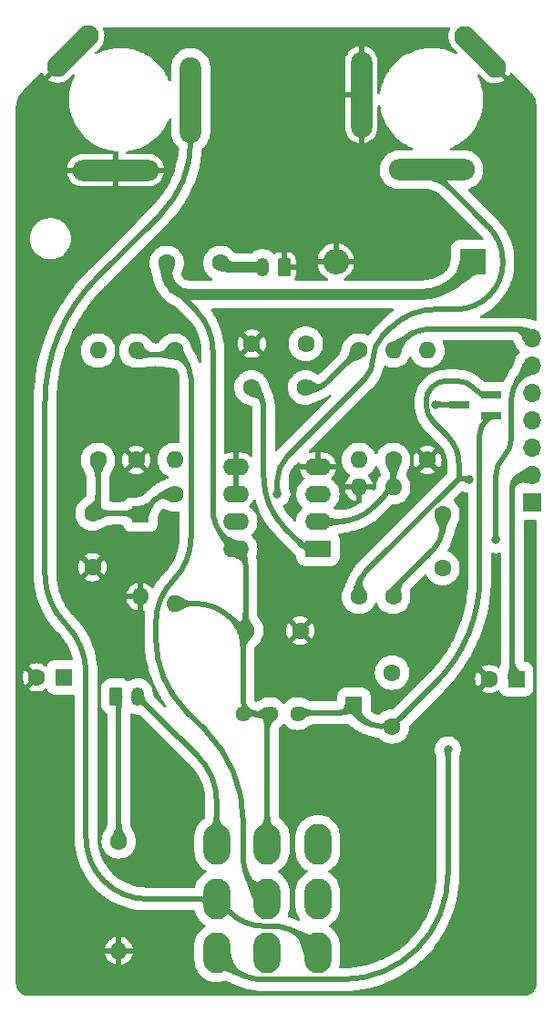
<source format=gtl>
G04 #@! TF.GenerationSoftware,KiCad,Pcbnew,(6.0.9)*
G04 #@! TF.CreationDate,2022-12-03T16:10:24+01:00*
G04 #@! TF.ProjectId,ray-rounded,7261792d-726f-4756-9e64-65642e6b6963,rev?*
G04 #@! TF.SameCoordinates,Original*
G04 #@! TF.FileFunction,Copper,L1,Top*
G04 #@! TF.FilePolarity,Positive*
%FSLAX46Y46*%
G04 Gerber Fmt 4.6, Leading zero omitted, Abs format (unit mm)*
G04 Created by KiCad (PCBNEW (6.0.9)) date 2022-12-03 16:10:24*
%MOMM*%
%LPD*%
G01*
G04 APERTURE LIST*
G04 Aperture macros list*
%AMRoundRect*
0 Rectangle with rounded corners*
0 $1 Rounding radius*
0 $2 $3 $4 $5 $6 $7 $8 $9 X,Y pos of 4 corners*
0 Add a 4 corners polygon primitive as box body*
4,1,4,$2,$3,$4,$5,$6,$7,$8,$9,$2,$3,0*
0 Add four circle primitives for the rounded corners*
1,1,$1+$1,$2,$3*
1,1,$1+$1,$4,$5*
1,1,$1+$1,$6,$7*
1,1,$1+$1,$8,$9*
0 Add four rect primitives between the rounded corners*
20,1,$1+$1,$2,$3,$4,$5,0*
20,1,$1+$1,$4,$5,$6,$7,0*
20,1,$1+$1,$6,$7,$8,$9,0*
20,1,$1+$1,$8,$9,$2,$3,0*%
%AMHorizOval*
0 Thick line with rounded ends*
0 $1 width*
0 $2 $3 position (X,Y) of the first rounded end (center of the circle)*
0 $4 $5 position (X,Y) of the second rounded end (center of the circle)*
0 Add line between two ends*
20,1,$1,$2,$3,$4,$5,0*
0 Add two circle primitives to create the rounded ends*
1,1,$1,$2,$3*
1,1,$1,$4,$5*%
G04 Aperture macros list end*
G04 #@! TA.AperFunction,ComponentPad*
%ADD10C,1.600000*%
G04 #@! TD*
G04 #@! TA.AperFunction,ComponentPad*
%ADD11C,1.440000*%
G04 #@! TD*
G04 #@! TA.AperFunction,ComponentPad*
%ADD12O,1.600000X1.600000*%
G04 #@! TD*
G04 #@! TA.AperFunction,ComponentPad*
%ADD13R,1.600000X1.600000*%
G04 #@! TD*
G04 #@! TA.AperFunction,ComponentPad*
%ADD14R,1.500000X1.500000*%
G04 #@! TD*
G04 #@! TA.AperFunction,ComponentPad*
%ADD15RoundRect,0.250000X0.350000X0.625000X-0.350000X0.625000X-0.350000X-0.625000X0.350000X-0.625000X0*%
G04 #@! TD*
G04 #@! TA.AperFunction,ComponentPad*
%ADD16O,1.200000X1.750000*%
G04 #@! TD*
G04 #@! TA.AperFunction,ComponentPad*
%ADD17O,2.000000X8.000000*%
G04 #@! TD*
G04 #@! TA.AperFunction,ComponentPad*
%ADD18HorizOval,2.000000X-1.414214X1.414214X1.414214X-1.414214X0*%
G04 #@! TD*
G04 #@! TA.AperFunction,ComponentPad*
%ADD19O,8.000000X2.000000*%
G04 #@! TD*
G04 #@! TA.AperFunction,ComponentPad*
%ADD20R,2.400000X1.600000*%
G04 #@! TD*
G04 #@! TA.AperFunction,ComponentPad*
%ADD21O,2.400000X1.600000*%
G04 #@! TD*
G04 #@! TA.AperFunction,ComponentPad*
%ADD22HorizOval,2.000000X-1.414214X-1.414214X1.414214X1.414214X0*%
G04 #@! TD*
G04 #@! TA.AperFunction,ComponentPad*
%ADD23R,2.400000X2.400000*%
G04 #@! TD*
G04 #@! TA.AperFunction,ComponentPad*
%ADD24O,2.400000X2.400000*%
G04 #@! TD*
G04 #@! TA.AperFunction,ComponentPad*
%ADD25R,1.700000X1.700000*%
G04 #@! TD*
G04 #@! TA.AperFunction,ComponentPad*
%ADD26O,1.700000X1.700000*%
G04 #@! TD*
G04 #@! TA.AperFunction,SMDPad,CuDef*
%ADD27R,1.900000X0.800000*%
G04 #@! TD*
G04 #@! TA.AperFunction,ComponentPad*
%ADD28RoundRect,0.250000X-0.350000X-0.625000X0.350000X-0.625000X0.350000X0.625000X-0.350000X0.625000X0*%
G04 #@! TD*
G04 #@! TA.AperFunction,ComponentPad*
%ADD29O,2.540000X3.800000*%
G04 #@! TD*
G04 #@! TA.AperFunction,ViaPad*
%ADD30C,0.800000*%
G04 #@! TD*
G04 #@! TA.AperFunction,Conductor*
%ADD31C,0.500000*%
G04 #@! TD*
G04 #@! TA.AperFunction,Conductor*
%ADD32C,1.000000*%
G04 #@! TD*
G04 APERTURE END LIST*
D10*
X122774000Y-118110000D03*
X117774000Y-118110000D03*
D11*
X117440000Y-125800800D03*
X119980000Y-125800800D03*
X122520000Y-125800800D03*
D10*
X107534000Y-102255000D03*
D12*
X107534000Y-92095000D03*
D13*
X142840000Y-122600400D03*
D10*
X140340000Y-122600400D03*
D14*
X127762000Y-124968000D03*
D10*
X128235000Y-92095000D03*
D12*
X128235000Y-102255000D03*
D10*
X135982000Y-112288000D03*
X135982000Y-107288000D03*
X103470000Y-112208000D03*
X103470000Y-107208000D03*
D15*
X121250000Y-84348000D03*
D16*
X119250000Y-84348000D03*
D10*
X111090000Y-92095000D03*
D12*
X111090000Y-102255000D03*
D17*
X128450872Y-68310030D03*
D18*
X139481615Y-64356153D03*
D19*
X134973374Y-75304089D03*
D10*
X131410000Y-114955000D03*
D12*
X131410000Y-104795000D03*
D10*
X118242000Y-95524000D03*
X123242000Y-95524000D03*
D13*
X100777600Y-122448000D03*
D10*
X98277600Y-122448000D03*
D20*
X124415000Y-110500000D03*
D21*
X124415000Y-107960000D03*
X124415000Y-105420000D03*
X124415000Y-102880000D03*
X116795000Y-102880000D03*
X116795000Y-105420000D03*
X116795000Y-107960000D03*
X116795000Y-110500000D03*
D10*
X131318000Y-127000000D03*
X131318000Y-122000000D03*
X103978000Y-102255000D03*
D12*
X103978000Y-92095000D03*
D19*
X105598807Y-75339244D03*
D22*
X101644930Y-64308501D03*
D17*
X112592866Y-68816742D03*
D23*
X138776000Y-83840000D03*
D24*
X126076000Y-83840000D03*
D25*
X144313200Y-106192000D03*
D26*
X144313200Y-103652000D03*
X144313200Y-101112000D03*
X144313200Y-98572000D03*
X144313200Y-96032000D03*
X144313200Y-93492000D03*
X144313200Y-90952000D03*
D10*
X105918000Y-137668000D03*
D12*
X105918000Y-147828000D03*
D10*
X115368000Y-83967000D03*
X110368000Y-83967000D03*
D27*
X140530000Y-98125000D03*
X140530000Y-96225000D03*
X137530000Y-97175000D03*
D10*
X134585000Y-102255000D03*
D12*
X134585000Y-92095000D03*
D10*
X111090000Y-105430000D03*
D12*
X111090000Y-115590000D03*
D28*
X105664000Y-124206000D03*
D16*
X107664000Y-124206000D03*
D10*
X131410000Y-102255000D03*
D12*
X131410000Y-92095000D03*
D10*
X128235000Y-114955000D03*
D12*
X128235000Y-104795000D03*
D29*
X124415560Y-148022000D03*
X119714000Y-148022000D03*
X115015560Y-148022000D03*
X124415560Y-143022520D03*
X119714000Y-143022520D03*
X115015560Y-143022520D03*
X124414800Y-137922000D03*
X119713240Y-137922000D03*
X115014800Y-137922000D03*
D13*
X107915000Y-107335000D03*
D12*
X107915000Y-114955000D03*
D10*
X123282000Y-91460000D03*
X118282000Y-91460000D03*
D30*
X136490000Y-129124000D03*
X140960400Y-109697200D03*
X135372400Y-97098800D03*
X138471200Y-104109200D03*
X120650000Y-105410000D03*
D31*
X114646000Y-92091261D02*
X114646000Y-106831427D01*
X112213000Y-87503000D02*
X110983000Y-86273000D01*
X117440000Y-118954173D02*
X117440000Y-124530800D01*
D32*
X138686197Y-84183802D02*
X137379000Y-85491000D01*
D31*
X117694000Y-112034688D02*
X117694000Y-118247431D01*
X115720500Y-109425500D02*
X116345500Y-110050500D01*
D32*
X110983000Y-86273000D02*
X110965858Y-86255858D01*
D31*
X117734000Y-118424000D02*
X117607000Y-118551000D01*
D32*
X138776000Y-83967000D02*
X138776000Y-83840000D01*
D31*
X118710000Y-125800800D02*
X119791372Y-125800800D01*
X113122000Y-88412000D02*
X112213000Y-87503000D01*
X116345500Y-110050500D02*
X117244500Y-110949500D01*
X119713240Y-126256187D02*
X119713240Y-137922000D01*
D32*
X110368000Y-84812500D02*
X110368000Y-83967000D01*
X112467741Y-86888000D02*
X134006343Y-86888000D01*
D31*
X117734000Y-118344000D02*
X116355322Y-116965322D01*
X113035000Y-115590000D02*
X111090000Y-115590000D01*
D32*
X112467741Y-86887982D02*
G75*
G02*
X110983001Y-86272999I-41J2099682D01*
G01*
D31*
X119713224Y-126256187D02*
G75*
G02*
X119846621Y-125934181I455376J-13D01*
G01*
D32*
X138686196Y-84183801D02*
G75*
G03*
X138776000Y-83967000I-216796J216801D01*
G01*
D31*
X114646015Y-92091261D02*
G75*
G03*
X113121999Y-88412001I-5203315J-39D01*
G01*
D32*
X134006343Y-86888018D02*
G75*
G03*
X137379000Y-85491000I-43J4769718D01*
G01*
D31*
X117734009Y-118343991D02*
G75*
G02*
X117694000Y-118247431I96591J96591D01*
G01*
X113035000Y-115589987D02*
G75*
G02*
X116355322Y-116965322I0J-4695613D01*
G01*
X117439990Y-118954173D02*
G75*
G02*
X117607001Y-118551001I570210J-27D01*
G01*
X118710000Y-125800800D02*
G75*
G02*
X117440000Y-124530800I0J1270000D01*
G01*
X119791372Y-125800765D02*
G75*
G02*
X119846620Y-125934180I28J-78135D01*
G01*
X117694004Y-112034688D02*
G75*
G03*
X117244500Y-110949500I-1534704J-12D01*
G01*
X115720508Y-109425492D02*
G75*
G02*
X114646000Y-106831427I2594092J2594092D01*
G01*
D32*
X110965862Y-86255854D02*
G75*
G02*
X110368000Y-84812500I1443338J1443354D01*
G01*
D31*
X107698197Y-107208000D02*
X103829210Y-107208000D01*
X110455000Y-105430000D02*
X111090000Y-105430000D01*
X103978000Y-106340789D02*
X103978000Y-102255000D01*
X109370987Y-105879012D02*
X107978500Y-107271500D01*
X107698197Y-107208002D02*
G75*
G02*
X107851499Y-107271501I3J-216798D01*
G01*
X107978499Y-107271499D02*
G75*
G02*
X107851501Y-107271499I-63499J63501D01*
G01*
X103724003Y-106954003D02*
G75*
G03*
X103978000Y-106340789I-613203J613203D01*
G01*
X103829210Y-107207975D02*
G75*
G02*
X103724000Y-106954000I-10J148775D01*
G01*
X109370993Y-105879018D02*
G75*
G02*
X110455000Y-105430000I1084007J-1083982D01*
G01*
X139450499Y-99967823D02*
X139450499Y-113116955D01*
X139990249Y-98664750D02*
X140530000Y-98125000D01*
X122640863Y-125730000D02*
X126461184Y-125730000D01*
X127380999Y-125348999D02*
X127582394Y-125147605D01*
X127941605Y-125655605D02*
X128567579Y-126281579D01*
X132036420Y-126281579D02*
X135384249Y-122933750D01*
X122555400Y-125765400D02*
X122520000Y-125800800D01*
X130302000Y-127000011D02*
G75*
G03*
X132036420Y-126281579I0J2452811D01*
G01*
X135384248Y-122933749D02*
G75*
G03*
X139450499Y-113116955I-9816798J9816799D01*
G01*
X122555411Y-125765411D02*
G75*
G02*
X122640863Y-125730000I85489J-85489D01*
G01*
X126461184Y-125729992D02*
G75*
G03*
X127380999Y-125348999I16J1300792D01*
G01*
X127941607Y-125655603D02*
G75*
G02*
X127762000Y-125222000I433593J433603D01*
G01*
X127582407Y-125147618D02*
G75*
G02*
X127762000Y-125222000I74393J-74382D01*
G01*
X130302000Y-127000012D02*
G75*
G02*
X128567579Y-126281579I0J2452812D01*
G01*
X139450509Y-99967823D02*
G75*
G02*
X139990249Y-98664750I1842791J23D01*
G01*
X105791000Y-124333000D02*
X105664000Y-124206000D01*
X105918000Y-124639605D02*
X105918000Y-137668000D01*
X105917997Y-124639605D02*
G75*
G03*
X105790999Y-124333001I-433597J5D01*
G01*
X111462686Y-128004686D02*
X107664000Y-124206000D01*
X113260400Y-129770400D02*
X111517313Y-128027313D01*
X115014800Y-134005896D02*
X115014800Y-137922000D01*
X115014801Y-134005896D02*
G75*
G03*
X113260400Y-129770400I-5989901J-4D01*
G01*
X111490000Y-128016008D02*
G75*
G02*
X111462686Y-128004686I0J38608D01*
G01*
X111490000Y-128015992D02*
G75*
G02*
X111517313Y-128027313I0J-38608D01*
G01*
D32*
X116018407Y-84348000D02*
X119250000Y-84348000D01*
X115558500Y-84157500D02*
X115368000Y-83967000D01*
X116018407Y-84347996D02*
G75*
G02*
X115558501Y-84157499I-7J650396D01*
G01*
D31*
X136490000Y-129124000D02*
X136490000Y-140773026D01*
X116252060Y-149258500D02*
X115015560Y-148022000D01*
X126768026Y-150495000D02*
X119237235Y-150495000D01*
X119237235Y-150494967D02*
G75*
G02*
X116252061Y-149258499I-35J4221667D01*
G01*
X133642492Y-147647492D02*
G75*
G03*
X136490000Y-140773026I-6874492J6874492D01*
G01*
X126768026Y-150495011D02*
G75*
G03*
X133642500Y-147647500I-26J9722011D01*
G01*
X109364511Y-118892000D02*
X109364511Y-117327224D01*
X108184407Y-92476000D02*
X110439592Y-92476000D01*
X117475000Y-135824260D02*
X117475000Y-139200307D01*
X112614000Y-94696630D02*
X112614000Y-109482264D01*
X111852000Y-92857000D02*
X111280500Y-92285500D01*
X107724500Y-92285500D02*
X107534000Y-92095000D01*
X118594500Y-141903020D02*
X119714000Y-143022520D01*
X113968273Y-127358273D02*
X112095718Y-125485718D01*
X110899501Y-92285501D02*
G75*
G02*
X111280499Y-92285501I190499J-190498D01*
G01*
X118594506Y-141903014D02*
G75*
G02*
X117475000Y-139200307I2702694J2702714D01*
G01*
X108184407Y-92475996D02*
G75*
G02*
X107724501Y-92285499I-7J650396D01*
G01*
X110989268Y-113404757D02*
G75*
G03*
X112614000Y-109482264I-3922468J3922457D01*
G01*
X117475032Y-135824260D02*
G75*
G03*
X113968273Y-127358273I-11972732J-40D01*
G01*
X110439592Y-92475996D02*
G75*
G03*
X110899499Y-92285499I8J650396D01*
G01*
X109364518Y-117327224D02*
G75*
G02*
X110989255Y-113404744I5547182J24D01*
G01*
X112613987Y-94696630D02*
G75*
G03*
X111852000Y-92857000I-2601587J30D01*
G01*
X112095726Y-125485710D02*
G75*
G02*
X109364511Y-118892000I6593674J6593710D01*
G01*
X131410000Y-114637500D02*
X131410000Y-114955000D01*
X135982000Y-108518000D02*
X135982000Y-107288000D01*
X131634506Y-114095493D02*
X135112258Y-110617741D01*
X131409996Y-114637500D02*
G75*
G02*
X131634506Y-114095493I766504J0D01*
G01*
X135112262Y-110617745D02*
G75*
G03*
X135982000Y-108518000I-2099762J2099745D01*
G01*
X126330000Y-107960000D02*
X124415000Y-107960000D01*
X131410000Y-103525000D02*
X131410000Y-102255000D01*
X130511974Y-105693025D02*
X129599109Y-106605890D01*
X130511985Y-105693036D02*
G75*
G03*
X131410000Y-103525000I-2168085J2168036D01*
G01*
X126330000Y-107960004D02*
G75*
G03*
X129599108Y-106605889I0J4623204D01*
G01*
X124024000Y-95524000D02*
X123242000Y-95524000D01*
X125358957Y-94971042D02*
X128235000Y-92095000D01*
X124024000Y-95524003D02*
G75*
G03*
X125358957Y-94971042I0J1887903D01*
G01*
X118811000Y-96093000D02*
X118242000Y-95524000D01*
X140960400Y-109697200D02*
X140960400Y-103692588D01*
X122867888Y-110095888D02*
X121326000Y-108554000D01*
X142382800Y-100258611D02*
X142382800Y-96787398D01*
X119380000Y-97466687D02*
X119380000Y-103855940D01*
X123843500Y-110500000D02*
X124415000Y-110500000D01*
X143348000Y-94457200D02*
X144313200Y-93492000D01*
X123843500Y-110500006D02*
G75*
G02*
X122867889Y-110095887I0J1379706D01*
G01*
X141671597Y-101975597D02*
G75*
G03*
X142382800Y-100258611I-1716997J1716997D01*
G01*
X121326012Y-108553988D02*
G75*
G02*
X119380000Y-103855940I4698088J4698088D01*
G01*
X142382800Y-96787398D02*
G75*
G02*
X143348000Y-94457200I3295400J-2D01*
G01*
X119380005Y-97466687D02*
G75*
G03*
X118811000Y-96093000I-1942705J-13D01*
G01*
X140960396Y-103692588D02*
G75*
G02*
X141671600Y-101975600I2428204J-12D01*
G01*
X143779800Y-103652000D02*
X144313200Y-103652000D01*
X142484400Y-104952815D02*
X142484400Y-121993352D01*
X142869229Y-104029170D02*
X142865400Y-104033000D01*
X142484407Y-104952815D02*
G75*
G02*
X142865400Y-104033000I1300793J15D01*
G01*
X142662186Y-122422614D02*
G75*
G02*
X142484400Y-121993352I429214J429214D01*
G01*
X142869238Y-104029179D02*
G75*
G02*
X143779800Y-103652000I910562J-910521D01*
G01*
X142862159Y-90102000D02*
X134812263Y-90102000D01*
X132406500Y-91098500D02*
X131410000Y-92095000D01*
X143888200Y-90527000D02*
X144313200Y-90952000D01*
X132406531Y-91098531D02*
G75*
G02*
X134812263Y-90102000I2405769J-2405669D01*
G01*
X142862159Y-90102017D02*
G75*
G02*
X143888200Y-90527000I41J-1450983D01*
G01*
X137491900Y-97136900D02*
X137530000Y-97175000D01*
X137399918Y-97098800D02*
X135372400Y-97098800D01*
X137399918Y-97098793D02*
G75*
G02*
X137491900Y-97136900I-18J-130107D01*
G01*
X138395000Y-104033000D02*
X138471200Y-104109200D01*
X137506000Y-102534462D02*
X137506000Y-103956862D01*
X134458000Y-97048000D02*
X134458000Y-96822262D01*
X138211036Y-103956800D02*
X137506062Y-103956800D01*
X136500167Y-100106167D02*
X135176420Y-98782420D01*
X140054300Y-96225000D02*
X140530000Y-96225000D01*
X128845613Y-112617310D02*
X137505956Y-103956967D01*
X128235000Y-114091462D02*
X128235000Y-114955000D01*
X139242229Y-95888629D02*
X138923300Y-95569700D01*
X136365862Y-94914400D02*
X137341265Y-94914400D01*
X137506034Y-102534462D02*
G75*
G03*
X136500166Y-100106168I-3434134J-38D01*
G01*
X135176428Y-98782412D02*
G75*
G02*
X134458000Y-97048000I1734372J1734412D01*
G01*
X135016811Y-95473211D02*
G75*
G02*
X136365862Y-94914400I1349089J-1349089D01*
G01*
X138211036Y-103956785D02*
G75*
G02*
X138395000Y-104033000I-36J-260215D01*
G01*
X137341265Y-94914415D02*
G75*
G02*
X138923299Y-95569701I35J-2237285D01*
G01*
X140054300Y-96225012D02*
G75*
G02*
X139242229Y-95888629I0J1148412D01*
G01*
X134457985Y-96822262D02*
G75*
G02*
X135016800Y-95473200I1907915J-38D01*
G01*
X128234983Y-114091462D02*
G75*
G02*
X128845613Y-112617310I2084817J-38D01*
G01*
X135315142Y-88265000D02*
X137268948Y-88265000D01*
X120650000Y-104140000D02*
X120650000Y-105410000D01*
X131231499Y-89956499D02*
X130364486Y-90823513D01*
X121548025Y-101971974D02*
X128715513Y-94804486D01*
X140265285Y-80596000D02*
X134973374Y-75304089D01*
X141605000Y-83928948D02*
X141605000Y-83830357D01*
X128715519Y-94804492D02*
G75*
G03*
X129540000Y-92814000I-1990519J1990492D01*
G01*
X120649985Y-104140000D02*
G75*
G02*
X121548026Y-101971975I3066015J0D01*
G01*
X129540008Y-92814000D02*
G75*
G02*
X130364487Y-90823514I2814992J0D01*
G01*
X141605021Y-83830357D02*
G75*
G03*
X140265284Y-80596001I-4574121J-43D01*
G01*
X140334986Y-86994986D02*
G75*
G03*
X141605000Y-83928948I-3066086J3066086D01*
G01*
X131231488Y-89956488D02*
G75*
G02*
X135315142Y-88265000I4083612J-4083612D01*
G01*
X137268948Y-88265020D02*
G75*
G03*
X140335000Y-86995000I-48J4336120D01*
G01*
X102870000Y-122074076D02*
X102870000Y-137350623D01*
X123165663Y-146772103D02*
X124415560Y-148022000D01*
X112592866Y-72726938D02*
X112592866Y-68816742D01*
X113248014Y-143022520D02*
X108541896Y-143022520D01*
X103841380Y-85388618D02*
X109827939Y-79402060D01*
X119282792Y-145522207D02*
X120148146Y-145522207D01*
X99060000Y-96931894D02*
X99060000Y-112875923D01*
X113248014Y-143022495D02*
G75*
G02*
X116265403Y-144272363I-14J-4267205D01*
G01*
X99060008Y-96931894D02*
G75*
G02*
X103841381Y-85388619I16324692J-6D01*
G01*
X102870009Y-122074076D02*
G75*
G03*
X100965000Y-117475000I-6504109J-24D01*
G01*
X120148146Y-145522169D02*
G75*
G02*
X123165662Y-146772104I-46J-4267431D01*
G01*
X108541896Y-143022515D02*
G75*
G02*
X104531260Y-141361260I4J5671915D01*
G01*
X100965007Y-117474993D02*
G75*
G02*
X99060000Y-112875923I4599093J4599093D01*
G01*
X104531271Y-141361249D02*
G75*
G02*
X102870000Y-137350623I4010629J4010649D01*
G01*
X119282792Y-145522219D02*
G75*
G02*
X116265404Y-144272362I8J4267219D01*
G01*
X109827937Y-79402058D02*
G75*
G03*
X112592866Y-72726938I-6675127J6675128D01*
G01*
G04 #@! TA.AperFunction,Conductor*
G36*
X101688962Y-64009425D02*
G01*
X101734025Y-64038386D01*
X101915045Y-64219406D01*
X101949071Y-64281718D01*
X101944006Y-64352533D01*
X101915045Y-64397596D01*
X99370460Y-66942181D01*
X99363422Y-66955069D01*
X99371150Y-66965694D01*
X99385126Y-66976772D01*
X99393510Y-66982385D01*
X99596507Y-67095837D01*
X99605678Y-67100035D01*
X99824193Y-67179568D01*
X99833932Y-67182250D01*
X100062348Y-67225823D01*
X100072384Y-67226913D01*
X100304840Y-67233407D01*
X100314909Y-67232879D01*
X100545415Y-67202122D01*
X100555275Y-67199990D01*
X100777890Y-67132780D01*
X100787294Y-67129094D01*
X100996297Y-67027156D01*
X101004988Y-67022016D01*
X101195904Y-66887339D01*
X101202065Y-66882386D01*
X101219581Y-66866392D01*
X101221667Y-66864398D01*
X101624636Y-66461429D01*
X101686948Y-66427403D01*
X101757763Y-66432468D01*
X101814599Y-66475015D01*
X101839410Y-66541535D01*
X101823342Y-66612664D01*
X101813161Y-66630623D01*
X101811278Y-66633945D01*
X101634298Y-67023190D01*
X101633373Y-67025824D01*
X101633369Y-67025834D01*
X101567941Y-67212148D01*
X101492621Y-67426627D01*
X101387368Y-67841061D01*
X101386925Y-67843811D01*
X101386923Y-67843821D01*
X101319819Y-68260440D01*
X101319373Y-68263211D01*
X101319175Y-68266012D01*
X101319174Y-68266018D01*
X101297115Y-68577578D01*
X101289174Y-68689734D01*
X101290661Y-68770851D01*
X101297009Y-69117253D01*
X101342818Y-69542383D01*
X101343364Y-69545129D01*
X101343365Y-69545134D01*
X101354233Y-69599772D01*
X101426237Y-69961757D01*
X101546605Y-70372056D01*
X101547632Y-70374669D01*
X101547632Y-70374670D01*
X101698478Y-70758596D01*
X101702970Y-70770030D01*
X101704225Y-70772541D01*
X101888381Y-71141095D01*
X101894094Y-71152529D01*
X102118463Y-71516524D01*
X102374301Y-71859133D01*
X102659583Y-72177643D01*
X102661620Y-72179546D01*
X102661627Y-72179553D01*
X102833467Y-72340076D01*
X102972048Y-72469531D01*
X102974244Y-72471244D01*
X102974248Y-72471247D01*
X103000786Y-72491943D01*
X103309224Y-72732488D01*
X103405581Y-72794705D01*
X103666096Y-72962918D01*
X103666104Y-72962923D01*
X103668440Y-72964431D01*
X104046852Y-73163524D01*
X104049445Y-73164606D01*
X104438881Y-73327111D01*
X104438886Y-73327113D01*
X104441465Y-73328189D01*
X104444131Y-73329032D01*
X104444136Y-73329034D01*
X104584487Y-73373421D01*
X104849153Y-73457124D01*
X104851883Y-73457727D01*
X104851884Y-73457727D01*
X105131249Y-73519405D01*
X105266688Y-73549307D01*
X105269462Y-73549665D01*
X105269463Y-73549665D01*
X105687996Y-73603652D01*
X105688003Y-73603653D01*
X105690766Y-73604009D01*
X105693553Y-73604119D01*
X105693559Y-73604119D01*
X105782468Y-73607612D01*
X105849751Y-73630273D01*
X105894101Y-73685713D01*
X105901438Y-73756329D01*
X105872746Y-73816027D01*
X105854478Y-73837109D01*
X105852807Y-73844792D01*
X105852807Y-75067129D01*
X105857282Y-75082368D01*
X105858672Y-75083573D01*
X105866355Y-75085244D01*
X110069397Y-75085244D01*
X110083483Y-75081108D01*
X110085532Y-75068130D01*
X110083482Y-75050414D01*
X110081522Y-75040517D01*
X110018203Y-74816750D01*
X110014691Y-74807306D01*
X109916408Y-74596539D01*
X109911429Y-74587773D01*
X109780720Y-74395442D01*
X109774388Y-74387567D01*
X109614621Y-74218618D01*
X109607112Y-74211857D01*
X109422381Y-74070619D01*
X109413902Y-74065155D01*
X109208960Y-73955266D01*
X109199708Y-73951224D01*
X108979836Y-73875517D01*
X108970064Y-73873008D01*
X108739836Y-73833240D01*
X108731964Y-73832385D01*
X108708256Y-73831308D01*
X108705423Y-73831244D01*
X106699147Y-73831244D01*
X106631026Y-73811242D01*
X106584533Y-73757586D01*
X106574429Y-73687312D01*
X106603923Y-73622732D01*
X106663649Y-73584348D01*
X106681720Y-73580455D01*
X106968569Y-73540396D01*
X107385117Y-73443846D01*
X107675047Y-73348802D01*
X107788779Y-73311519D01*
X107788785Y-73311517D01*
X107791432Y-73310649D01*
X108133875Y-73163524D01*
X108181725Y-73142966D01*
X108181727Y-73142965D01*
X108184299Y-73141860D01*
X108560606Y-72938816D01*
X108917373Y-72703124D01*
X109251777Y-72436651D01*
X109561169Y-72141506D01*
X109563006Y-72139412D01*
X109563014Y-72139403D01*
X109818830Y-71847699D01*
X109843099Y-71820026D01*
X109944455Y-71681287D01*
X110093677Y-71477027D01*
X110093680Y-71477022D01*
X110095335Y-71474757D01*
X110096779Y-71472359D01*
X110096786Y-71472348D01*
X110314429Y-71110844D01*
X110314434Y-71110835D01*
X110315880Y-71108433D01*
X110502988Y-70723953D01*
X110548617Y-70604149D01*
X110591555Y-70547608D01*
X110658245Y-70523257D01*
X110727513Y-70538827D01*
X110777368Y-70589374D01*
X110792366Y-70648995D01*
X110792366Y-71884686D01*
X110792539Y-71887009D01*
X110792539Y-71887019D01*
X110801403Y-72006295D01*
X110807149Y-72083619D01*
X110808182Y-72088183D01*
X110808182Y-72088185D01*
X110827953Y-72175559D01*
X110866211Y-72344633D01*
X110867903Y-72348985D01*
X110867904Y-72348987D01*
X110947978Y-72554896D01*
X110963204Y-72594051D01*
X110965521Y-72598105D01*
X110965522Y-72598107D01*
X110984971Y-72632135D01*
X111095998Y-72826392D01*
X111261676Y-73036553D01*
X111456597Y-73219917D01*
X111464374Y-73225312D01*
X111508943Y-73280574D01*
X111517947Y-73341188D01*
X111472275Y-73804902D01*
X111470996Y-73817884D01*
X111469921Y-73826050D01*
X111456778Y-73905660D01*
X111381835Y-74359578D01*
X111380227Y-74367665D01*
X111257431Y-74894310D01*
X111255296Y-74902274D01*
X111098331Y-75419715D01*
X111095681Y-75427522D01*
X110905201Y-75933616D01*
X110902046Y-75941234D01*
X110678874Y-76433784D01*
X110675227Y-76441179D01*
X110420323Y-76918069D01*
X110416201Y-76925209D01*
X110360661Y-77014525D01*
X110130639Y-77384431D01*
X110126067Y-77391272D01*
X109811086Y-77830825D01*
X109806067Y-77837366D01*
X109463037Y-78255350D01*
X109457601Y-78261550D01*
X109122645Y-78619178D01*
X109109291Y-78631516D01*
X109096839Y-78641456D01*
X109096831Y-78641464D01*
X109092023Y-78645302D01*
X109088049Y-78650005D01*
X109057012Y-78686732D01*
X109049869Y-78694499D01*
X107573195Y-80171172D01*
X103151160Y-84593206D01*
X103139291Y-84603671D01*
X103116101Y-84621659D01*
X103113588Y-84624103D01*
X103097496Y-84639751D01*
X103097491Y-84639757D01*
X103094969Y-84642209D01*
X103092731Y-84644934D01*
X103090355Y-84647518D01*
X103090341Y-84647505D01*
X103087921Y-84650237D01*
X102748205Y-85006024D01*
X102540834Y-85223205D01*
X102539892Y-85224288D01*
X102539877Y-85224304D01*
X102014750Y-85827768D01*
X102014733Y-85827788D01*
X102013791Y-85828871D01*
X101857286Y-86026457D01*
X101692577Y-86234401D01*
X101515284Y-86458231D01*
X101514428Y-86459421D01*
X101514424Y-86459426D01*
X101471016Y-86519756D01*
X101046373Y-87109943D01*
X100608062Y-87782615D01*
X100579834Y-87830649D01*
X100202018Y-88473562D01*
X100202008Y-88473581D01*
X100201284Y-88474812D01*
X99826909Y-89185056D01*
X99826303Y-89186347D01*
X99826295Y-89186363D01*
X99778265Y-89288678D01*
X99485734Y-89911833D01*
X99426680Y-90054402D01*
X99184857Y-90638216D01*
X99178488Y-90653591D01*
X99178001Y-90654940D01*
X99177999Y-90654945D01*
X99127943Y-90793580D01*
X98905828Y-91408747D01*
X98792340Y-91775235D01*
X98671447Y-92165635D01*
X98668333Y-92175690D01*
X98667975Y-92177068D01*
X98667970Y-92177086D01*
X98466873Y-92951390D01*
X98466868Y-92951411D01*
X98466512Y-92952782D01*
X98300795Y-93738367D01*
X98265442Y-93955095D01*
X98177508Y-94494157D01*
X98171536Y-94530766D01*
X98171366Y-94532228D01*
X98171365Y-94532238D01*
X98134823Y-94847213D01*
X98079010Y-95328289D01*
X98023416Y-96129235D01*
X98018552Y-96339774D01*
X98005863Y-96888945D01*
X98005384Y-96895411D01*
X98005516Y-96895420D01*
X98005271Y-96898921D01*
X98004829Y-96902420D01*
X98004417Y-96931894D01*
X98004761Y-96935400D01*
X98008899Y-96977605D01*
X98009500Y-96989900D01*
X98009500Y-112801546D01*
X98008507Y-112817337D01*
X98004829Y-112846453D01*
X98004417Y-112875927D01*
X98004759Y-112879413D01*
X98005572Y-112887705D01*
X98006106Y-112895872D01*
X98007198Y-112929235D01*
X98020710Y-113341931D01*
X98021638Y-113370284D01*
X98070121Y-113862523D01*
X98070453Y-113864534D01*
X98070455Y-113864549D01*
X98111894Y-114115533D01*
X98150694Y-114350539D01*
X98263012Y-114832239D01*
X98263606Y-114834198D01*
X98263610Y-114834212D01*
X98362679Y-115160796D01*
X98406594Y-115305562D01*
X98499950Y-115553600D01*
X98566162Y-115729519D01*
X98580826Y-115768481D01*
X98581668Y-115770339D01*
X98581672Y-115770349D01*
X98666205Y-115956916D01*
X98784960Y-116219014D01*
X98785929Y-116220828D01*
X98785936Y-116220841D01*
X99012982Y-116645611D01*
X99018124Y-116655231D01*
X99279318Y-117075265D01*
X99280519Y-117076941D01*
X99280521Y-117076944D01*
X99547130Y-117448994D01*
X99567425Y-117477316D01*
X99568721Y-117478895D01*
X99876594Y-117854039D01*
X99881210Y-117859664D01*
X99882622Y-117861172D01*
X99882625Y-117861175D01*
X100183485Y-118182401D01*
X100191079Y-118191304D01*
X100195875Y-118197486D01*
X100198040Y-118200277D01*
X100202973Y-118205350D01*
X100205969Y-118208432D01*
X100205971Y-118208434D01*
X100207584Y-118210092D01*
X100208242Y-118210916D01*
X100209047Y-118211596D01*
X100218590Y-118221410D01*
X100237297Y-118236777D01*
X100240648Y-118239529D01*
X100253196Y-118251364D01*
X100509497Y-118528630D01*
X100515922Y-118536153D01*
X100652343Y-118709201D01*
X100757884Y-118843079D01*
X100774897Y-118864660D01*
X100780707Y-118872657D01*
X101004828Y-119208077D01*
X101013113Y-119220476D01*
X101018279Y-119228907D01*
X101205221Y-119562712D01*
X101222679Y-119593886D01*
X101227168Y-119602696D01*
X101291613Y-119742488D01*
X101402301Y-119982589D01*
X101406087Y-119991729D01*
X101550874Y-120384189D01*
X101553931Y-120393598D01*
X101636764Y-120687298D01*
X101636004Y-120758291D01*
X101596983Y-120817602D01*
X101532090Y-120846402D01*
X101515495Y-120847500D01*
X99910747Y-120847501D01*
X99889764Y-120847501D01*
X99885011Y-120847774D01*
X99710023Y-120888173D01*
X99548334Y-120966336D01*
X99407980Y-121078380D01*
X99295936Y-121218734D01*
X99292870Y-121225077D01*
X99292869Y-121225078D01*
X99272642Y-121266921D01*
X99253380Y-121306767D01*
X99235575Y-121343598D01*
X99187919Y-121396223D01*
X99119377Y-121414729D01*
X99049865Y-121391972D01*
X98938612Y-121314072D01*
X98929111Y-121308586D01*
X98731653Y-121216510D01*
X98721361Y-121212764D01*
X98510912Y-121156375D01*
X98500119Y-121154472D01*
X98283075Y-121135483D01*
X98272125Y-121135483D01*
X98055081Y-121154472D01*
X98044288Y-121156375D01*
X97833839Y-121212764D01*
X97823547Y-121216510D01*
X97626089Y-121308586D01*
X97616594Y-121314069D01*
X97564552Y-121350509D01*
X97556176Y-121360988D01*
X97563244Y-121374434D01*
X98547715Y-122358905D01*
X98581741Y-122421217D01*
X98576676Y-122492032D01*
X98547715Y-122537095D01*
X97562523Y-123522287D01*
X97556093Y-123534062D01*
X97565389Y-123546077D01*
X97616594Y-123581931D01*
X97626089Y-123587414D01*
X97823547Y-123679490D01*
X97833839Y-123683236D01*
X98044288Y-123739625D01*
X98055081Y-123741528D01*
X98272125Y-123760517D01*
X98283075Y-123760517D01*
X98500119Y-123741528D01*
X98510912Y-123739625D01*
X98721361Y-123683236D01*
X98731653Y-123679490D01*
X98929111Y-123587414D01*
X98938612Y-123581928D01*
X99049865Y-123504028D01*
X99117138Y-123481340D01*
X99185999Y-123498625D01*
X99235575Y-123552402D01*
X99291446Y-123667977D01*
X99295936Y-123677266D01*
X99407980Y-123817620D01*
X99548334Y-123929664D01*
X99710023Y-124007827D01*
X99716884Y-124009411D01*
X99879812Y-124047026D01*
X99879815Y-124047026D01*
X99885011Y-124048226D01*
X99889763Y-124048500D01*
X99891587Y-124048500D01*
X100785209Y-124048499D01*
X101665436Y-124048499D01*
X101670189Y-124048226D01*
X101675389Y-124047025D01*
X101675651Y-124046988D01*
X101745918Y-124057138D01*
X101799543Y-124103666D01*
X101819500Y-124171717D01*
X101819500Y-137276246D01*
X101818507Y-137292037D01*
X101814829Y-137321153D01*
X101814417Y-137350627D01*
X101815289Y-137359513D01*
X101815810Y-137367311D01*
X101816734Y-137393186D01*
X101832355Y-137830503D01*
X101832595Y-137832736D01*
X101832596Y-137832749D01*
X101883444Y-138305684D01*
X101883686Y-138307932D01*
X101884086Y-138310149D01*
X101884087Y-138310156D01*
X101954629Y-138701135D01*
X101968945Y-138780484D01*
X101969499Y-138782654D01*
X102057705Y-139128234D01*
X102087699Y-139245749D01*
X102088402Y-139247863D01*
X102088407Y-139247878D01*
X102227557Y-139665953D01*
X102239341Y-139701357D01*
X102423100Y-140144986D01*
X102424104Y-140146991D01*
X102424105Y-140146994D01*
X102464214Y-140227120D01*
X102638039Y-140574376D01*
X102639180Y-140576299D01*
X102639186Y-140576310D01*
X102827777Y-140894161D01*
X102883062Y-140987338D01*
X102884344Y-140989184D01*
X102884345Y-140989186D01*
X103152576Y-141375508D01*
X103156922Y-141381768D01*
X103458222Y-141755656D01*
X103750531Y-142069616D01*
X103757863Y-142078239D01*
X103762145Y-142083759D01*
X103762150Y-142083765D01*
X103764302Y-142086539D01*
X103784852Y-142107672D01*
X103787572Y-142109906D01*
X103787576Y-142109910D01*
X103791769Y-142113354D01*
X103797652Y-142118500D01*
X104135213Y-142432779D01*
X104135220Y-142432785D01*
X104136859Y-142434311D01*
X104138603Y-142435716D01*
X104138606Y-142435719D01*
X104509007Y-142734206D01*
X104509021Y-142734216D01*
X104510749Y-142735609D01*
X104512580Y-142736881D01*
X104512585Y-142736884D01*
X104903332Y-143008184D01*
X104905180Y-143009467D01*
X105318143Y-143254488D01*
X105320159Y-143255497D01*
X105745529Y-143468422D01*
X105745543Y-143468429D01*
X105747534Y-143469425D01*
X105749594Y-143470278D01*
X105749600Y-143470281D01*
X106189094Y-143652325D01*
X106189104Y-143652329D01*
X106191164Y-143653182D01*
X106646772Y-143804823D01*
X106648943Y-143805377D01*
X106648946Y-143805378D01*
X106834497Y-143852737D01*
X107112038Y-143923575D01*
X107114232Y-143923971D01*
X107114242Y-143923973D01*
X107582366Y-144008432D01*
X107582373Y-144008433D01*
X107584590Y-144008833D01*
X107586829Y-144009074D01*
X107586838Y-144009075D01*
X108059775Y-144059921D01*
X108059785Y-144059922D01*
X108062020Y-144060162D01*
X108284936Y-144068124D01*
X108490833Y-144075478D01*
X108502121Y-144076391D01*
X108508924Y-144077250D01*
X108508937Y-144077251D01*
X108512421Y-144077691D01*
X108521591Y-144077819D01*
X108538373Y-144078054D01*
X108538377Y-144078054D01*
X108541895Y-144078103D01*
X108587607Y-144073621D01*
X108599901Y-144073020D01*
X112886151Y-144073020D01*
X112954272Y-144093022D01*
X113000765Y-144146678D01*
X113009398Y-144172822D01*
X113020408Y-144224621D01*
X113021911Y-144228750D01*
X113021912Y-144228754D01*
X113072017Y-144366416D01*
X113119445Y-144496725D01*
X113255389Y-144752397D01*
X113257975Y-144755956D01*
X113257976Y-144755958D01*
X113400653Y-144952336D01*
X113425592Y-144986662D01*
X113428648Y-144989826D01*
X113428650Y-144989829D01*
X113532405Y-145097270D01*
X113626742Y-145194959D01*
X113854924Y-145373234D01*
X113923208Y-145412658D01*
X113923257Y-145412686D01*
X113972250Y-145464069D01*
X113985685Y-145533783D01*
X113959298Y-145599694D01*
X113930715Y-145626263D01*
X113737720Y-145756440D01*
X113734451Y-145759384D01*
X113734449Y-145759385D01*
X113637307Y-145846852D01*
X113522530Y-145950198D01*
X113336400Y-146172019D01*
X113182953Y-146417585D01*
X113065175Y-146682118D01*
X113063963Y-146686345D01*
X112996487Y-146921665D01*
X112985360Y-146960468D01*
X112984749Y-146964818D01*
X112984748Y-146964821D01*
X112976844Y-147021063D01*
X112945060Y-147247217D01*
X112945060Y-148724305D01*
X112945213Y-148726491D01*
X112945213Y-148726495D01*
X112957489Y-148902047D01*
X112960203Y-148940862D01*
X113020408Y-149224101D01*
X113021911Y-149228230D01*
X113021912Y-149228234D01*
X113100019Y-149442831D01*
X113119445Y-149496205D01*
X113255389Y-149751877D01*
X113257975Y-149755436D01*
X113257976Y-149755438D01*
X113360793Y-149896953D01*
X113425592Y-149986142D01*
X113626742Y-150194439D01*
X113854924Y-150372714D01*
X114105696Y-150517497D01*
X114374178Y-150625971D01*
X114655143Y-150696024D01*
X114659511Y-150696483D01*
X114659516Y-150696484D01*
X114938755Y-150725833D01*
X114938758Y-150725833D01*
X114943124Y-150726292D01*
X114947512Y-150726139D01*
X114947518Y-150726139D01*
X115228117Y-150716340D01*
X115228123Y-150716339D01*
X115232515Y-150716186D01*
X115236839Y-150715423D01*
X115236844Y-150715423D01*
X115388638Y-150688657D01*
X115517682Y-150665903D01*
X115521853Y-150664548D01*
X115521860Y-150664546D01*
X115662183Y-150618952D01*
X115770545Y-150583743D01*
X115841511Y-150581715D01*
X115860143Y-150588210D01*
X115976614Y-150639358D01*
X115976592Y-150639409D01*
X115980089Y-150640940D01*
X115980113Y-150640885D01*
X116245984Y-150756162D01*
X116253927Y-150759555D01*
X116292245Y-150775683D01*
X116556024Y-150886709D01*
X116556092Y-150886737D01*
X116556182Y-150886775D01*
X116562307Y-150889304D01*
X116566173Y-150890901D01*
X116566461Y-150891019D01*
X116845834Y-151004158D01*
X116920330Y-151034327D01*
X116930819Y-151038489D01*
X117163644Y-151129002D01*
X117338724Y-151197066D01*
X117341427Y-151198117D01*
X117369113Y-151206229D01*
X117399236Y-151215055D01*
X117407417Y-151217759D01*
X117606799Y-151291312D01*
X118005533Y-151403763D01*
X118007949Y-151404244D01*
X118007955Y-151404245D01*
X118150155Y-151432529D01*
X118411860Y-151484583D01*
X118414304Y-151484872D01*
X118414315Y-151484874D01*
X118648244Y-151512559D01*
X118823276Y-151533274D01*
X119181726Y-151547355D01*
X119192552Y-151548249D01*
X119207770Y-151550171D01*
X119218329Y-151550319D01*
X119233722Y-151550534D01*
X119233726Y-151550534D01*
X119237244Y-151550583D01*
X119282952Y-151546101D01*
X119295247Y-151545500D01*
X126693648Y-151545500D01*
X126709439Y-151546493D01*
X126738555Y-151550171D01*
X126747725Y-151550299D01*
X126764507Y-151550534D01*
X126764511Y-151550534D01*
X126768029Y-151550583D01*
X126775569Y-151549844D01*
X126784320Y-151549293D01*
X127194797Y-151537775D01*
X127370509Y-151532845D01*
X127370516Y-151532845D01*
X127372284Y-151532795D01*
X127974638Y-151481985D01*
X128573195Y-151397482D01*
X129106942Y-151291312D01*
X129164359Y-151279891D01*
X129164361Y-151279891D01*
X129166073Y-151279550D01*
X129167763Y-151279114D01*
X129167772Y-151279112D01*
X129749697Y-151129002D01*
X129749711Y-151128998D01*
X129751405Y-151128561D01*
X130327350Y-150944989D01*
X130529382Y-150867869D01*
X130890432Y-150730049D01*
X130890445Y-150730043D01*
X130892097Y-150729413D01*
X130893692Y-150728699D01*
X130893712Y-150728691D01*
X131442257Y-150483232D01*
X131442261Y-150483230D01*
X131443868Y-150482511D01*
X131445423Y-150481708D01*
X131445441Y-150481699D01*
X131762279Y-150318016D01*
X131980927Y-150205059D01*
X131994338Y-150197148D01*
X132500067Y-149898826D01*
X132500071Y-149898824D01*
X132501584Y-149897931D01*
X132503048Y-149896953D01*
X133002728Y-149563077D01*
X133002746Y-149563064D01*
X133004201Y-149562092D01*
X133385140Y-149275406D01*
X133485777Y-149199669D01*
X133485785Y-149199663D01*
X133487197Y-149198600D01*
X133949052Y-148808598D01*
X134297138Y-148479511D01*
X134353100Y-148426604D01*
X134362435Y-148418604D01*
X134364992Y-148416621D01*
X134365000Y-148416614D01*
X134367777Y-148414460D01*
X134388910Y-148393910D01*
X134393928Y-148387801D01*
X134399719Y-148381232D01*
X134451700Y-148326250D01*
X134803590Y-147954045D01*
X135139284Y-147556503D01*
X135192452Y-147493539D01*
X135192454Y-147493536D01*
X135193591Y-147492190D01*
X135282579Y-147373947D01*
X135556016Y-147010613D01*
X135556019Y-147010609D01*
X135557083Y-147009195D01*
X135558055Y-147007741D01*
X135558068Y-147007722D01*
X135891943Y-146508042D01*
X135891946Y-146508037D01*
X135892921Y-146506578D01*
X135947614Y-146413861D01*
X136199156Y-145987435D01*
X136199157Y-145987433D01*
X136200049Y-145985921D01*
X136362594Y-145671286D01*
X136476689Y-145450436D01*
X136476698Y-145450418D01*
X136477501Y-145448863D01*
X136478222Y-145447252D01*
X136723689Y-144898689D01*
X136723691Y-144898684D01*
X136724403Y-144897093D01*
X136939979Y-144332347D01*
X137021787Y-144075680D01*
X137038576Y-144023005D01*
X137123550Y-143756402D01*
X137150397Y-143652325D01*
X137274101Y-143172769D01*
X137274103Y-143172760D01*
X137274539Y-143171070D01*
X137392471Y-142578193D01*
X137476974Y-141979636D01*
X137527784Y-141377283D01*
X137529942Y-141300393D01*
X137541340Y-140894161D01*
X137543379Y-140821474D01*
X137544324Y-140809210D01*
X137544729Y-140806006D01*
X137544730Y-140805994D01*
X137545171Y-140802503D01*
X137545583Y-140773029D01*
X137541101Y-140727315D01*
X137540500Y-140715020D01*
X137540500Y-130112143D01*
X137541254Y-130098379D01*
X137545080Y-130063564D01*
X137545465Y-130060061D01*
X137545196Y-129961871D01*
X137545270Y-129961871D01*
X137545243Y-129961745D01*
X137545196Y-129961745D01*
X137544932Y-129870506D01*
X137544935Y-129869144D01*
X137545475Y-129800901D01*
X137545542Y-129797666D01*
X137547030Y-129753384D01*
X137547330Y-129747949D01*
X137548959Y-129726797D01*
X137556822Y-129691668D01*
X137559108Y-129685661D01*
X137562089Y-129678499D01*
X137579136Y-129640870D01*
X137579142Y-129640855D01*
X137580452Y-129637963D01*
X137581465Y-129634947D01*
X137582036Y-129633494D01*
X137586743Y-129623561D01*
X137588587Y-129619420D01*
X137591410Y-129614379D01*
X137593266Y-129608912D01*
X137593268Y-129608907D01*
X137660475Y-129410921D01*
X137660476Y-129410916D01*
X137662331Y-129405452D01*
X137663159Y-129399743D01*
X137663160Y-129399738D01*
X137693458Y-129190772D01*
X137693991Y-129187098D01*
X137695643Y-129124000D01*
X137675454Y-128904289D01*
X137670676Y-128887345D01*
X137631429Y-128748186D01*
X137615565Y-128691936D01*
X137517980Y-128494053D01*
X137385967Y-128317267D01*
X137223949Y-128167499D01*
X137037350Y-128049764D01*
X136832421Y-127968006D01*
X136826761Y-127966880D01*
X136826757Y-127966879D01*
X136621691Y-127926089D01*
X136621688Y-127926089D01*
X136616024Y-127924962D01*
X136610249Y-127924886D01*
X136610245Y-127924886D01*
X136499504Y-127923437D01*
X136395406Y-127922074D01*
X136389709Y-127923053D01*
X136389708Y-127923053D01*
X136183654Y-127958459D01*
X136183653Y-127958459D01*
X136177957Y-127959438D01*
X135970957Y-128035804D01*
X135965996Y-128038756D01*
X135965995Y-128038756D01*
X135798439Y-128138442D01*
X135781341Y-128148614D01*
X135615457Y-128294090D01*
X135478863Y-128467360D01*
X135376131Y-128662620D01*
X135310703Y-128873333D01*
X135284770Y-129092440D01*
X135299200Y-129312604D01*
X135300621Y-129318200D01*
X135300622Y-129318205D01*
X135352090Y-129520857D01*
X135353511Y-129526452D01*
X135355928Y-129531694D01*
X135355928Y-129531695D01*
X135383732Y-129592006D01*
X135389179Y-129605943D01*
X135399544Y-129637954D01*
X135417910Y-129678497D01*
X135420893Y-129685665D01*
X135423177Y-129691668D01*
X135431040Y-129726799D01*
X135432669Y-129747949D01*
X135432969Y-129753384D01*
X135434457Y-129797666D01*
X135434524Y-129800901D01*
X135435064Y-129869115D01*
X135435067Y-129870460D01*
X135434803Y-129961745D01*
X135434742Y-129961745D01*
X135434703Y-129961879D01*
X135434803Y-129961879D01*
X135434545Y-130056541D01*
X135434535Y-130060069D01*
X135434754Y-130062730D01*
X135439075Y-130115232D01*
X135439500Y-130125567D01*
X135439500Y-140706841D01*
X135438715Y-140720887D01*
X135434520Y-140758285D01*
X135435036Y-140764428D01*
X135437908Y-140798629D01*
X135438293Y-140812979D01*
X135423798Y-141292643D01*
X135423793Y-141292796D01*
X135423333Y-141300385D01*
X135377110Y-141809042D01*
X135376617Y-141814470D01*
X135375700Y-141822018D01*
X135330576Y-142118500D01*
X135298032Y-142332321D01*
X135296661Y-142339807D01*
X135188315Y-142844527D01*
X135186493Y-142851917D01*
X135047878Y-143349152D01*
X135045624Y-143356387D01*
X134890686Y-143805378D01*
X134877230Y-143844373D01*
X134874536Y-143851476D01*
X134676984Y-144328405D01*
X134673876Y-144335312D01*
X134548593Y-144592618D01*
X134447894Y-144799433D01*
X134444357Y-144806172D01*
X134392177Y-144898689D01*
X134201085Y-145237505D01*
X134190774Y-145255786D01*
X134186840Y-145262293D01*
X133906575Y-145695772D01*
X133902254Y-145702033D01*
X133640433Y-146057858D01*
X133596313Y-146117818D01*
X133591619Y-146123809D01*
X133261148Y-146520343D01*
X133256101Y-146526040D01*
X132937704Y-146864278D01*
X132924568Y-146876385D01*
X132911396Y-146886900D01*
X132911392Y-146886904D01*
X132906584Y-146890742D01*
X132902613Y-146895441D01*
X132902611Y-146895443D01*
X132883120Y-146918509D01*
X132883115Y-146918514D01*
X132880452Y-146921665D01*
X132870581Y-146932080D01*
X132521048Y-147261109D01*
X132515351Y-147266156D01*
X132372329Y-147385350D01*
X132145967Y-147574000D01*
X132118815Y-147596628D01*
X132112828Y-147601319D01*
X131938638Y-147729491D01*
X131697042Y-147907261D01*
X131690782Y-147911581D01*
X131407833Y-148094522D01*
X131257306Y-148191845D01*
X131250800Y-148195778D01*
X131019211Y-148326395D01*
X130801177Y-148449367D01*
X130794438Y-148452904D01*
X130330334Y-148678877D01*
X130323393Y-148682001D01*
X130221263Y-148724305D01*
X129846480Y-148879546D01*
X129839390Y-148882235D01*
X129351391Y-149050634D01*
X129344155Y-149052888D01*
X129095530Y-149122198D01*
X128846919Y-149191504D01*
X128839529Y-149193326D01*
X128334809Y-149301672D01*
X128327323Y-149303043D01*
X127817020Y-149380711D01*
X127809479Y-149381627D01*
X127295386Y-149428344D01*
X127287803Y-149428804D01*
X126823630Y-149442831D01*
X126805783Y-149442102D01*
X126788893Y-149440207D01*
X126788885Y-149440207D01*
X126782761Y-149439520D01*
X126743334Y-149442831D01*
X126728723Y-149444058D01*
X126718179Y-149444500D01*
X126509462Y-149444500D01*
X126441341Y-149424498D01*
X126394848Y-149370842D01*
X126384744Y-149300568D01*
X126388343Y-149283770D01*
X126444548Y-149087759D01*
X126444548Y-149087758D01*
X126445760Y-149083532D01*
X126448613Y-149063236D01*
X126481403Y-148829916D01*
X126486060Y-148796783D01*
X126486060Y-147319695D01*
X126485888Y-147317229D01*
X126471224Y-147107523D01*
X126471223Y-147107518D01*
X126470917Y-147103138D01*
X126410712Y-146819899D01*
X126364914Y-146694069D01*
X126313184Y-146551940D01*
X126313182Y-146551936D01*
X126311675Y-146547795D01*
X126175731Y-146292123D01*
X126051317Y-146120881D01*
X126008117Y-146061421D01*
X126008114Y-146061418D01*
X126005528Y-146057858D01*
X125945369Y-145995561D01*
X125807432Y-145852723D01*
X125807428Y-145852720D01*
X125804378Y-145849561D01*
X125576196Y-145671286D01*
X125507863Y-145631834D01*
X125458870Y-145580451D01*
X125445435Y-145510737D01*
X125471822Y-145444826D01*
X125500406Y-145418256D01*
X125689754Y-145290539D01*
X125693400Y-145288080D01*
X125725585Y-145259101D01*
X125905316Y-145097270D01*
X125905317Y-145097269D01*
X125908590Y-145094322D01*
X126094720Y-144872501D01*
X126248167Y-144626935D01*
X126365945Y-144362402D01*
X126445760Y-144084052D01*
X126446645Y-144077759D01*
X126468258Y-143923973D01*
X126486060Y-143797303D01*
X126486060Y-142320215D01*
X126485907Y-142318025D01*
X126471224Y-142108043D01*
X126471223Y-142108038D01*
X126470917Y-142103658D01*
X126410712Y-141820419D01*
X126406571Y-141809042D01*
X126313184Y-141552460D01*
X126313182Y-141552456D01*
X126311675Y-141548315D01*
X126175731Y-141292643D01*
X126086022Y-141169169D01*
X126008117Y-141061941D01*
X126008114Y-141061938D01*
X126005528Y-141058378D01*
X125938710Y-140989186D01*
X125807432Y-140853243D01*
X125807428Y-140853240D01*
X125804378Y-140850081D01*
X125576196Y-140671806D01*
X125422185Y-140582888D01*
X125373192Y-140531506D01*
X125359756Y-140461792D01*
X125386142Y-140395881D01*
X125429948Y-140360522D01*
X125448625Y-140351412D01*
X125452578Y-140349484D01*
X125456217Y-140347029D01*
X125456223Y-140347026D01*
X125688994Y-140190020D01*
X125689001Y-140190015D01*
X125692640Y-140187560D01*
X125725397Y-140158066D01*
X125904556Y-139996750D01*
X125904557Y-139996749D01*
X125907830Y-139993802D01*
X126093960Y-139771981D01*
X126247407Y-139526415D01*
X126365185Y-139261882D01*
X126445000Y-138983532D01*
X126446984Y-138969420D01*
X126470869Y-138799462D01*
X126485300Y-138696783D01*
X126485300Y-137219695D01*
X126481957Y-137171889D01*
X126470464Y-137007523D01*
X126470463Y-137007518D01*
X126470157Y-137003138D01*
X126409952Y-136719899D01*
X126374453Y-136622365D01*
X126312424Y-136451940D01*
X126312422Y-136451936D01*
X126310915Y-136447795D01*
X126174971Y-136192123D01*
X126004768Y-135957858D01*
X125986866Y-135939320D01*
X125806672Y-135752723D01*
X125806668Y-135752720D01*
X125803618Y-135749561D01*
X125575436Y-135571286D01*
X125324664Y-135426503D01*
X125056182Y-135318029D01*
X124775217Y-135247976D01*
X124770849Y-135247517D01*
X124770844Y-135247516D01*
X124491605Y-135218167D01*
X124491602Y-135218167D01*
X124487236Y-135217708D01*
X124482848Y-135217861D01*
X124482842Y-135217861D01*
X124202243Y-135227660D01*
X124202237Y-135227661D01*
X124197845Y-135227814D01*
X124193521Y-135228577D01*
X124193516Y-135228577D01*
X124041722Y-135255343D01*
X123912678Y-135278097D01*
X123908507Y-135279452D01*
X123908500Y-135279454D01*
X123784701Y-135319679D01*
X123637283Y-135367578D01*
X123633330Y-135369506D01*
X123633325Y-135369508D01*
X123534411Y-135417752D01*
X123377022Y-135494516D01*
X123373383Y-135496971D01*
X123373377Y-135496974D01*
X123140606Y-135653980D01*
X123140599Y-135653985D01*
X123136960Y-135656440D01*
X123133691Y-135659384D01*
X123133689Y-135659385D01*
X123027248Y-135755225D01*
X122921770Y-135850198D01*
X122735640Y-136072019D01*
X122582193Y-136317585D01*
X122464415Y-136582118D01*
X122384600Y-136860468D01*
X122344300Y-137147217D01*
X122344300Y-138624305D01*
X122344453Y-138626491D01*
X122344453Y-138626495D01*
X122357036Y-138806437D01*
X122359443Y-138840862D01*
X122419648Y-139124101D01*
X122421151Y-139128230D01*
X122421152Y-139128234D01*
X122485017Y-139303701D01*
X122518685Y-139396205D01*
X122654629Y-139651877D01*
X122824832Y-139886142D01*
X122827888Y-139889306D01*
X122827890Y-139889309D01*
X122940292Y-140005704D01*
X123025982Y-140094439D01*
X123254164Y-140272714D01*
X123382877Y-140347026D01*
X123408175Y-140361632D01*
X123457168Y-140413014D01*
X123470604Y-140482728D01*
X123444218Y-140548639D01*
X123400412Y-140583998D01*
X123386133Y-140590963D01*
X123377782Y-140595036D01*
X123374143Y-140597491D01*
X123374137Y-140597494D01*
X123141366Y-140754500D01*
X123141359Y-140754505D01*
X123137720Y-140756960D01*
X123134451Y-140759904D01*
X123134449Y-140759905D01*
X122993190Y-140887095D01*
X122922530Y-140950718D01*
X122736400Y-141172539D01*
X122582953Y-141418105D01*
X122465175Y-141682638D01*
X122385360Y-141960988D01*
X122384749Y-141965338D01*
X122384748Y-141965341D01*
X122382985Y-141977887D01*
X122345060Y-142247737D01*
X122345060Y-143724825D01*
X122345213Y-143727011D01*
X122345213Y-143727015D01*
X122359379Y-143929596D01*
X122360203Y-143941382D01*
X122420408Y-144224621D01*
X122421911Y-144228750D01*
X122421912Y-144228754D01*
X122472017Y-144366416D01*
X122519445Y-144496725D01*
X122655389Y-144752397D01*
X122711791Y-144830027D01*
X122711862Y-144830125D01*
X122735720Y-144896992D01*
X122719640Y-144966144D01*
X122668726Y-145015624D01*
X122599144Y-145029724D01*
X122562046Y-145020734D01*
X122505684Y-144997580D01*
X122505426Y-144997474D01*
X122494737Y-144993171D01*
X122391087Y-144952312D01*
X122391077Y-144952308D01*
X122082822Y-144830798D01*
X122080243Y-144830030D01*
X122080236Y-144830027D01*
X122054651Y-144822403D01*
X122026315Y-144813958D01*
X122018710Y-144811426D01*
X121792754Y-144728063D01*
X121790376Y-144727392D01*
X121790372Y-144727391D01*
X121750151Y-144716047D01*
X121674184Y-144694621D01*
X121614052Y-144656880D01*
X121583870Y-144592618D01*
X121593281Y-144522104D01*
X121662598Y-144366416D01*
X121662599Y-144366414D01*
X121664385Y-144362402D01*
X121744200Y-144084052D01*
X121745085Y-144077759D01*
X121766698Y-143923973D01*
X121784500Y-143797303D01*
X121784500Y-142320215D01*
X121784347Y-142318025D01*
X121769664Y-142108043D01*
X121769663Y-142108038D01*
X121769357Y-142103658D01*
X121709152Y-141820419D01*
X121705011Y-141809042D01*
X121611624Y-141552460D01*
X121611622Y-141552456D01*
X121610115Y-141548315D01*
X121474171Y-141292643D01*
X121384462Y-141169169D01*
X121306557Y-141061941D01*
X121306554Y-141061938D01*
X121303968Y-141058378D01*
X121237150Y-140989186D01*
X121105872Y-140853243D01*
X121105868Y-140853240D01*
X121102818Y-140850081D01*
X120874636Y-140671806D01*
X120720625Y-140582888D01*
X120671632Y-140531506D01*
X120658196Y-140461792D01*
X120684582Y-140395881D01*
X120728388Y-140360522D01*
X120747065Y-140351412D01*
X120751018Y-140349484D01*
X120754657Y-140347029D01*
X120754663Y-140347026D01*
X120987434Y-140190020D01*
X120987441Y-140190015D01*
X120991080Y-140187560D01*
X121023837Y-140158066D01*
X121202996Y-139996750D01*
X121202997Y-139996749D01*
X121206270Y-139993802D01*
X121392400Y-139771981D01*
X121545847Y-139526415D01*
X121663625Y-139261882D01*
X121743440Y-138983532D01*
X121745424Y-138969420D01*
X121769309Y-138799462D01*
X121783740Y-138696783D01*
X121783740Y-137219695D01*
X121780397Y-137171889D01*
X121768904Y-137007523D01*
X121768903Y-137007518D01*
X121768597Y-137003138D01*
X121708392Y-136719899D01*
X121672893Y-136622365D01*
X121610864Y-136451940D01*
X121610862Y-136451936D01*
X121609355Y-136447795D01*
X121473411Y-136192123D01*
X121303208Y-135957858D01*
X121285306Y-135939320D01*
X121105112Y-135752723D01*
X121105108Y-135752720D01*
X121102058Y-135749561D01*
X120873876Y-135571286D01*
X120870982Y-135569615D01*
X120825859Y-135515141D01*
X120818226Y-135490909D01*
X120805535Y-135429623D01*
X120803662Y-135417752D01*
X120798183Y-135367578D01*
X120779293Y-135194612D01*
X120778610Y-135184898D01*
X120768773Y-134872375D01*
X120768698Y-134869990D01*
X120764471Y-134830918D01*
X120763740Y-134817366D01*
X120763740Y-127535326D01*
X120764841Y-127518708D01*
X120768342Y-127492397D01*
X120768342Y-127492393D01*
X120768808Y-127488893D01*
X120771324Y-127363613D01*
X120771597Y-127349994D01*
X120771918Y-127343196D01*
X120778655Y-127252449D01*
X120779739Y-127242849D01*
X120787268Y-127193299D01*
X120789816Y-127180815D01*
X120792364Y-127170919D01*
X120811758Y-127129233D01*
X120816249Y-127122928D01*
X120823533Y-127113653D01*
X120854012Y-127078384D01*
X120859542Y-127072389D01*
X120875606Y-127056072D01*
X120919488Y-127011499D01*
X120922923Y-127008142D01*
X120930894Y-127000642D01*
X121013513Y-126922905D01*
X121024176Y-126910519D01*
X121037836Y-126896913D01*
X121054719Y-126882494D01*
X121058481Y-126879281D01*
X121080245Y-126853798D01*
X121154189Y-126767221D01*
X121213639Y-126728411D01*
X121284634Y-126727904D01*
X121345811Y-126767221D01*
X121419755Y-126853798D01*
X121441519Y-126879281D01*
X121623509Y-127034714D01*
X121827573Y-127159765D01*
X121832143Y-127161658D01*
X121832147Y-127161660D01*
X122044114Y-127249459D01*
X122048687Y-127251353D01*
X122129932Y-127270858D01*
X122276593Y-127306069D01*
X122276599Y-127306070D01*
X122281406Y-127307224D01*
X122520000Y-127326002D01*
X122758594Y-127307224D01*
X122763401Y-127306070D01*
X122763407Y-127306069D01*
X122910068Y-127270858D01*
X122991313Y-127251353D01*
X122995886Y-127249459D01*
X123207853Y-127161660D01*
X123207857Y-127161658D01*
X123212427Y-127159765D01*
X123278411Y-127119330D01*
X123290514Y-127112794D01*
X123325515Y-127096295D01*
X123461067Y-127012684D01*
X123532929Y-126968644D01*
X123576804Y-126941756D01*
X123579369Y-126940226D01*
X123664712Y-126890668D01*
X123670153Y-126887685D01*
X123686421Y-126879281D01*
X123728046Y-126857778D01*
X123736489Y-126853806D01*
X123774815Y-126837487D01*
X123785548Y-126833484D01*
X123818740Y-126822795D01*
X123830128Y-126819708D01*
X123876347Y-126809476D01*
X123886692Y-126807634D01*
X123900538Y-126805762D01*
X123961721Y-126797487D01*
X123970063Y-126796640D01*
X124083975Y-126788897D01*
X124090149Y-126788629D01*
X124153793Y-126787431D01*
X124252537Y-126785573D01*
X124255031Y-126785327D01*
X124255033Y-126785327D01*
X124297826Y-126781108D01*
X124310188Y-126780500D01*
X126180449Y-126780500D01*
X126193018Y-126781128D01*
X126234573Y-126785294D01*
X126238094Y-126785251D01*
X126238099Y-126785251D01*
X126406423Y-126783184D01*
X126423757Y-126784168D01*
X126427158Y-126784597D01*
X126428206Y-126784730D01*
X126428208Y-126784730D01*
X126431697Y-126785171D01*
X126446106Y-126785372D01*
X126457648Y-126785534D01*
X126457652Y-126785534D01*
X126461171Y-126785583D01*
X126464679Y-126785239D01*
X126464681Y-126785239D01*
X126491651Y-126782595D01*
X126496880Y-126782192D01*
X126516184Y-126781108D01*
X126550191Y-126779198D01*
X126551764Y-126779121D01*
X126601970Y-126776955D01*
X126695658Y-126772915D01*
X126695723Y-126772912D01*
X126695997Y-126772900D01*
X126711534Y-126772079D01*
X126711739Y-126772066D01*
X126711778Y-126772064D01*
X126711814Y-126772062D01*
X126711998Y-126772050D01*
X126717295Y-126771665D01*
X126727906Y-126770894D01*
X126727989Y-126770888D01*
X126728367Y-126770860D01*
X126905052Y-126756198D01*
X126905414Y-126756163D01*
X126905431Y-126756162D01*
X126914572Y-126755291D01*
X126924617Y-126754334D01*
X126924866Y-126754307D01*
X126924898Y-126754304D01*
X126924937Y-126754300D01*
X126925156Y-126754276D01*
X126925402Y-126754247D01*
X126925452Y-126754241D01*
X126943099Y-126752138D01*
X126943128Y-126752134D01*
X126943349Y-126752108D01*
X127099206Y-126731741D01*
X127099538Y-126731694D01*
X127099579Y-126731688D01*
X127108732Y-126730381D01*
X127118253Y-126729021D01*
X127118827Y-126728932D01*
X127119293Y-126728854D01*
X127119340Y-126728846D01*
X127130454Y-126726975D01*
X127139295Y-126725487D01*
X127172470Y-126719464D01*
X127243068Y-126726975D01*
X127285012Y-126755291D01*
X127358823Y-126830683D01*
X127376828Y-126848504D01*
X127377342Y-126848997D01*
X127382501Y-126853798D01*
X127394850Y-126865291D01*
X127394898Y-126865335D01*
X127395143Y-126865563D01*
X127395395Y-126865790D01*
X127395437Y-126865829D01*
X127499829Y-126960073D01*
X127559384Y-127013839D01*
X127583489Y-127034749D01*
X127584209Y-127035349D01*
X127584663Y-127035712D01*
X127584685Y-127035730D01*
X127609237Y-127055362D01*
X127609272Y-127055390D01*
X127609683Y-127055718D01*
X127697319Y-127122928D01*
X127760018Y-127171013D01*
X127788405Y-127192784D01*
X127816353Y-127213278D01*
X127817175Y-127213854D01*
X127845837Y-127233037D01*
X128049805Y-127363313D01*
X128076436Y-127379605D01*
X128077232Y-127380071D01*
X128105418Y-127395821D01*
X128345446Y-127523710D01*
X128369111Y-127535822D01*
X128369789Y-127536155D01*
X128370216Y-127536357D01*
X128370267Y-127536381D01*
X128389508Y-127545457D01*
X128392745Y-127546984D01*
X128679524Y-127676786D01*
X128697447Y-127684638D01*
X128697971Y-127684860D01*
X128698305Y-127684997D01*
X128698375Y-127685026D01*
X128707975Y-127688955D01*
X128716163Y-127692307D01*
X128716461Y-127692425D01*
X128716474Y-127692430D01*
X129046900Y-127823004D01*
X129046908Y-127823007D01*
X129049505Y-127824033D01*
X129052184Y-127824825D01*
X129052190Y-127824827D01*
X129113116Y-127842837D01*
X129119846Y-127845034D01*
X129280885Y-127902656D01*
X129280892Y-127902658D01*
X129283801Y-127903699D01*
X129286791Y-127904448D01*
X129286801Y-127904451D01*
X129614700Y-127986587D01*
X129614704Y-127986588D01*
X129617703Y-127987339D01*
X129620765Y-127987793D01*
X129620769Y-127987794D01*
X129773060Y-128010384D01*
X129958196Y-128037847D01*
X129961280Y-128037998D01*
X129961285Y-128037999D01*
X130051487Y-128042430D01*
X130118545Y-128065750D01*
X130141116Y-128086447D01*
X130182776Y-128135224D01*
X130186538Y-128138437D01*
X130186543Y-128138442D01*
X130370576Y-128295621D01*
X130370581Y-128295624D01*
X130374341Y-128298836D01*
X130589141Y-128430466D01*
X130593711Y-128432359D01*
X130593715Y-128432361D01*
X130742654Y-128494053D01*
X130821889Y-128526873D01*
X130902734Y-128546282D01*
X131062039Y-128584528D01*
X131062045Y-128584529D01*
X131066852Y-128585683D01*
X131318000Y-128605449D01*
X131569148Y-128585683D01*
X131573955Y-128584529D01*
X131573961Y-128584528D01*
X131733266Y-128546282D01*
X131814111Y-128526873D01*
X131893346Y-128494053D01*
X132042285Y-128432361D01*
X132042289Y-128432359D01*
X132046859Y-128430466D01*
X132261659Y-128298836D01*
X132265419Y-128295624D01*
X132265424Y-128295621D01*
X132449462Y-128138437D01*
X132453224Y-128135224D01*
X132468744Y-128117052D01*
X132613621Y-127947424D01*
X132613624Y-127947419D01*
X132616836Y-127943659D01*
X132748466Y-127728859D01*
X132763556Y-127692430D01*
X132842979Y-127500684D01*
X132842980Y-127500682D01*
X132844873Y-127496111D01*
X132869013Y-127395559D01*
X132902528Y-127255961D01*
X132902529Y-127255955D01*
X132903683Y-127251148D01*
X132923449Y-127000000D01*
X132919264Y-126946829D01*
X132933860Y-126877351D01*
X132955781Y-126847849D01*
X136074472Y-123729159D01*
X136086340Y-123718695D01*
X136106752Y-123702862D01*
X136106755Y-123702860D01*
X136109526Y-123700710D01*
X136130659Y-123680160D01*
X136132885Y-123677450D01*
X136133043Y-123677278D01*
X136138917Y-123670637D01*
X136635813Y-123148731D01*
X136726016Y-123044161D01*
X136966548Y-122765316D01*
X137104083Y-122605875D01*
X139027483Y-122605875D01*
X139046472Y-122822919D01*
X139048375Y-122833712D01*
X139104764Y-123044161D01*
X139108510Y-123054453D01*
X139200586Y-123251911D01*
X139206069Y-123261406D01*
X139242509Y-123313448D01*
X139252988Y-123321824D01*
X139266434Y-123314756D01*
X139967978Y-122613212D01*
X139975592Y-122599268D01*
X139975461Y-122597435D01*
X139971210Y-122590820D01*
X139265713Y-121885323D01*
X139253938Y-121878893D01*
X139241923Y-121888189D01*
X139206069Y-121939394D01*
X139200586Y-121948889D01*
X139108510Y-122146347D01*
X139104764Y-122156639D01*
X139048375Y-122367088D01*
X139046472Y-122377881D01*
X139027483Y-122594925D01*
X139027483Y-122605875D01*
X137104083Y-122605875D01*
X137114716Y-122593548D01*
X137115656Y-122592343D01*
X137115672Y-122592324D01*
X137529355Y-122062238D01*
X137565802Y-122015536D01*
X137987982Y-121416086D01*
X138348035Y-120847500D01*
X138379417Y-120797943D01*
X138379421Y-120797937D01*
X138380240Y-120796643D01*
X138611263Y-120388831D01*
X138740871Y-120160041D01*
X138740875Y-120160034D01*
X138741631Y-120158699D01*
X139071284Y-119503791D01*
X139351721Y-118871137D01*
X139367787Y-118834893D01*
X139367791Y-118834884D01*
X139368406Y-118833496D01*
X139369174Y-118831507D01*
X139553098Y-118354699D01*
X139632279Y-118149430D01*
X139862270Y-117453240D01*
X139877616Y-117397789D01*
X139999263Y-116958209D01*
X140057822Y-116746603D01*
X140218467Y-116031223D01*
X140343816Y-115308821D01*
X140433567Y-114581140D01*
X140487504Y-113849930D01*
X140504402Y-113161602D01*
X140505016Y-113153436D01*
X140504983Y-113153434D01*
X140505229Y-113149921D01*
X140505670Y-113146429D01*
X140506082Y-113116955D01*
X140501600Y-113071243D01*
X140500999Y-113058949D01*
X140500999Y-110981882D01*
X140521001Y-110913761D01*
X140574657Y-110867268D01*
X140644931Y-110857164D01*
X140654807Y-110858989D01*
X140797396Y-110891254D01*
X140797399Y-110891254D01*
X140803032Y-110892529D01*
X140808803Y-110892756D01*
X140808805Y-110892756D01*
X140876611Y-110895420D01*
X141023498Y-110901191D01*
X141132675Y-110885361D01*
X141236138Y-110870360D01*
X141236143Y-110870359D01*
X141241852Y-110869531D01*
X141247316Y-110867676D01*
X141247321Y-110867675D01*
X141267399Y-110860859D01*
X141338334Y-110857903D01*
X141399606Y-110893766D01*
X141431763Y-110957063D01*
X141433900Y-110980172D01*
X141433900Y-120711107D01*
X141432766Y-120727974D01*
X141428843Y-120757015D01*
X141424125Y-120970733D01*
X141423952Y-120978591D01*
X141423671Y-120984679D01*
X141418606Y-121056341D01*
X141411611Y-121155325D01*
X141411013Y-121161565D01*
X141394850Y-121295252D01*
X141368233Y-121358737D01*
X141358336Y-121371134D01*
X141355271Y-121377475D01*
X141355270Y-121377476D01*
X141297975Y-121495998D01*
X141250319Y-121548623D01*
X141181777Y-121567129D01*
X141112265Y-121544372D01*
X141001012Y-121466472D01*
X140991511Y-121460986D01*
X140794053Y-121368910D01*
X140783761Y-121365164D01*
X140573312Y-121308775D01*
X140562519Y-121306872D01*
X140345475Y-121287883D01*
X140334525Y-121287883D01*
X140117481Y-121306872D01*
X140106688Y-121308775D01*
X139896239Y-121365164D01*
X139885947Y-121368910D01*
X139688489Y-121460986D01*
X139678994Y-121466469D01*
X139626952Y-121502909D01*
X139618576Y-121513388D01*
X139625644Y-121526834D01*
X140610115Y-122511305D01*
X140644141Y-122573617D01*
X140639076Y-122644432D01*
X140610115Y-122689495D01*
X139624923Y-123674687D01*
X139618493Y-123686462D01*
X139627789Y-123698477D01*
X139678994Y-123734331D01*
X139688489Y-123739814D01*
X139885947Y-123831890D01*
X139896239Y-123835636D01*
X140106688Y-123892025D01*
X140117481Y-123893928D01*
X140334525Y-123912917D01*
X140345475Y-123912917D01*
X140562519Y-123893928D01*
X140573312Y-123892025D01*
X140783761Y-123835636D01*
X140794053Y-123831890D01*
X140991511Y-123739814D01*
X141001012Y-123734328D01*
X141112265Y-123656428D01*
X141179538Y-123633740D01*
X141248399Y-123651025D01*
X141297975Y-123704802D01*
X141349853Y-123812117D01*
X141358336Y-123829666D01*
X141470380Y-123970020D01*
X141610734Y-124082064D01*
X141617077Y-124085130D01*
X141617078Y-124085131D01*
X141671729Y-124111550D01*
X141772423Y-124160227D01*
X141779284Y-124161811D01*
X141942212Y-124199426D01*
X141942215Y-124199426D01*
X141947411Y-124200626D01*
X141952163Y-124200900D01*
X141953987Y-124200900D01*
X142847609Y-124200899D01*
X143727836Y-124200899D01*
X143732589Y-124200626D01*
X143907577Y-124160227D01*
X144008271Y-124111550D01*
X144062922Y-124085131D01*
X144062923Y-124085130D01*
X144069266Y-124082064D01*
X144209620Y-123970020D01*
X144321664Y-123829666D01*
X144330148Y-123812117D01*
X144385186Y-123698264D01*
X144399827Y-123667977D01*
X144418426Y-123587414D01*
X144439026Y-123498188D01*
X144439026Y-123498185D01*
X144440226Y-123492989D01*
X144440500Y-123488237D01*
X144440499Y-121712564D01*
X144440226Y-121707811D01*
X144399827Y-121532823D01*
X144342739Y-121414729D01*
X144324731Y-121377478D01*
X144324730Y-121377476D01*
X144321664Y-121371134D01*
X144313565Y-121360988D01*
X144214013Y-121236283D01*
X144209620Y-121230780D01*
X144069266Y-121118736D01*
X143907577Y-121040573D01*
X143859879Y-121029561D01*
X143737788Y-121001374D01*
X143737785Y-121001374D01*
X143732589Y-121000174D01*
X143727837Y-120999900D01*
X143668768Y-120999900D01*
X143600647Y-120979898D01*
X143554154Y-120926242D01*
X143542803Y-120876872D01*
X143542607Y-120868538D01*
X143540059Y-120760561D01*
X143540004Y-120758226D01*
X143540004Y-120758222D01*
X143539946Y-120755775D01*
X143535553Y-120712808D01*
X143534900Y-120699993D01*
X143534900Y-107968500D01*
X143554902Y-107900379D01*
X143608558Y-107853886D01*
X143660900Y-107842500D01*
X144143100Y-107842500D01*
X144625300Y-107842499D01*
X144693421Y-107862501D01*
X144739914Y-107916157D01*
X144751300Y-107968499D01*
X144751300Y-150767753D01*
X144750307Y-150783544D01*
X144746314Y-150815153D01*
X144747001Y-150822160D01*
X144747001Y-150822166D01*
X144748484Y-150837291D01*
X144748697Y-150859470D01*
X144737310Y-151004158D01*
X144734217Y-151023685D01*
X144709167Y-151128029D01*
X144694907Y-151187425D01*
X144688799Y-151206224D01*
X144624355Y-151361805D01*
X144615385Y-151379410D01*
X144552677Y-151481740D01*
X144527395Y-151522997D01*
X144515774Y-151538991D01*
X144506225Y-151550171D01*
X144406415Y-151667034D01*
X144392434Y-151681015D01*
X144264392Y-151790373D01*
X144248399Y-151801994D01*
X144104810Y-151889985D01*
X144087205Y-151898955D01*
X143931624Y-151963399D01*
X143912830Y-151969505D01*
X143749086Y-152008817D01*
X143729558Y-152011910D01*
X143595916Y-152022428D01*
X143570242Y-152021823D01*
X143563047Y-152020914D01*
X143522323Y-152024907D01*
X143518325Y-152025299D01*
X143506030Y-152025900D01*
X97610447Y-152025900D01*
X97594656Y-152024907D01*
X97563047Y-152020914D01*
X97556040Y-152021601D01*
X97556034Y-152021601D01*
X97540909Y-152023084D01*
X97518730Y-152023297D01*
X97374042Y-152011910D01*
X97354514Y-152008817D01*
X97190770Y-151969505D01*
X97171976Y-151963399D01*
X97016395Y-151898955D01*
X96998790Y-151889985D01*
X96855201Y-151801994D01*
X96839208Y-151790373D01*
X96711166Y-151681015D01*
X96697185Y-151667034D01*
X96597375Y-151550171D01*
X96587826Y-151538991D01*
X96576205Y-151522997D01*
X96550923Y-151481740D01*
X96488215Y-151379410D01*
X96479245Y-151361805D01*
X96414801Y-151206224D01*
X96408693Y-151187425D01*
X96394434Y-151128029D01*
X96369383Y-151023685D01*
X96366290Y-151004158D01*
X96356221Y-150876219D01*
X96356204Y-150856671D01*
X96356501Y-150852803D01*
X96357051Y-150848893D01*
X96357365Y-150826400D01*
X96353085Y-150788243D01*
X96352300Y-150774198D01*
X96352300Y-148094522D01*
X104635273Y-148094522D01*
X104682764Y-148271761D01*
X104686510Y-148282053D01*
X104778586Y-148479511D01*
X104784069Y-148489007D01*
X104909028Y-148667467D01*
X104916084Y-148675875D01*
X105070125Y-148829916D01*
X105078533Y-148836972D01*
X105256993Y-148961931D01*
X105266489Y-148967414D01*
X105463947Y-149059490D01*
X105474239Y-149063236D01*
X105646503Y-149109394D01*
X105660599Y-149109058D01*
X105664000Y-149101116D01*
X105664000Y-149095967D01*
X106172000Y-149095967D01*
X106175973Y-149109498D01*
X106184522Y-149110727D01*
X106361761Y-149063236D01*
X106372053Y-149059490D01*
X106569511Y-148967414D01*
X106579007Y-148961931D01*
X106757467Y-148836972D01*
X106765875Y-148829916D01*
X106919916Y-148675875D01*
X106926972Y-148667467D01*
X107051931Y-148489007D01*
X107057414Y-148479511D01*
X107149490Y-148282053D01*
X107153236Y-148271761D01*
X107199394Y-148099497D01*
X107199058Y-148085401D01*
X107191116Y-148082000D01*
X106190115Y-148082000D01*
X106174876Y-148086475D01*
X106173671Y-148087865D01*
X106172000Y-148095548D01*
X106172000Y-149095967D01*
X105664000Y-149095967D01*
X105664000Y-148100115D01*
X105659525Y-148084876D01*
X105658135Y-148083671D01*
X105650452Y-148082000D01*
X104650033Y-148082000D01*
X104636502Y-148085973D01*
X104635273Y-148094522D01*
X96352300Y-148094522D01*
X96352300Y-147556503D01*
X104636606Y-147556503D01*
X104636942Y-147570599D01*
X104644884Y-147574000D01*
X105645885Y-147574000D01*
X105661124Y-147569525D01*
X105662329Y-147568135D01*
X105664000Y-147560452D01*
X105664000Y-147555885D01*
X106172000Y-147555885D01*
X106176475Y-147571124D01*
X106177865Y-147572329D01*
X106185548Y-147574000D01*
X107185967Y-147574000D01*
X107199498Y-147570027D01*
X107200727Y-147561478D01*
X107153236Y-147384239D01*
X107149490Y-147373947D01*
X107057414Y-147176489D01*
X107051931Y-147166993D01*
X106926972Y-146988533D01*
X106919916Y-146980125D01*
X106765875Y-146826084D01*
X106757467Y-146819028D01*
X106579007Y-146694069D01*
X106569511Y-146688586D01*
X106372053Y-146596510D01*
X106361761Y-146592764D01*
X106189497Y-146546606D01*
X106175401Y-146546942D01*
X106172000Y-146554884D01*
X106172000Y-147555885D01*
X105664000Y-147555885D01*
X105664000Y-146560033D01*
X105660027Y-146546502D01*
X105651478Y-146545273D01*
X105474239Y-146592764D01*
X105463947Y-146596510D01*
X105266489Y-146688586D01*
X105256993Y-146694069D01*
X105078533Y-146819028D01*
X105070125Y-146826084D01*
X104916084Y-146980125D01*
X104909028Y-146988533D01*
X104784069Y-147166993D01*
X104778586Y-147176489D01*
X104686510Y-147373947D01*
X104682764Y-147384239D01*
X104636606Y-147556503D01*
X96352300Y-147556503D01*
X96352300Y-122453475D01*
X96965083Y-122453475D01*
X96984072Y-122670519D01*
X96985975Y-122681312D01*
X97042364Y-122891761D01*
X97046110Y-122902053D01*
X97138186Y-123099511D01*
X97143669Y-123109006D01*
X97180109Y-123161048D01*
X97190588Y-123169424D01*
X97204034Y-123162356D01*
X97905578Y-122460812D01*
X97913192Y-122446868D01*
X97913061Y-122445035D01*
X97908810Y-122438420D01*
X97203313Y-121732923D01*
X97191538Y-121726493D01*
X97179523Y-121735789D01*
X97143669Y-121786994D01*
X97138186Y-121796489D01*
X97046110Y-121993947D01*
X97042364Y-122004239D01*
X96985975Y-122214688D01*
X96984072Y-122225481D01*
X96965083Y-122442525D01*
X96965083Y-122453475D01*
X96352300Y-122453475D01*
X96352300Y-81749633D01*
X97653306Y-81749633D01*
X97679502Y-82024192D01*
X97680587Y-82028626D01*
X97680588Y-82028632D01*
X97724781Y-82209232D01*
X97745057Y-82292094D01*
X97848599Y-82547726D01*
X97850900Y-82551656D01*
X97850903Y-82551662D01*
X97985655Y-82781803D01*
X97985660Y-82781810D01*
X97987958Y-82785735D01*
X97990805Y-82789295D01*
X98152903Y-82991987D01*
X98160216Y-83001132D01*
X98163557Y-83004253D01*
X98273529Y-83106983D01*
X98361764Y-83189408D01*
X98588379Y-83346616D01*
X98592455Y-83348644D01*
X98592457Y-83348645D01*
X98831227Y-83467432D01*
X98831230Y-83467433D01*
X98835314Y-83469465D01*
X99097398Y-83555380D01*
X99101889Y-83556160D01*
X99101890Y-83556160D01*
X99365357Y-83601906D01*
X99365365Y-83601907D01*
X99369138Y-83602562D01*
X99372975Y-83602753D01*
X99454705Y-83606822D01*
X99454713Y-83606822D01*
X99456276Y-83606900D01*
X99628470Y-83606900D01*
X99630738Y-83606735D01*
X99630750Y-83606735D01*
X99765003Y-83596994D01*
X99833483Y-83592025D01*
X99837938Y-83591041D01*
X99837941Y-83591041D01*
X100098347Y-83533548D01*
X100098350Y-83533547D01*
X100102803Y-83532564D01*
X100360719Y-83434849D01*
X100448236Y-83386238D01*
X100597835Y-83303143D01*
X100597836Y-83303142D01*
X100601828Y-83300925D01*
X100821078Y-83133598D01*
X100825318Y-83129261D01*
X101010683Y-82939642D01*
X101010687Y-82939637D01*
X101013877Y-82936374D01*
X101050339Y-82886281D01*
X101173500Y-82717076D01*
X101173502Y-82717073D01*
X101176187Y-82713384D01*
X101304606Y-82469299D01*
X101396445Y-82209232D01*
X101423813Y-82070380D01*
X101448899Y-81943104D01*
X101448900Y-81943098D01*
X101449780Y-81938632D01*
X101452538Y-81883239D01*
X101463267Y-81667736D01*
X101463267Y-81667730D01*
X101463494Y-81663167D01*
X101437298Y-81388608D01*
X101428894Y-81354260D01*
X101372829Y-81125144D01*
X101371743Y-81120706D01*
X101268201Y-80865074D01*
X101265900Y-80861144D01*
X101265897Y-80861138D01*
X101131145Y-80630997D01*
X101131140Y-80630990D01*
X101128842Y-80627065D01*
X101011327Y-80480120D01*
X100959436Y-80415234D01*
X100959435Y-80415233D01*
X100956584Y-80411668D01*
X100755036Y-80223392D01*
X100528421Y-80066184D01*
X100351067Y-79977951D01*
X100285573Y-79945368D01*
X100285570Y-79945367D01*
X100281486Y-79943335D01*
X100019402Y-79857420D01*
X99988814Y-79852109D01*
X99751443Y-79810894D01*
X99751435Y-79810893D01*
X99747662Y-79810238D01*
X99737429Y-79809729D01*
X99662095Y-79805978D01*
X99662087Y-79805978D01*
X99660524Y-79805900D01*
X99488330Y-79805900D01*
X99486062Y-79806065D01*
X99486050Y-79806065D01*
X99351797Y-79815806D01*
X99283317Y-79820775D01*
X99278862Y-79821759D01*
X99278859Y-79821759D01*
X99018453Y-79879252D01*
X99018450Y-79879253D01*
X99013997Y-79880236D01*
X98756081Y-79977951D01*
X98514972Y-80111875D01*
X98295722Y-80279202D01*
X98292529Y-80282468D01*
X98292527Y-80282470D01*
X98106117Y-80473158D01*
X98106113Y-80473163D01*
X98102923Y-80476426D01*
X97940613Y-80699416D01*
X97812194Y-80943501D01*
X97720355Y-81203568D01*
X97719475Y-81208034D01*
X97682987Y-81393160D01*
X97667020Y-81474168D01*
X97666793Y-81478722D01*
X97666793Y-81478724D01*
X97657611Y-81663167D01*
X97653306Y-81749633D01*
X96352300Y-81749633D01*
X96352300Y-75610358D01*
X101112082Y-75610358D01*
X101114132Y-75628074D01*
X101116092Y-75637971D01*
X101179411Y-75861738D01*
X101182923Y-75871182D01*
X101281206Y-76081949D01*
X101286185Y-76090715D01*
X101416894Y-76283046D01*
X101423226Y-76290921D01*
X101582993Y-76459870D01*
X101590502Y-76466631D01*
X101775233Y-76607869D01*
X101783712Y-76613333D01*
X101988654Y-76723222D01*
X101997906Y-76727264D01*
X102217778Y-76802971D01*
X102227550Y-76805480D01*
X102457778Y-76845248D01*
X102465650Y-76846103D01*
X102489358Y-76847180D01*
X102492191Y-76847244D01*
X105326692Y-76847244D01*
X105341931Y-76842769D01*
X105343136Y-76841379D01*
X105344807Y-76833696D01*
X105344807Y-76829129D01*
X105852807Y-76829129D01*
X105857282Y-76844368D01*
X105858672Y-76845573D01*
X105866355Y-76847244D01*
X108657263Y-76847244D01*
X108662295Y-76847042D01*
X108835650Y-76833094D01*
X108845603Y-76831482D01*
X109071440Y-76776011D01*
X109081010Y-76772828D01*
X109295072Y-76681964D01*
X109304014Y-76677289D01*
X109500794Y-76553370D01*
X109508867Y-76547330D01*
X109683307Y-76393541D01*
X109690311Y-76386288D01*
X109837917Y-76206590D01*
X109843673Y-76198308D01*
X109960648Y-75997325D01*
X109965010Y-75988220D01*
X110048344Y-75771129D01*
X110051195Y-75761440D01*
X110082628Y-75610980D01*
X110081505Y-75596919D01*
X110071397Y-75593244D01*
X105870922Y-75593244D01*
X105855683Y-75597719D01*
X105854478Y-75599109D01*
X105852807Y-75606792D01*
X105852807Y-76829129D01*
X105344807Y-76829129D01*
X105344807Y-75611359D01*
X105340332Y-75596120D01*
X105338942Y-75594915D01*
X105331259Y-75593244D01*
X101128217Y-75593244D01*
X101114131Y-75597380D01*
X101112082Y-75610358D01*
X96352300Y-75610358D01*
X96352300Y-75067508D01*
X101114986Y-75067508D01*
X101116109Y-75081569D01*
X101126217Y-75085244D01*
X105326692Y-75085244D01*
X105341931Y-75080769D01*
X105343136Y-75079379D01*
X105344807Y-75071696D01*
X105344807Y-73849359D01*
X105340332Y-73834120D01*
X105338942Y-73832915D01*
X105331259Y-73831244D01*
X102540351Y-73831244D01*
X102535319Y-73831446D01*
X102361964Y-73845394D01*
X102352011Y-73847006D01*
X102126174Y-73902477D01*
X102116604Y-73905660D01*
X101902542Y-73996524D01*
X101893600Y-74001199D01*
X101696820Y-74125118D01*
X101688747Y-74131158D01*
X101514307Y-74284947D01*
X101507303Y-74292200D01*
X101359697Y-74471898D01*
X101353941Y-74480180D01*
X101236966Y-74681163D01*
X101232604Y-74690268D01*
X101149270Y-74907359D01*
X101146419Y-74917048D01*
X101114986Y-75067508D01*
X96352300Y-75067508D01*
X96352300Y-69577678D01*
X96353293Y-69561889D01*
X96355409Y-69545134D01*
X96357286Y-69530276D01*
X96356599Y-69523269D01*
X96356599Y-69523261D01*
X96354662Y-69503514D01*
X96354258Y-69484158D01*
X96365730Y-69279833D01*
X96367312Y-69265795D01*
X96406258Y-69036578D01*
X96409403Y-69022802D01*
X96454593Y-68865944D01*
X96473768Y-68799389D01*
X96478432Y-68786062D01*
X96478436Y-68786054D01*
X96523070Y-68678300D01*
X96567404Y-68571271D01*
X96573535Y-68558539D01*
X96686004Y-68355051D01*
X96693522Y-68343087D01*
X96828064Y-68153479D01*
X96836875Y-68142431D01*
X96965548Y-67998455D01*
X96982273Y-67982856D01*
X96986500Y-67979578D01*
X96986503Y-67979575D01*
X96992069Y-67975258D01*
X97005168Y-67959313D01*
X97020602Y-67940524D01*
X97028868Y-67931409D01*
X98652917Y-66307360D01*
X98715229Y-66273334D01*
X98786044Y-66278399D01*
X98842880Y-66320946D01*
X98857119Y-66345206D01*
X98900354Y-66442313D01*
X98905180Y-66451164D01*
X98989351Y-66579791D01*
X99000084Y-66588938D01*
X99009833Y-66584388D01*
X101555835Y-64038386D01*
X101618147Y-64004360D01*
X101688962Y-64009425D01*
G37*
G04 #@! TD.AperFunction*
G04 #@! TA.AperFunction,Conductor*
G36*
X136676645Y-62096902D02*
G01*
X136723138Y-62150558D01*
X136733242Y-62220832D01*
X136718512Y-62264370D01*
X136694282Y-62307725D01*
X136690081Y-62316901D01*
X136610548Y-62535416D01*
X136607866Y-62545155D01*
X136564293Y-62773571D01*
X136563203Y-62783607D01*
X136556709Y-63016063D01*
X136557237Y-63026132D01*
X136587994Y-63256638D01*
X136590126Y-63266498D01*
X136657336Y-63489113D01*
X136661022Y-63498517D01*
X136762960Y-63707520D01*
X136768100Y-63716211D01*
X136902777Y-63907127D01*
X136907730Y-63913288D01*
X136923724Y-63930804D01*
X136925718Y-63932890D01*
X137334691Y-64341863D01*
X137368717Y-64404175D01*
X137363652Y-64474990D01*
X137321105Y-64531826D01*
X137254585Y-64556637D01*
X137189868Y-64543964D01*
X136929274Y-64415454D01*
X136906088Y-64404020D01*
X136507301Y-64249740D01*
X136465009Y-64237573D01*
X136099058Y-64132293D01*
X136099052Y-64132292D01*
X136096377Y-64131522D01*
X136093640Y-64130993D01*
X136093634Y-64130991D01*
X135949206Y-64103048D01*
X135676571Y-64050300D01*
X135251208Y-64006718D01*
X135248418Y-64006681D01*
X135248410Y-64006681D01*
X134980988Y-64003181D01*
X134823654Y-64001121D01*
X134820854Y-64001334D01*
X134820853Y-64001334D01*
X134591044Y-64018815D01*
X134397295Y-64033553D01*
X133975507Y-64103758D01*
X133972794Y-64104462D01*
X133972790Y-64104463D01*
X133564348Y-64210474D01*
X133564337Y-64210477D01*
X133561630Y-64211180D01*
X133405138Y-64267058D01*
X133161583Y-64354023D01*
X133161578Y-64354025D01*
X133158940Y-64354967D01*
X133156400Y-64356138D01*
X133156395Y-64356140D01*
X133027733Y-64415454D01*
X132770626Y-64533982D01*
X132768203Y-64535372D01*
X132768200Y-64535374D01*
X132726159Y-64559500D01*
X132399764Y-64746807D01*
X132397461Y-64748416D01*
X132397454Y-64748421D01*
X132051597Y-64990143D01*
X132049288Y-64991757D01*
X131721975Y-65266893D01*
X131720001Y-65268877D01*
X131719997Y-65268881D01*
X131695598Y-65293408D01*
X131420415Y-65570036D01*
X131146997Y-65898785D01*
X131145403Y-65901092D01*
X131145401Y-65901094D01*
X130998187Y-66114096D01*
X130903885Y-66250539D01*
X130693005Y-66622511D01*
X130516025Y-67011756D01*
X130515100Y-67014390D01*
X130515096Y-67014400D01*
X130477996Y-67120046D01*
X130374348Y-67415193D01*
X130269095Y-67829627D01*
X130268652Y-67832377D01*
X130268650Y-67832387D01*
X130209269Y-68201059D01*
X130178689Y-68265133D01*
X130118323Y-68302502D01*
X130047336Y-68301302D01*
X129988267Y-68261915D01*
X129959869Y-68196845D01*
X129958872Y-68181023D01*
X129958872Y-65251574D01*
X129958670Y-65246542D01*
X129944722Y-65073187D01*
X129943110Y-65063234D01*
X129887639Y-64837397D01*
X129884456Y-64827827D01*
X129793592Y-64613765D01*
X129788917Y-64604823D01*
X129664998Y-64408043D01*
X129658958Y-64399970D01*
X129505169Y-64225530D01*
X129497916Y-64218526D01*
X129318218Y-64070920D01*
X129309936Y-64065164D01*
X129108953Y-63948189D01*
X129099848Y-63943827D01*
X128882757Y-63860493D01*
X128873068Y-63857642D01*
X128722608Y-63826209D01*
X128708547Y-63827332D01*
X128704872Y-63837440D01*
X128704872Y-72780620D01*
X128709008Y-72794706D01*
X128721986Y-72796755D01*
X128739702Y-72794705D01*
X128749599Y-72792745D01*
X128973366Y-72729426D01*
X128982810Y-72725914D01*
X129193577Y-72627631D01*
X129202343Y-72622652D01*
X129394674Y-72491943D01*
X129402549Y-72485611D01*
X129571498Y-72325844D01*
X129578259Y-72318335D01*
X129719497Y-72133604D01*
X129724961Y-72125125D01*
X129834850Y-71920183D01*
X129838892Y-71910931D01*
X129914599Y-71691059D01*
X129917108Y-71681287D01*
X129956876Y-71451059D01*
X129957731Y-71443187D01*
X129958808Y-71419479D01*
X129958872Y-71416646D01*
X129958872Y-69410827D01*
X129978874Y-69342706D01*
X130032530Y-69296213D01*
X130102804Y-69286109D01*
X130167384Y-69315603D01*
X130205768Y-69375329D01*
X130210147Y-69397327D01*
X130224545Y-69530949D01*
X130225091Y-69533695D01*
X130225092Y-69533700D01*
X130233840Y-69577678D01*
X130307964Y-69950323D01*
X130428332Y-70360622D01*
X130429359Y-70363235D01*
X130429359Y-70363236D01*
X130571086Y-70723953D01*
X130584697Y-70758596D01*
X130591665Y-70772541D01*
X130765819Y-71121077D01*
X130775821Y-71141095D01*
X131000190Y-71505090D01*
X131256028Y-71847699D01*
X131541310Y-72166209D01*
X131543347Y-72168112D01*
X131543354Y-72168119D01*
X131590347Y-72212017D01*
X131853775Y-72458097D01*
X131855971Y-72459810D01*
X131855975Y-72459813D01*
X131889055Y-72485611D01*
X132190951Y-72721054D01*
X132301981Y-72792745D01*
X132547823Y-72951484D01*
X132547831Y-72951489D01*
X132550167Y-72952997D01*
X132928579Y-73152090D01*
X132931172Y-73153172D01*
X133190313Y-73261307D01*
X133245477Y-73305999D01*
X133267721Y-73373421D01*
X133249983Y-73442166D01*
X133197895Y-73490409D01*
X133141790Y-73503589D01*
X131905430Y-73503589D01*
X131903107Y-73503762D01*
X131903097Y-73503762D01*
X131711162Y-73518025D01*
X131711158Y-73518026D01*
X131706497Y-73518372D01*
X131701933Y-73519405D01*
X131701931Y-73519405D01*
X131569785Y-73549307D01*
X131445483Y-73577434D01*
X131441131Y-73579126D01*
X131441129Y-73579127D01*
X131200418Y-73672734D01*
X131200416Y-73672735D01*
X131196065Y-73674427D01*
X131192011Y-73676744D01*
X131192009Y-73676745D01*
X131109644Y-73723821D01*
X130963724Y-73807221D01*
X130753563Y-73972899D01*
X130570199Y-74167820D01*
X130417660Y-74387704D01*
X130415594Y-74391893D01*
X130415593Y-74391895D01*
X130318997Y-74587773D01*
X130299298Y-74627718D01*
X130297876Y-74632161D01*
X130297875Y-74632163D01*
X130258505Y-74755155D01*
X130217712Y-74882592D01*
X130174696Y-75146725D01*
X130171193Y-75414315D01*
X130207281Y-75679484D01*
X130282166Y-75936406D01*
X130394205Y-76179437D01*
X130426446Y-76228613D01*
X130538370Y-76399325D01*
X130538374Y-76399330D01*
X130540936Y-76403238D01*
X130719134Y-76602892D01*
X130924886Y-76774014D01*
X130928879Y-76776437D01*
X131149680Y-76910423D01*
X131149684Y-76910425D01*
X131153672Y-76912845D01*
X131157980Y-76914652D01*
X131157981Y-76914652D01*
X131396150Y-77014525D01*
X131396155Y-77014527D01*
X131400465Y-77016334D01*
X131404997Y-77017485D01*
X131405000Y-77017486D01*
X131655307Y-77081056D01*
X131655310Y-77081057D01*
X131659844Y-77082208D01*
X131664500Y-77082677D01*
X131664501Y-77082677D01*
X131878976Y-77104273D01*
X131878977Y-77104273D01*
X131882115Y-77104589D01*
X134656317Y-77104589D01*
X134691761Y-77109677D01*
X134863920Y-77160143D01*
X134869961Y-77161875D01*
X134873039Y-77162757D01*
X134873079Y-77162768D01*
X134873242Y-77162815D01*
X134963979Y-77188231D01*
X135052841Y-77213122D01*
X135054716Y-77213663D01*
X135197014Y-77255908D01*
X135202807Y-77257781D01*
X135308300Y-77294732D01*
X135317463Y-77298350D01*
X135401046Y-77335188D01*
X135411810Y-77340559D01*
X135494305Y-77386772D01*
X135504572Y-77393190D01*
X135604853Y-77462799D01*
X135613291Y-77469199D01*
X135726911Y-77563165D01*
X135743371Y-77576777D01*
X135749712Y-77582391D01*
X135922657Y-77746186D01*
X135922665Y-77746193D01*
X135924423Y-77747858D01*
X135926308Y-77749385D01*
X135926309Y-77749386D01*
X135956645Y-77773962D01*
X135966425Y-77782771D01*
X139475674Y-81292021D01*
X139485050Y-81302507D01*
X139508528Y-81331917D01*
X139513238Y-81335897D01*
X139534968Y-81354260D01*
X139546997Y-81365878D01*
X139750538Y-81590450D01*
X139758370Y-81599994D01*
X139786886Y-81638442D01*
X139811399Y-81705073D01*
X139795998Y-81774379D01*
X139745572Y-81824356D01*
X139685681Y-81839500D01*
X137505573Y-81839501D01*
X137488164Y-81839501D01*
X137483411Y-81839774D01*
X137308423Y-81880173D01*
X137302080Y-81883239D01*
X137302081Y-81883239D01*
X137196919Y-81934076D01*
X137146734Y-81958336D01*
X137006380Y-82070380D01*
X136894336Y-82210734D01*
X136816173Y-82372423D01*
X136814589Y-82379284D01*
X136778723Y-82534639D01*
X136775774Y-82547411D01*
X136775500Y-82552163D01*
X136775500Y-83604743D01*
X136773061Y-83629415D01*
X136756763Y-83711039D01*
X136741505Y-83787450D01*
X136740355Y-83792638D01*
X136677537Y-84049974D01*
X136675139Y-84058486D01*
X136610823Y-84259527D01*
X136606369Y-84271367D01*
X136539956Y-84424125D01*
X136532673Y-84438334D01*
X136461066Y-84558582D01*
X136450916Y-84573175D01*
X136439343Y-84587530D01*
X136425873Y-84601803D01*
X136376183Y-84646839D01*
X136211738Y-84795882D01*
X136202180Y-84803726D01*
X135938676Y-84999155D01*
X135928396Y-85006024D01*
X135704830Y-85140026D01*
X135696226Y-85144738D01*
X135639711Y-85172885D01*
X135451787Y-85266480D01*
X135451782Y-85266483D01*
X135449609Y-85267565D01*
X135447532Y-85268807D01*
X135447516Y-85268816D01*
X135445632Y-85269943D01*
X135434829Y-85275710D01*
X135350637Y-85315531D01*
X135339526Y-85320786D01*
X135328102Y-85325518D01*
X135019211Y-85436042D01*
X135007379Y-85439632D01*
X134853411Y-85478200D01*
X134689131Y-85519351D01*
X134677013Y-85521761D01*
X134352489Y-85569902D01*
X134340191Y-85571114D01*
X134051419Y-85585303D01*
X134034258Y-85584975D01*
X134011816Y-85583011D01*
X134011806Y-85583011D01*
X134006331Y-85582532D01*
X133955038Y-85587020D01*
X133944055Y-85587500D01*
X126941109Y-85587500D01*
X126872988Y-85567498D01*
X126826495Y-85513842D01*
X126816391Y-85443568D01*
X126845885Y-85378988D01*
X126874806Y-85354356D01*
X127078777Y-85228135D01*
X127086317Y-85222657D01*
X127272943Y-85064668D01*
X127279593Y-85058132D01*
X127440813Y-84874295D01*
X127446420Y-84866854D01*
X127578700Y-84661202D01*
X127583147Y-84653011D01*
X127683572Y-84430076D01*
X127686767Y-84421298D01*
X127753135Y-84185973D01*
X127754993Y-84176844D01*
X127763246Y-84111969D01*
X127760958Y-84097708D01*
X127747938Y-84094000D01*
X124403096Y-84094000D01*
X124390695Y-84097641D01*
X124388852Y-84113460D01*
X124424593Y-84293143D01*
X124427082Y-84302118D01*
X124509708Y-84532250D01*
X124513505Y-84540778D01*
X124629234Y-84756160D01*
X124634245Y-84764027D01*
X124780550Y-84959953D01*
X124786656Y-84966977D01*
X124960316Y-85139127D01*
X124967398Y-85145176D01*
X125164586Y-85289760D01*
X125172505Y-85294708D01*
X125277583Y-85349992D01*
X125328556Y-85399411D01*
X125344719Y-85468543D01*
X125320940Y-85535440D01*
X125264769Y-85578860D01*
X125218916Y-85587500D01*
X122337364Y-85587500D01*
X122269243Y-85567498D01*
X122222750Y-85513842D01*
X122212646Y-85443568D01*
X122230104Y-85395384D01*
X122287816Y-85301757D01*
X122293963Y-85288576D01*
X122345138Y-85134290D01*
X122348005Y-85120914D01*
X122357672Y-85026562D01*
X122358000Y-85020146D01*
X122358000Y-84620115D01*
X122353525Y-84604876D01*
X122352135Y-84603671D01*
X122344452Y-84602000D01*
X121122000Y-84602000D01*
X121053879Y-84581998D01*
X121007386Y-84528342D01*
X120996000Y-84476000D01*
X120996000Y-84075885D01*
X121504000Y-84075885D01*
X121508475Y-84091124D01*
X121509865Y-84092329D01*
X121517548Y-84094000D01*
X122339884Y-84094000D01*
X122355123Y-84089525D01*
X122356328Y-84088135D01*
X122357999Y-84080452D01*
X122357999Y-83675905D01*
X122357662Y-83669386D01*
X122347743Y-83573794D01*
X122346487Y-83567976D01*
X124386675Y-83567976D01*
X124389435Y-83582703D01*
X124401614Y-83586000D01*
X125803885Y-83586000D01*
X125819124Y-83581525D01*
X125820329Y-83580135D01*
X125822000Y-83572452D01*
X125822000Y-83567885D01*
X126330000Y-83567885D01*
X126334475Y-83583124D01*
X126335865Y-83584329D01*
X126343548Y-83586000D01*
X127751671Y-83586000D01*
X127765202Y-83582027D01*
X127766634Y-83572068D01*
X127714979Y-83343786D01*
X127712255Y-83334875D01*
X127623633Y-83106983D01*
X127619619Y-83098567D01*
X127498286Y-82886281D01*
X127493070Y-82878548D01*
X127341692Y-82686525D01*
X127335399Y-82679657D01*
X127157294Y-82512112D01*
X127150060Y-82506254D01*
X126949141Y-82366872D01*
X126941115Y-82362144D01*
X126721810Y-82253995D01*
X126713177Y-82250507D01*
X126480288Y-82175958D01*
X126471238Y-82173785D01*
X126347880Y-82153696D01*
X126334286Y-82155393D01*
X126330000Y-82169500D01*
X126330000Y-83567885D01*
X125822000Y-83567885D01*
X125822000Y-82168859D01*
X125817982Y-82155175D01*
X125804290Y-82153154D01*
X125724521Y-82164010D01*
X125715403Y-82165948D01*
X125480668Y-82234367D01*
X125471915Y-82237639D01*
X125249869Y-82340004D01*
X125241714Y-82344524D01*
X125037233Y-82478587D01*
X125029828Y-82484270D01*
X124847413Y-82647082D01*
X124840935Y-82653790D01*
X124684584Y-82841781D01*
X124679163Y-82849381D01*
X124552322Y-83058409D01*
X124548084Y-83066726D01*
X124453529Y-83292214D01*
X124450572Y-83301052D01*
X124390382Y-83538048D01*
X124388764Y-83547228D01*
X124386675Y-83567976D01*
X122346487Y-83567976D01*
X122344851Y-83560400D01*
X122293412Y-83406216D01*
X122287239Y-83393038D01*
X122201937Y-83255193D01*
X122192901Y-83243792D01*
X122078171Y-83129261D01*
X122066760Y-83120249D01*
X121928757Y-83035184D01*
X121915576Y-83029037D01*
X121761290Y-82977862D01*
X121747914Y-82974995D01*
X121653562Y-82965328D01*
X121647145Y-82965000D01*
X121522115Y-82965000D01*
X121506876Y-82969475D01*
X121505671Y-82970865D01*
X121504000Y-82978548D01*
X121504000Y-84075885D01*
X120996000Y-84075885D01*
X120996000Y-82983116D01*
X120991525Y-82967877D01*
X120990135Y-82966672D01*
X120982452Y-82965001D01*
X120852905Y-82965001D01*
X120846386Y-82965338D01*
X120750794Y-82975257D01*
X120737400Y-82978149D01*
X120583216Y-83029588D01*
X120570038Y-83035761D01*
X120425965Y-83124917D01*
X120424924Y-83123235D01*
X120368366Y-83146124D01*
X120298603Y-83132951D01*
X120264747Y-83107712D01*
X120185040Y-83024157D01*
X120185035Y-83024152D01*
X120181355Y-83020295D01*
X120176478Y-83016666D01*
X120150806Y-82997566D01*
X119990670Y-82878421D01*
X119778807Y-82770705D01*
X119773716Y-82769124D01*
X119773713Y-82769123D01*
X119556919Y-82701807D01*
X119551824Y-82700225D01*
X119448462Y-82686525D01*
X119321494Y-82669696D01*
X119321491Y-82669696D01*
X119316211Y-82668996D01*
X119310882Y-82669196D01*
X119310881Y-82669196D01*
X119213841Y-82672839D01*
X119078705Y-82677913D01*
X118846096Y-82726719D01*
X118841137Y-82728677D01*
X118841135Y-82728678D01*
X118630002Y-82812059D01*
X118630000Y-82812060D01*
X118625037Y-82814020D01*
X118620478Y-82816787D01*
X118620475Y-82816788D01*
X118589573Y-82835540D01*
X118421847Y-82937319D01*
X118417817Y-82940816D01*
X118330407Y-83016666D01*
X118265847Y-83046205D01*
X118247827Y-83047500D01*
X118133186Y-83047500D01*
X118129977Y-83047459D01*
X118010005Y-83044402D01*
X118009915Y-83044400D01*
X118009679Y-83044394D01*
X118009503Y-83044391D01*
X118009416Y-83044389D01*
X117997119Y-83044174D01*
X117997090Y-83044174D01*
X117996939Y-83044171D01*
X117945316Y-83043673D01*
X117842316Y-83042678D01*
X117842308Y-83042678D01*
X117839589Y-83042652D01*
X117836878Y-83042861D01*
X117836874Y-83042861D01*
X117781491Y-83047128D01*
X117771812Y-83047500D01*
X117237940Y-83047500D01*
X117223880Y-83046713D01*
X117219356Y-83046205D01*
X117186395Y-83042504D01*
X117182873Y-83042505D01*
X117182867Y-83042505D01*
X117084545Y-83042543D01*
X117026409Y-83042566D01*
X117025351Y-83042561D01*
X116974141Y-83042113D01*
X116884026Y-83041325D01*
X116880527Y-83041246D01*
X116774663Y-83037378D01*
X116768166Y-83036972D01*
X116725176Y-83033160D01*
X116659092Y-83007220D01*
X116643645Y-82992871D01*
X116643361Y-82992524D01*
X116641309Y-82990449D01*
X116641302Y-82990441D01*
X116625720Y-82974684D01*
X116619503Y-82967921D01*
X116619466Y-82967877D01*
X116503224Y-82831776D01*
X116499462Y-82828563D01*
X116499457Y-82828558D01*
X116315424Y-82671379D01*
X116315419Y-82671376D01*
X116311659Y-82668164D01*
X116096859Y-82536534D01*
X116092289Y-82534641D01*
X116092285Y-82534639D01*
X115868684Y-82442021D01*
X115868682Y-82442020D01*
X115864111Y-82440127D01*
X115779711Y-82419865D01*
X115623961Y-82382472D01*
X115623955Y-82382471D01*
X115619148Y-82381317D01*
X115368000Y-82361551D01*
X115116852Y-82381317D01*
X115112045Y-82382471D01*
X115112039Y-82382472D01*
X114956289Y-82419865D01*
X114871889Y-82440127D01*
X114867318Y-82442020D01*
X114867316Y-82442021D01*
X114643715Y-82534639D01*
X114643711Y-82534641D01*
X114639141Y-82536534D01*
X114424341Y-82668164D01*
X114420581Y-82671376D01*
X114420576Y-82671379D01*
X114291287Y-82781803D01*
X114232776Y-82831776D01*
X114229563Y-82835538D01*
X114072379Y-83019576D01*
X114072376Y-83019581D01*
X114069164Y-83023341D01*
X113937534Y-83238141D01*
X113935641Y-83242711D01*
X113935639Y-83242715D01*
X113856055Y-83434849D01*
X113841127Y-83470889D01*
X113826320Y-83532564D01*
X113803069Y-83629415D01*
X113782317Y-83715852D01*
X113762551Y-83967000D01*
X113782317Y-84218148D01*
X113783471Y-84222955D01*
X113783472Y-84222961D01*
X113802476Y-84302118D01*
X113841127Y-84463111D01*
X113843020Y-84467682D01*
X113843021Y-84467684D01*
X113923179Y-84661202D01*
X113937534Y-84695859D01*
X114069164Y-84910659D01*
X114072376Y-84914419D01*
X114072379Y-84914424D01*
X114195118Y-85058132D01*
X114232776Y-85102224D01*
X114236538Y-85105437D01*
X114420576Y-85262621D01*
X114420581Y-85262625D01*
X114424341Y-85265836D01*
X114428556Y-85268419D01*
X114428567Y-85268427D01*
X114568320Y-85354068D01*
X114615951Y-85406715D01*
X114627558Y-85476757D01*
X114599455Y-85541954D01*
X114540564Y-85581608D01*
X114502485Y-85587500D01*
X112530015Y-85587500D01*
X112519036Y-85587021D01*
X112487071Y-85584225D01*
X112467716Y-85582532D01*
X112462241Y-85583011D01*
X112462233Y-85583011D01*
X112448359Y-85584225D01*
X112427495Y-85584317D01*
X112352577Y-85578423D01*
X112333052Y-85575330D01*
X112285201Y-85563843D01*
X112230388Y-85550684D01*
X112211584Y-85544574D01*
X112114047Y-85504174D01*
X112096430Y-85495198D01*
X112006409Y-85440034D01*
X111990417Y-85428416D01*
X111933346Y-85379673D01*
X111918660Y-85364858D01*
X111909634Y-85354101D01*
X111906105Y-85349895D01*
X111901897Y-85346364D01*
X111898002Y-85342469D01*
X111898267Y-85342204D01*
X111896648Y-85340585D01*
X111896383Y-85340850D01*
X111892489Y-85336956D01*
X111888958Y-85332748D01*
X111880342Y-85325518D01*
X111877414Y-85323061D01*
X111861009Y-85306476D01*
X111811836Y-85246560D01*
X111795700Y-85221270D01*
X111795230Y-85220293D01*
X111793873Y-85217016D01*
X111792166Y-85213927D01*
X111792162Y-85213918D01*
X111734309Y-85109207D01*
X111728625Y-85097537D01*
X111719857Y-85076896D01*
X111715253Y-85064208D01*
X111699111Y-85010994D01*
X111697779Y-84942564D01*
X111702275Y-84925358D01*
X111705637Y-84914515D01*
X111718048Y-84880059D01*
X111724377Y-84862487D01*
X111727229Y-84855274D01*
X111761712Y-84775351D01*
X111763499Y-84771398D01*
X111812644Y-84667543D01*
X111819646Y-84647518D01*
X111824734Y-84632964D01*
X111827265Y-84626331D01*
X111892979Y-84467684D01*
X111892980Y-84467682D01*
X111894873Y-84463111D01*
X111933524Y-84302118D01*
X111952528Y-84222961D01*
X111952529Y-84222955D01*
X111953683Y-84218148D01*
X111973449Y-83967000D01*
X111953683Y-83715852D01*
X111932932Y-83629415D01*
X111909680Y-83532564D01*
X111894873Y-83470889D01*
X111879945Y-83434849D01*
X111800361Y-83242715D01*
X111800359Y-83242711D01*
X111798466Y-83238141D01*
X111666836Y-83023341D01*
X111663624Y-83019581D01*
X111663621Y-83019576D01*
X111506437Y-82835538D01*
X111503224Y-82831776D01*
X111444713Y-82781803D01*
X111315424Y-82671379D01*
X111315419Y-82671376D01*
X111311659Y-82668164D01*
X111096859Y-82536534D01*
X111092289Y-82534641D01*
X111092285Y-82534639D01*
X110868684Y-82442021D01*
X110868682Y-82442020D01*
X110864111Y-82440127D01*
X110779711Y-82419865D01*
X110623961Y-82382472D01*
X110623955Y-82382471D01*
X110619148Y-82381317D01*
X110368000Y-82361551D01*
X110116852Y-82381317D01*
X110112045Y-82382471D01*
X110112039Y-82382472D01*
X109956289Y-82419865D01*
X109871889Y-82440127D01*
X109867318Y-82442020D01*
X109867316Y-82442021D01*
X109643715Y-82534639D01*
X109643711Y-82534641D01*
X109639141Y-82536534D01*
X109424341Y-82668164D01*
X109420581Y-82671376D01*
X109420576Y-82671379D01*
X109291287Y-82781803D01*
X109232776Y-82831776D01*
X109229563Y-82835538D01*
X109072379Y-83019576D01*
X109072376Y-83019581D01*
X109069164Y-83023341D01*
X108937534Y-83238141D01*
X108935641Y-83242711D01*
X108935639Y-83242715D01*
X108856055Y-83434849D01*
X108841127Y-83470889D01*
X108826320Y-83532564D01*
X108803069Y-83629415D01*
X108782317Y-83715852D01*
X108762551Y-83967000D01*
X108782317Y-84218148D01*
X108783471Y-84222955D01*
X108783472Y-84222961D01*
X108802476Y-84302118D01*
X108841127Y-84463111D01*
X108895015Y-84593206D01*
X108897304Y-84598733D01*
X108901659Y-84611006D01*
X108909583Y-84637627D01*
X108910958Y-84640864D01*
X108910961Y-84640874D01*
X108966380Y-84771398D01*
X108970614Y-84782894D01*
X108999608Y-84875232D01*
X109002244Y-84884979D01*
X109026221Y-84990177D01*
X109027458Y-84996300D01*
X109050976Y-85129692D01*
X109051207Y-85131043D01*
X109077182Y-85288359D01*
X109077219Y-85288576D01*
X109079475Y-85301571D01*
X109079534Y-85301895D01*
X109079574Y-85302107D01*
X109079594Y-85302216D01*
X109080396Y-85306476D01*
X109081273Y-85311140D01*
X109113805Y-85478666D01*
X109118619Y-85501660D01*
X109118774Y-85502350D01*
X109124673Y-85526816D01*
X109170306Y-85703892D01*
X109179239Y-85735820D01*
X109179513Y-85736727D01*
X109189414Y-85767286D01*
X109255507Y-85958212D01*
X109267951Y-85991733D01*
X109268335Y-85992701D01*
X109282321Y-86025786D01*
X109282608Y-86026424D01*
X109282622Y-86026457D01*
X109373209Y-86228085D01*
X109376301Y-86234968D01*
X109391229Y-86266364D01*
X109391684Y-86267270D01*
X109408085Y-86298230D01*
X109408400Y-86298794D01*
X109408410Y-86298813D01*
X109453302Y-86379275D01*
X109457162Y-86386773D01*
X109458535Y-86389676D01*
X109460118Y-86392317D01*
X109460119Y-86392319D01*
X109465780Y-86401765D01*
X109467738Y-86405149D01*
X109531681Y-86519756D01*
X109533360Y-86522194D01*
X109533364Y-86522201D01*
X109566664Y-86570565D01*
X109570959Y-86577243D01*
X109627335Y-86671300D01*
X109629168Y-86673771D01*
X109629169Y-86673773D01*
X109740121Y-86823372D01*
X109822926Y-86935021D01*
X110019028Y-87151382D01*
X110025266Y-87158265D01*
X110028427Y-87161888D01*
X110042758Y-87178968D01*
X110046966Y-87182499D01*
X110050860Y-87186393D01*
X110050596Y-87186658D01*
X110052203Y-87188265D01*
X110052468Y-87188000D01*
X110056358Y-87191890D01*
X110059895Y-87196105D01*
X110064108Y-87199640D01*
X110064110Y-87199642D01*
X110075430Y-87209140D01*
X110079054Y-87212301D01*
X110114587Y-87244506D01*
X110308052Y-87419852D01*
X110310525Y-87421686D01*
X110310531Y-87421691D01*
X110573919Y-87617030D01*
X110576396Y-87618867D01*
X110862954Y-87790621D01*
X110865737Y-87791937D01*
X110865744Y-87791941D01*
X111131660Y-87917707D01*
X111166884Y-87942515D01*
X111428369Y-88204000D01*
X112332389Y-89108021D01*
X112341765Y-89118507D01*
X112365242Y-89147916D01*
X112369952Y-89151896D01*
X112392872Y-89171265D01*
X112404442Y-89182380D01*
X112553405Y-89344944D01*
X112620218Y-89417858D01*
X112627284Y-89426278D01*
X112841138Y-89704979D01*
X112847442Y-89713983D01*
X113036181Y-90010243D01*
X113041677Y-90019762D01*
X113203880Y-90331347D01*
X113208526Y-90341309D01*
X113342962Y-90665863D01*
X113346721Y-90676193D01*
X113452351Y-91011204D01*
X113455196Y-91021821D01*
X113490663Y-91181799D01*
X113530700Y-91362386D01*
X113531229Y-91364774D01*
X113533137Y-91375595D01*
X113544641Y-91462970D01*
X113578992Y-91723878D01*
X113579950Y-91734828D01*
X113593224Y-92038809D01*
X113592559Y-92058349D01*
X113590520Y-92076531D01*
X113591657Y-92090070D01*
X113595058Y-92130569D01*
X113595500Y-92141113D01*
X113595500Y-93149182D01*
X113575498Y-93217303D01*
X113521842Y-93263796D01*
X113451568Y-93273900D01*
X113386988Y-93244406D01*
X113352035Y-93194768D01*
X113345759Y-93178595D01*
X113334845Y-93150472D01*
X113329930Y-93138112D01*
X113329783Y-93137751D01*
X113324570Y-93125251D01*
X113230409Y-92904703D01*
X113225255Y-92892894D01*
X113225094Y-92892533D01*
X113219136Y-92879486D01*
X113155145Y-92742608D01*
X113131694Y-92692446D01*
X113131668Y-92692390D01*
X113131581Y-92692205D01*
X113126545Y-92681634D01*
X113126396Y-92681327D01*
X113121178Y-92670774D01*
X113121017Y-92670454D01*
X113038817Y-92507206D01*
X113038775Y-92507123D01*
X113038678Y-92506931D01*
X113034104Y-92498042D01*
X113032254Y-92494447D01*
X113032209Y-92494361D01*
X113032167Y-92494279D01*
X112953109Y-92343943D01*
X112953010Y-92343756D01*
X112880070Y-92205141D01*
X112879003Y-92203067D01*
X112865241Y-92175690D01*
X112813397Y-92072561D01*
X112811611Y-92068858D01*
X112748491Y-91932216D01*
X112746477Y-91927616D01*
X112687888Y-91786187D01*
X112680852Y-91769203D01*
X112679023Y-91764525D01*
X112604367Y-91561708D01*
X112602934Y-91558787D01*
X112602930Y-91558777D01*
X112587513Y-91527346D01*
X112584229Y-91520078D01*
X112522361Y-91370715D01*
X112522359Y-91370711D01*
X112520466Y-91366141D01*
X112388836Y-91151341D01*
X112385624Y-91147581D01*
X112385621Y-91147576D01*
X112228437Y-90963538D01*
X112225224Y-90959776D01*
X112048090Y-90808489D01*
X112037424Y-90799379D01*
X112037419Y-90799376D01*
X112033659Y-90796164D01*
X111818859Y-90664534D01*
X111814289Y-90662641D01*
X111814285Y-90662639D01*
X111590684Y-90570021D01*
X111590682Y-90570020D01*
X111586111Y-90568127D01*
X111501711Y-90547865D01*
X111345961Y-90510472D01*
X111345955Y-90510471D01*
X111341148Y-90509317D01*
X111090000Y-90489551D01*
X110838852Y-90509317D01*
X110834045Y-90510471D01*
X110834039Y-90510472D01*
X110678289Y-90547865D01*
X110593889Y-90568127D01*
X110589318Y-90570020D01*
X110589316Y-90570021D01*
X110365715Y-90662639D01*
X110365711Y-90662641D01*
X110361141Y-90664534D01*
X110146341Y-90796164D01*
X110142581Y-90799376D01*
X110142576Y-90799379D01*
X110131910Y-90808489D01*
X109954776Y-90959776D01*
X109799735Y-91141306D01*
X109799198Y-91141935D01*
X109795299Y-91146284D01*
X109795231Y-91146365D01*
X109792811Y-91148937D01*
X109790696Y-91151761D01*
X109790694Y-91151764D01*
X109714712Y-91253242D01*
X109711040Y-91257912D01*
X109656345Y-91324201D01*
X109650031Y-91331290D01*
X109637499Y-91344336D01*
X109620159Y-91362386D01*
X109558541Y-91397654D01*
X109551209Y-91399175D01*
X109543284Y-91400575D01*
X109505567Y-91407236D01*
X109494618Y-91408677D01*
X109426369Y-91414629D01*
X109404209Y-91416561D01*
X109396275Y-91417001D01*
X109315011Y-91418944D01*
X109308987Y-91418944D01*
X109227723Y-91417001D01*
X109219790Y-91416561D01*
X109191062Y-91414056D01*
X109129377Y-91408677D01*
X109118436Y-91407237D01*
X109072792Y-91399176D01*
X109009188Y-91367631D01*
X109003844Y-91362389D01*
X108973980Y-91331304D01*
X108967653Y-91324200D01*
X108912959Y-91257911D01*
X108909318Y-91253280D01*
X108831193Y-91148940D01*
X108828735Y-91146284D01*
X108827609Y-91145067D01*
X108824265Y-91141306D01*
X108672437Y-90963538D01*
X108669224Y-90959776D01*
X108492090Y-90808489D01*
X108481424Y-90799379D01*
X108481419Y-90799376D01*
X108477659Y-90796164D01*
X108262859Y-90664534D01*
X108258289Y-90662641D01*
X108258285Y-90662639D01*
X108034684Y-90570021D01*
X108034682Y-90570020D01*
X108030111Y-90568127D01*
X107945711Y-90547865D01*
X107789961Y-90510472D01*
X107789955Y-90510471D01*
X107785148Y-90509317D01*
X107534000Y-90489551D01*
X107282852Y-90509317D01*
X107278045Y-90510471D01*
X107278039Y-90510472D01*
X107122289Y-90547865D01*
X107037889Y-90568127D01*
X107033318Y-90570020D01*
X107033316Y-90570021D01*
X106809715Y-90662639D01*
X106809711Y-90662641D01*
X106805141Y-90664534D01*
X106590341Y-90796164D01*
X106586581Y-90799376D01*
X106586576Y-90799379D01*
X106575910Y-90808489D01*
X106398776Y-90959776D01*
X106395563Y-90963538D01*
X106238379Y-91147576D01*
X106238376Y-91147581D01*
X106235164Y-91151341D01*
X106103534Y-91366141D01*
X106101641Y-91370711D01*
X106101639Y-91370715D01*
X106009021Y-91594316D01*
X106007127Y-91598889D01*
X105987049Y-91682519D01*
X105952954Y-91824539D01*
X105948317Y-91843852D01*
X105928551Y-92095000D01*
X105948317Y-92346148D01*
X105949471Y-92350955D01*
X105949472Y-92350961D01*
X105983840Y-92494113D01*
X106007127Y-92591111D01*
X106009020Y-92595682D01*
X106009021Y-92595684D01*
X106082268Y-92772517D01*
X106103534Y-92823859D01*
X106235164Y-93038659D01*
X106238376Y-93042419D01*
X106238379Y-93042424D01*
X106330494Y-93150276D01*
X106398776Y-93230224D01*
X106402538Y-93233437D01*
X106586576Y-93390621D01*
X106586581Y-93390624D01*
X106590341Y-93393836D01*
X106594558Y-93396420D01*
X106794151Y-93518731D01*
X106805141Y-93525466D01*
X106809711Y-93527359D01*
X106809715Y-93527361D01*
X107033316Y-93619979D01*
X107037889Y-93621873D01*
X107121725Y-93642000D01*
X107278039Y-93679528D01*
X107278045Y-93679529D01*
X107282852Y-93680683D01*
X107447769Y-93693662D01*
X107453827Y-93694288D01*
X107476557Y-93697193D01*
X107493869Y-93699406D01*
X107493875Y-93699406D01*
X107497377Y-93699854D01*
X107500906Y-93699907D01*
X107500911Y-93699907D01*
X107530019Y-93700341D01*
X107533237Y-93700389D01*
X107533961Y-93700446D01*
X107534517Y-93700609D01*
X107534520Y-93700408D01*
X107709274Y-93703015D01*
X107709276Y-93703015D01*
X107709677Y-93703021D01*
X107721487Y-93703022D01*
X107733175Y-93703023D01*
X107733589Y-93703023D01*
X107734266Y-93703013D01*
X107734670Y-93703001D01*
X107734687Y-93703001D01*
X107756519Y-93702372D01*
X107756581Y-93702370D01*
X107756919Y-93702360D01*
X107757317Y-93702343D01*
X107757342Y-93702342D01*
X107945498Y-93694264D01*
X107945520Y-93694263D01*
X107945937Y-93694245D01*
X107946321Y-93694223D01*
X107946359Y-93694221D01*
X107968964Y-93692920D01*
X107969021Y-93692916D01*
X107969390Y-93692895D01*
X107970041Y-93692848D01*
X107970442Y-93692813D01*
X107970457Y-93692812D01*
X107979992Y-93691984D01*
X107993377Y-93690822D01*
X107993758Y-93690783D01*
X107993815Y-93690778D01*
X108159698Y-93673941D01*
X108159736Y-93673937D01*
X108159991Y-93673911D01*
X108169839Y-93672792D01*
X108178752Y-93671780D01*
X108178794Y-93671775D01*
X108179084Y-93671742D01*
X108179649Y-93671671D01*
X108179942Y-93671631D01*
X108179961Y-93671628D01*
X108184936Y-93670940D01*
X108199441Y-93668935D01*
X108352623Y-93645813D01*
X108352833Y-93645780D01*
X108352916Y-93645767D01*
X108363691Y-93644061D01*
X108363697Y-93644060D01*
X108364032Y-93644007D01*
X108364358Y-93643953D01*
X108370094Y-93642962D01*
X108375201Y-93642079D01*
X108375247Y-93642071D01*
X108375391Y-93642046D01*
X108375528Y-93642021D01*
X108375581Y-93642012D01*
X108524074Y-93615289D01*
X108524091Y-93615286D01*
X108525335Y-93615061D01*
X108667637Y-93589219D01*
X108670531Y-93588728D01*
X108723032Y-93580452D01*
X108807285Y-93567171D01*
X108812272Y-93566487D01*
X108959583Y-93549290D01*
X108965486Y-93548743D01*
X109140012Y-93536703D01*
X109145907Y-93536436D01*
X109309283Y-93532887D01*
X109314715Y-93532887D01*
X109478091Y-93536436D01*
X109483986Y-93536703D01*
X109658503Y-93548742D01*
X109664406Y-93549289D01*
X109811720Y-93566486D01*
X109816700Y-93567169D01*
X109900282Y-93580344D01*
X109953473Y-93588729D01*
X109956366Y-93589220D01*
X110098393Y-93615012D01*
X110098453Y-93615023D01*
X110098647Y-93615058D01*
X110099907Y-93615286D01*
X110248609Y-93642046D01*
X110248800Y-93642079D01*
X110248902Y-93642097D01*
X110254531Y-93643069D01*
X110259640Y-93643952D01*
X110259966Y-93644006D01*
X110260302Y-93644059D01*
X110260307Y-93644060D01*
X110271082Y-93645766D01*
X110271165Y-93645779D01*
X110271375Y-93645812D01*
X110424557Y-93668934D01*
X110439062Y-93670939D01*
X110444037Y-93671627D01*
X110444045Y-93671628D01*
X110444349Y-93671670D01*
X110444914Y-93671741D01*
X110445204Y-93671774D01*
X110445246Y-93671779D01*
X110454159Y-93672791D01*
X110464007Y-93673910D01*
X110464262Y-93673936D01*
X110464300Y-93673940D01*
X110630183Y-93690777D01*
X110630240Y-93690782D01*
X110630621Y-93690821D01*
X110644006Y-93691983D01*
X110653541Y-93692811D01*
X110653555Y-93692812D01*
X110653957Y-93692847D01*
X110654608Y-93692894D01*
X110660233Y-93693218D01*
X110677635Y-93694219D01*
X110677671Y-93694221D01*
X110678057Y-93694243D01*
X110822676Y-93700453D01*
X110854342Y-93705914D01*
X110969215Y-93741278D01*
X110970567Y-93741703D01*
X111111156Y-93786720D01*
X111117030Y-93788762D01*
X111147338Y-93800144D01*
X111208003Y-93822927D01*
X111218750Y-93827543D01*
X111263279Y-93849171D01*
X111277949Y-93857556D01*
X111291130Y-93866312D01*
X111307046Y-93878839D01*
X111313361Y-93884690D01*
X111327229Y-93899817D01*
X111347226Y-93925558D01*
X111357281Y-93940623D01*
X111383235Y-93986312D01*
X111391966Y-94001682D01*
X111397458Y-94011351D01*
X111403882Y-94024349D01*
X111470565Y-94181429D01*
X111471626Y-94183929D01*
X111472669Y-94185962D01*
X111472998Y-94186665D01*
X111478191Y-94199571D01*
X111495214Y-94249722D01*
X111507985Y-94287345D01*
X111512250Y-94303264D01*
X111513925Y-94311686D01*
X111548608Y-94486058D01*
X111550759Y-94502398D01*
X111560314Y-94648199D01*
X111559799Y-94670479D01*
X111558520Y-94681880D01*
X111559036Y-94688026D01*
X111559036Y-94688027D01*
X111563058Y-94735927D01*
X111563500Y-94746469D01*
X111563500Y-100562868D01*
X111543498Y-100630989D01*
X111489842Y-100677482D01*
X111419568Y-100687586D01*
X111408087Y-100685387D01*
X111345964Y-100670473D01*
X111345961Y-100670473D01*
X111341148Y-100669317D01*
X111090000Y-100649551D01*
X110838852Y-100669317D01*
X110834045Y-100670471D01*
X110834039Y-100670472D01*
X110678289Y-100707865D01*
X110593889Y-100728127D01*
X110589318Y-100730020D01*
X110589316Y-100730021D01*
X110365715Y-100822639D01*
X110365711Y-100822641D01*
X110361141Y-100824534D01*
X110146341Y-100956164D01*
X110142581Y-100959376D01*
X110142576Y-100959379D01*
X110071875Y-101019764D01*
X109954776Y-101119776D01*
X109951563Y-101123538D01*
X109794379Y-101307576D01*
X109794376Y-101307581D01*
X109791164Y-101311341D01*
X109659534Y-101526141D01*
X109657641Y-101530711D01*
X109657639Y-101530715D01*
X109586724Y-101701921D01*
X109563127Y-101758889D01*
X109561972Y-101763701D01*
X109505900Y-101997260D01*
X109504317Y-102003852D01*
X109484551Y-102255000D01*
X109504317Y-102506148D01*
X109505471Y-102510955D01*
X109505472Y-102510961D01*
X109542865Y-102666711D01*
X109563127Y-102751111D01*
X109565020Y-102755682D01*
X109565021Y-102755684D01*
X109656489Y-102976507D01*
X109659534Y-102983859D01*
X109791164Y-103198659D01*
X109794376Y-103202419D01*
X109794379Y-103202424D01*
X109906801Y-103334053D01*
X109954776Y-103390224D01*
X109958538Y-103393437D01*
X110142576Y-103550621D01*
X110142581Y-103550624D01*
X110146341Y-103553836D01*
X110361141Y-103685466D01*
X110365711Y-103687359D01*
X110365715Y-103687361D01*
X110459219Y-103726091D01*
X110514500Y-103770639D01*
X110536921Y-103838003D01*
X110519363Y-103906794D01*
X110467401Y-103955172D01*
X110459221Y-103958908D01*
X110361141Y-103999534D01*
X110342091Y-104011207D01*
X110323025Y-104020773D01*
X110314453Y-104024199D01*
X110311341Y-104025869D01*
X110311334Y-104025872D01*
X110134258Y-104120881D01*
X110131763Y-104122184D01*
X109973253Y-104202636D01*
X109972136Y-104203195D01*
X109922510Y-104227716D01*
X109822634Y-104277066D01*
X109822518Y-104277124D01*
X109816939Y-104279908D01*
X109695826Y-104340947D01*
X109675696Y-104351092D01*
X109664373Y-104356911D01*
X109664060Y-104357075D01*
X109663991Y-104357112D01*
X109663926Y-104357146D01*
X109659581Y-104359463D01*
X109653803Y-104362544D01*
X109653624Y-104362641D01*
X109653561Y-104362675D01*
X109574267Y-104405692D01*
X109519800Y-104435240D01*
X109501952Y-104445218D01*
X109501464Y-104445499D01*
X109501086Y-104445723D01*
X109484752Y-104455398D01*
X109484692Y-104455434D01*
X109484395Y-104455610D01*
X109351675Y-104536449D01*
X109331704Y-104549018D01*
X109331124Y-104549395D01*
X109309917Y-104563663D01*
X109172589Y-104659258D01*
X109172150Y-104659574D01*
X109172147Y-104659576D01*
X109166662Y-104663523D01*
X109152177Y-104673945D01*
X109151600Y-104674374D01*
X109151268Y-104674629D01*
X109132661Y-104688904D01*
X109132620Y-104688936D01*
X109132298Y-104689183D01*
X109131979Y-104689436D01*
X109131936Y-104689469D01*
X108984908Y-104805841D01*
X108984556Y-104806120D01*
X108967298Y-104820171D01*
X108966812Y-104820578D01*
X108966480Y-104820863D01*
X108966456Y-104820884D01*
X108950880Y-104834285D01*
X108950606Y-104834521D01*
X108950344Y-104834752D01*
X108950340Y-104834756D01*
X108786774Y-104979289D01*
X108786702Y-104979353D01*
X108786596Y-104979447D01*
X108774464Y-104990388D01*
X108774087Y-104990735D01*
X108760300Y-105003727D01*
X108760034Y-105003984D01*
X108662416Y-105098169D01*
X108652157Y-105107052D01*
X108648484Y-105109902D01*
X108645701Y-105112061D01*
X108624568Y-105132611D01*
X108620977Y-105136983D01*
X108611106Y-105147674D01*
X108582703Y-105175079D01*
X108564992Y-105195492D01*
X108546260Y-105213082D01*
X108537261Y-105219949D01*
X108399275Y-105352157D01*
X108394275Y-105356695D01*
X108291346Y-105445194D01*
X108284511Y-105450670D01*
X108207586Y-105508020D01*
X108198992Y-105513891D01*
X108139888Y-105550783D01*
X108130369Y-105556165D01*
X108075010Y-105584369D01*
X108066172Y-105588450D01*
X107997236Y-105617103D01*
X107990748Y-105619592D01*
X107893666Y-105653791D01*
X107890401Y-105654890D01*
X107757890Y-105697451D01*
X107684886Y-105720656D01*
X107659955Y-105728581D01*
X107621786Y-105734501D01*
X107027164Y-105734501D01*
X107022411Y-105734774D01*
X106847423Y-105775173D01*
X106685734Y-105853336D01*
X106545380Y-105965380D01*
X106540987Y-105970883D01*
X106446966Y-106088660D01*
X106388835Y-106129419D01*
X106365668Y-106134875D01*
X106357113Y-106136052D01*
X106349200Y-106136887D01*
X106340986Y-106137492D01*
X106201496Y-106147769D01*
X106194948Y-106148081D01*
X106043638Y-106151336D01*
X105992321Y-106152440D01*
X105989870Y-106152687D01*
X105989864Y-106152687D01*
X105954389Y-106156257D01*
X105951547Y-106156543D01*
X105948327Y-106156867D01*
X105935712Y-106157500D01*
X105451082Y-106157500D01*
X105434298Y-106156377D01*
X105425948Y-106155255D01*
X105404998Y-106152439D01*
X105401461Y-106152363D01*
X105401457Y-106152363D01*
X105320338Y-106150627D01*
X105214058Y-106148352D01*
X105207296Y-106148024D01*
X105167200Y-106145000D01*
X105100777Y-106119930D01*
X105058452Y-106062929D01*
X105050852Y-106025983D01*
X105042476Y-105866933D01*
X105042368Y-105864379D01*
X105036056Y-105669175D01*
X105035997Y-105666421D01*
X105033604Y-105437635D01*
X105033577Y-105435053D01*
X105029033Y-105385789D01*
X105028500Y-105374216D01*
X105028500Y-104217223D01*
X105029634Y-104200358D01*
X105033081Y-104174837D01*
X105033556Y-104171320D01*
X105037027Y-104013975D01*
X105037695Y-103983678D01*
X105038041Y-103976712D01*
X105048251Y-103845101D01*
X105049262Y-103836197D01*
X105059073Y-103770639D01*
X105062956Y-103744695D01*
X105064960Y-103734307D01*
X105080373Y-103669246D01*
X105083385Y-103658630D01*
X105086158Y-103650272D01*
X105102313Y-103601571D01*
X105105734Y-103592453D01*
X105119912Y-103558697D01*
X105134201Y-103524677D01*
X105137027Y-103518430D01*
X105138610Y-103515172D01*
X105181719Y-103426412D01*
X105183221Y-103423420D01*
X105202401Y-103386462D01*
X105225962Y-103341062D01*
X106812493Y-103341062D01*
X106821789Y-103353077D01*
X106872994Y-103388931D01*
X106882489Y-103394414D01*
X107079947Y-103486490D01*
X107090239Y-103490236D01*
X107300688Y-103546625D01*
X107311481Y-103548528D01*
X107528525Y-103567517D01*
X107539475Y-103567517D01*
X107756519Y-103548528D01*
X107767312Y-103546625D01*
X107977761Y-103490236D01*
X107988053Y-103486490D01*
X108185511Y-103394414D01*
X108195006Y-103388931D01*
X108247048Y-103352491D01*
X108255424Y-103342012D01*
X108248356Y-103328566D01*
X107546812Y-102627022D01*
X107532868Y-102619408D01*
X107531035Y-102619539D01*
X107524420Y-102623790D01*
X106818923Y-103329287D01*
X106812493Y-103341062D01*
X105225962Y-103341062D01*
X105246940Y-103300638D01*
X105325478Y-103149825D01*
X105328547Y-103143809D01*
X105331571Y-103137880D01*
X105331616Y-103137790D01*
X105331643Y-103137738D01*
X105398577Y-103003746D01*
X105413345Y-102974183D01*
X105413348Y-102974175D01*
X105414905Y-102971059D01*
X105422947Y-102949191D01*
X105423022Y-102948988D01*
X105424870Y-102944258D01*
X105502979Y-102755685D01*
X105502981Y-102755678D01*
X105504873Y-102751111D01*
X105525135Y-102666711D01*
X105562528Y-102510961D01*
X105562529Y-102510955D01*
X105563683Y-102506148D01*
X105583018Y-102260475D01*
X106221483Y-102260475D01*
X106240472Y-102477519D01*
X106242375Y-102488312D01*
X106298764Y-102698761D01*
X106302510Y-102709053D01*
X106394586Y-102906511D01*
X106400069Y-102916006D01*
X106436509Y-102968048D01*
X106446988Y-102976424D01*
X106460434Y-102969356D01*
X107161978Y-102267812D01*
X107168356Y-102256132D01*
X107898408Y-102256132D01*
X107898539Y-102257965D01*
X107902790Y-102264580D01*
X108608287Y-102970077D01*
X108620062Y-102976507D01*
X108632077Y-102967211D01*
X108667931Y-102916006D01*
X108673414Y-102906511D01*
X108765490Y-102709053D01*
X108769236Y-102698761D01*
X108825625Y-102488312D01*
X108827528Y-102477519D01*
X108846517Y-102260475D01*
X108846517Y-102249525D01*
X108827528Y-102032481D01*
X108825625Y-102021688D01*
X108769236Y-101811239D01*
X108765490Y-101800947D01*
X108673414Y-101603489D01*
X108667931Y-101593994D01*
X108631491Y-101541952D01*
X108621012Y-101533576D01*
X108607566Y-101540644D01*
X107906022Y-102242188D01*
X107898408Y-102256132D01*
X107168356Y-102256132D01*
X107169592Y-102253868D01*
X107169461Y-102252035D01*
X107165210Y-102245420D01*
X106459713Y-101539923D01*
X106447938Y-101533493D01*
X106435923Y-101542789D01*
X106400069Y-101593994D01*
X106394586Y-101603489D01*
X106302510Y-101800947D01*
X106298764Y-101811239D01*
X106242375Y-102021688D01*
X106240472Y-102032481D01*
X106221483Y-102249525D01*
X106221483Y-102260475D01*
X105583018Y-102260475D01*
X105583449Y-102255000D01*
X105563683Y-102003852D01*
X105562101Y-101997260D01*
X105506028Y-101763701D01*
X105504873Y-101758889D01*
X105481276Y-101701921D01*
X105410361Y-101530715D01*
X105410359Y-101530711D01*
X105408466Y-101526141D01*
X105276836Y-101311341D01*
X105273624Y-101307581D01*
X105273621Y-101307576D01*
X105154401Y-101167988D01*
X106812576Y-101167988D01*
X106819644Y-101181434D01*
X107521188Y-101882978D01*
X107535132Y-101890592D01*
X107536965Y-101890461D01*
X107543580Y-101886210D01*
X108249077Y-101180713D01*
X108255507Y-101168938D01*
X108246211Y-101156923D01*
X108195006Y-101121069D01*
X108185511Y-101115586D01*
X107988053Y-101023510D01*
X107977761Y-101019764D01*
X107767312Y-100963375D01*
X107756519Y-100961472D01*
X107539475Y-100942483D01*
X107528525Y-100942483D01*
X107311481Y-100961472D01*
X107300688Y-100963375D01*
X107090239Y-101019764D01*
X107079947Y-101023510D01*
X106882489Y-101115586D01*
X106872994Y-101121069D01*
X106820952Y-101157509D01*
X106812576Y-101167988D01*
X105154401Y-101167988D01*
X105116437Y-101123538D01*
X105113224Y-101119776D01*
X104996125Y-101019764D01*
X104925424Y-100959379D01*
X104925419Y-100959376D01*
X104921659Y-100956164D01*
X104706859Y-100824534D01*
X104702289Y-100822641D01*
X104702285Y-100822639D01*
X104478684Y-100730021D01*
X104478682Y-100730020D01*
X104474111Y-100728127D01*
X104389711Y-100707865D01*
X104233961Y-100670472D01*
X104233955Y-100670471D01*
X104229148Y-100669317D01*
X103978000Y-100649551D01*
X103726852Y-100669317D01*
X103722045Y-100670471D01*
X103722039Y-100670472D01*
X103566289Y-100707865D01*
X103481889Y-100728127D01*
X103477318Y-100730020D01*
X103477316Y-100730021D01*
X103253715Y-100822639D01*
X103253711Y-100822641D01*
X103249141Y-100824534D01*
X103034341Y-100956164D01*
X103030581Y-100959376D01*
X103030576Y-100959379D01*
X102959875Y-101019764D01*
X102842776Y-101119776D01*
X102839563Y-101123538D01*
X102682379Y-101307576D01*
X102682376Y-101307581D01*
X102679164Y-101311341D01*
X102547534Y-101526141D01*
X102545641Y-101530711D01*
X102545639Y-101530715D01*
X102474724Y-101701921D01*
X102451127Y-101758889D01*
X102449972Y-101763701D01*
X102393900Y-101997260D01*
X102392317Y-102003852D01*
X102372551Y-102255000D01*
X102392317Y-102506148D01*
X102393471Y-102510955D01*
X102393472Y-102510961D01*
X102430865Y-102666711D01*
X102451127Y-102751111D01*
X102453021Y-102755684D01*
X102453023Y-102755689D01*
X102531402Y-102944916D01*
X102533306Y-102949797D01*
X102539875Y-102967733D01*
X102539881Y-102967747D01*
X102541093Y-102971056D01*
X102624315Y-103137657D01*
X102630479Y-103149741D01*
X102694162Y-103272030D01*
X102708974Y-103300474D01*
X102709056Y-103300632D01*
X102772778Y-103423420D01*
X102774280Y-103426412D01*
X102817390Y-103515172D01*
X102818972Y-103518430D01*
X102821798Y-103524677D01*
X102836087Y-103558697D01*
X102850265Y-103592453D01*
X102853686Y-103601571D01*
X102869842Y-103650272D01*
X102872614Y-103658630D01*
X102875626Y-103669246D01*
X102891039Y-103734307D01*
X102893043Y-103744695D01*
X102896926Y-103770639D01*
X102906737Y-103836197D01*
X102907748Y-103845101D01*
X102917958Y-103976713D01*
X102918304Y-103983679D01*
X102922366Y-104167771D01*
X102922444Y-104171324D01*
X102922692Y-104173775D01*
X102922692Y-104173781D01*
X102926862Y-104215050D01*
X102927500Y-104227716D01*
X102927500Y-105370314D01*
X102926056Y-105389338D01*
X102923465Y-105406305D01*
X102922681Y-105411435D01*
X102918087Y-105528079D01*
X102917716Y-105537497D01*
X102916626Y-105549793D01*
X102916089Y-105553677D01*
X102911377Y-105587737D01*
X102882228Y-105652474D01*
X102871169Y-105663841D01*
X102866805Y-105667795D01*
X102865994Y-105668530D01*
X102858269Y-105674986D01*
X102809353Y-105712651D01*
X102798499Y-105721008D01*
X102793958Y-105724345D01*
X102697360Y-105792065D01*
X102695792Y-105793147D01*
X102575251Y-105874915D01*
X102564569Y-105883985D01*
X102548853Y-105895369D01*
X102540677Y-105900379D01*
X102530562Y-105906577D01*
X102530558Y-105906580D01*
X102526341Y-105909164D01*
X102522581Y-105912376D01*
X102522576Y-105912379D01*
X102388970Y-106026490D01*
X102334776Y-106072776D01*
X102331563Y-106076538D01*
X102174379Y-106260576D01*
X102174376Y-106260581D01*
X102171164Y-106264341D01*
X102039534Y-106479141D01*
X102037641Y-106483711D01*
X102037639Y-106483715D01*
X101945021Y-106707316D01*
X101943127Y-106711889D01*
X101929915Y-106766920D01*
X101893560Y-106918353D01*
X101884317Y-106956852D01*
X101864551Y-107208000D01*
X101884317Y-107459148D01*
X101885471Y-107463955D01*
X101885472Y-107463961D01*
X101915740Y-107590036D01*
X101943127Y-107704111D01*
X101945020Y-107708682D01*
X101945021Y-107708684D01*
X102037454Y-107931837D01*
X102039534Y-107936859D01*
X102171164Y-108151659D01*
X102174376Y-108155419D01*
X102174379Y-108155424D01*
X102309416Y-108313531D01*
X102334776Y-108343224D01*
X102338538Y-108346437D01*
X102522576Y-108503621D01*
X102522581Y-108503624D01*
X102526341Y-108506836D01*
X102741141Y-108638466D01*
X102745711Y-108640359D01*
X102745715Y-108640361D01*
X102953385Y-108726380D01*
X102973889Y-108734873D01*
X103058289Y-108755135D01*
X103214039Y-108792528D01*
X103214045Y-108792529D01*
X103218852Y-108793683D01*
X103470000Y-108813449D01*
X103721148Y-108793683D01*
X103725955Y-108792529D01*
X103725961Y-108792528D01*
X103881711Y-108755135D01*
X103966111Y-108734873D01*
X104005956Y-108718369D01*
X104088242Y-108684285D01*
X104158627Y-108655131D01*
X104163594Y-108653196D01*
X104182178Y-108646406D01*
X104182181Y-108646405D01*
X104185500Y-108645192D01*
X104354122Y-108561122D01*
X104365039Y-108555575D01*
X104516718Y-108477051D01*
X104516764Y-108477140D01*
X104517049Y-108476881D01*
X104640599Y-108413384D01*
X104643685Y-108411853D01*
X104679290Y-108394791D01*
X104736425Y-108367412D01*
X104742776Y-108364581D01*
X104811759Y-108336091D01*
X104820895Y-108332725D01*
X104879926Y-108313531D01*
X104890464Y-108310604D01*
X104958255Y-108294907D01*
X104968486Y-108292979D01*
X105063334Y-108279140D01*
X105072048Y-108278177D01*
X105125360Y-108274155D01*
X105207296Y-108267975D01*
X105214058Y-108267647D01*
X105404994Y-108263561D01*
X105407457Y-108263313D01*
X105407464Y-108263313D01*
X105449054Y-108259132D01*
X105461656Y-108258500D01*
X105946137Y-108258500D01*
X105962964Y-108259629D01*
X105992128Y-108263559D01*
X105995657Y-108263636D01*
X105995660Y-108263636D01*
X106045405Y-108264718D01*
X106169340Y-108267413D01*
X106176403Y-108267765D01*
X106234625Y-108272324D01*
X106300975Y-108297582D01*
X106343138Y-108354703D01*
X106347559Y-108369597D01*
X106352537Y-108391158D01*
X106355173Y-108402577D01*
X106358239Y-108408919D01*
X106429135Y-108555575D01*
X106433336Y-108564266D01*
X106545380Y-108704620D01*
X106685734Y-108816664D01*
X106847423Y-108894827D01*
X106854284Y-108896411D01*
X107017212Y-108934026D01*
X107017215Y-108934026D01*
X107022411Y-108935226D01*
X107027163Y-108935500D01*
X107028987Y-108935500D01*
X107922609Y-108935499D01*
X108802836Y-108935499D01*
X108807589Y-108935226D01*
X108982577Y-108894827D01*
X109144266Y-108816664D01*
X109284620Y-108704620D01*
X109396664Y-108564266D01*
X109400866Y-108555575D01*
X109471761Y-108408919D01*
X109474827Y-108402577D01*
X109489398Y-108339462D01*
X109514026Y-108232788D01*
X109514026Y-108232785D01*
X109515226Y-108227589D01*
X109515500Y-108222837D01*
X109515500Y-107628205D01*
X109521420Y-107590036D01*
X109552569Y-107492042D01*
X109552685Y-107491680D01*
X109554904Y-107484773D01*
X109595080Y-107359687D01*
X109596201Y-107356357D01*
X109630405Y-107259253D01*
X109632898Y-107252753D01*
X109649451Y-107212930D01*
X109661549Y-107183823D01*
X109665629Y-107174988D01*
X109693830Y-107119635D01*
X109699212Y-107110116D01*
X109736114Y-107050996D01*
X109741976Y-107042415D01*
X109799337Y-106965474D01*
X109804796Y-106958660D01*
X109805340Y-106958028D01*
X109893312Y-106855712D01*
X109897846Y-106850718D01*
X109970020Y-106775391D01*
X110031590Y-106740043D01*
X110102498Y-106743594D01*
X110113689Y-106748109D01*
X110153353Y-106766369D01*
X110154533Y-106766920D01*
X110224200Y-106799869D01*
X110288800Y-106830422D01*
X110297474Y-106834461D01*
X110297723Y-106834575D01*
X110297727Y-106834577D01*
X110306441Y-106838509D01*
X110306483Y-106838528D01*
X110428237Y-106892604D01*
X110446681Y-106900796D01*
X110464158Y-106906291D01*
X110490467Y-106914563D01*
X110500893Y-106918353D01*
X110582219Y-106952039D01*
X110593889Y-106956873D01*
X110629811Y-106965497D01*
X110834039Y-107014528D01*
X110834045Y-107014529D01*
X110838852Y-107015683D01*
X111090000Y-107035449D01*
X111341148Y-107015683D01*
X111345961Y-107014527D01*
X111345964Y-107014527D01*
X111408087Y-106999613D01*
X111478994Y-107003161D01*
X111536728Y-107044480D01*
X111562958Y-107110454D01*
X111563500Y-107122132D01*
X111563500Y-109416088D01*
X111562715Y-109430132D01*
X111558520Y-109467533D01*
X111559036Y-109473678D01*
X111561547Y-109503584D01*
X111561869Y-109519622D01*
X111546631Y-109868690D01*
X111545673Y-109879641D01*
X111497068Y-110248852D01*
X111495907Y-110257669D01*
X111493999Y-110268486D01*
X111459515Y-110424041D01*
X111411474Y-110640743D01*
X111408636Y-110651339D01*
X111293972Y-111015012D01*
X111290220Y-111025319D01*
X111144307Y-111377588D01*
X111139662Y-111387550D01*
X111083753Y-111494952D01*
X111012691Y-111631462D01*
X110963602Y-111725761D01*
X110958108Y-111735276D01*
X110767369Y-112034680D01*
X110753246Y-112056849D01*
X110746942Y-112065853D01*
X110610693Y-112243417D01*
X110514823Y-112368357D01*
X110507757Y-112376777D01*
X110287145Y-112617533D01*
X110271480Y-112631964D01*
X110263979Y-112637783D01*
X110254162Y-112647329D01*
X110253338Y-112647987D01*
X110252658Y-112648792D01*
X110242846Y-112658333D01*
X110240607Y-112661058D01*
X110240603Y-112661063D01*
X110236358Y-112666230D01*
X110231215Y-112672111D01*
X109922329Y-113003878D01*
X109920930Y-113005614D01*
X109920924Y-113005621D01*
X109742169Y-113227442D01*
X109626617Y-113370833D01*
X109625345Y-113372665D01*
X109625342Y-113372669D01*
X109377905Y-113729046D01*
X109357837Y-113757950D01*
X109150663Y-114107125D01*
X109143591Y-114119044D01*
X109091629Y-114167422D01*
X109021760Y-114180028D01*
X108956168Y-114152859D01*
X108932017Y-114127022D01*
X108923974Y-114115536D01*
X108916916Y-114107125D01*
X108762875Y-113953084D01*
X108754467Y-113946028D01*
X108576007Y-113821069D01*
X108566511Y-113815586D01*
X108369053Y-113723510D01*
X108358761Y-113719764D01*
X108186497Y-113673606D01*
X108172401Y-113673942D01*
X108169000Y-113681884D01*
X108169000Y-116222967D01*
X108172973Y-116236498D01*
X108181522Y-116237727D01*
X108223485Y-116226483D01*
X108294462Y-116228173D01*
X108353257Y-116267967D01*
X108381205Y-116333232D01*
X108380094Y-116370558D01*
X108377006Y-116387675D01*
X108326630Y-116856252D01*
X108326550Y-116858492D01*
X108326549Y-116858506D01*
X108311666Y-117275272D01*
X108310753Y-117286561D01*
X108309781Y-117294259D01*
X108309780Y-117294270D01*
X108309340Y-117297755D01*
X108308928Y-117327229D01*
X108309272Y-117330734D01*
X108313410Y-117372939D01*
X108314011Y-117385235D01*
X108314011Y-118825817D01*
X108313226Y-118839862D01*
X108309031Y-118877262D01*
X108309547Y-118883405D01*
X108309547Y-118883409D01*
X108309637Y-118884481D01*
X108309499Y-118886847D01*
X108309461Y-118889566D01*
X108309340Y-118889564D01*
X108309197Y-118892021D01*
X108309928Y-118892000D01*
X108324997Y-119429061D01*
X108326257Y-119473984D01*
X108375192Y-120054136D01*
X108375438Y-120055880D01*
X108375440Y-120055896D01*
X108426041Y-120414317D01*
X108456580Y-120630632D01*
X108570165Y-121201658D01*
X108570601Y-121203348D01*
X108570603Y-121203357D01*
X108661460Y-121555578D01*
X108715588Y-121765416D01*
X108771040Y-121939394D01*
X108868833Y-122246214D01*
X108892393Y-122320134D01*
X109100024Y-122864065D01*
X109100736Y-122865656D01*
X109100738Y-122865661D01*
X109273574Y-123251911D01*
X109337826Y-123395499D01*
X109338629Y-123397054D01*
X109338638Y-123397072D01*
X109483391Y-123677266D01*
X109605052Y-123912763D01*
X109605944Y-123914275D01*
X109605945Y-123914277D01*
X109863390Y-124350706D01*
X109900861Y-124414229D01*
X109901836Y-124415688D01*
X109901839Y-124415693D01*
X110113256Y-124732100D01*
X110224322Y-124898321D01*
X110225386Y-124899735D01*
X110225389Y-124899739D01*
X110308694Y-125010431D01*
X110333675Y-125076887D01*
X110318760Y-125146300D01*
X110268687Y-125196630D01*
X110199351Y-125211899D01*
X110132768Y-125187258D01*
X110118924Y-125175292D01*
X109451551Y-124507919D01*
X109441085Y-124496049D01*
X109423260Y-124473068D01*
X109423257Y-124473065D01*
X109421091Y-124470272D01*
X109324332Y-124370868D01*
X109321286Y-124367624D01*
X109252090Y-124291248D01*
X109248000Y-124286502D01*
X109202926Y-124231485D01*
X109198044Y-124225123D01*
X109170960Y-124187389D01*
X109165829Y-124179654D01*
X109148402Y-124151155D01*
X109143829Y-124143011D01*
X109127671Y-124111543D01*
X109124233Y-124104288D01*
X109123962Y-124103666D01*
X109103629Y-124056958D01*
X109101482Y-124051703D01*
X109073817Y-123979384D01*
X109072741Y-123976463D01*
X109071741Y-123973642D01*
X109064500Y-123931544D01*
X109064500Y-123871320D01*
X109053487Y-123741528D01*
X109049920Y-123699488D01*
X109049919Y-123699484D01*
X109049469Y-123694177D01*
X109048131Y-123689022D01*
X109048130Y-123689016D01*
X108996018Y-123488236D01*
X108989760Y-123464126D01*
X108921885Y-123313448D01*
X108894333Y-123252285D01*
X108894332Y-123252282D01*
X108892143Y-123247424D01*
X108759409Y-123050268D01*
X108753584Y-123044161D01*
X108631426Y-122916107D01*
X108595355Y-122878295D01*
X108404670Y-122736421D01*
X108192807Y-122628705D01*
X108187716Y-122627124D01*
X108187713Y-122627123D01*
X107970919Y-122559807D01*
X107965824Y-122558225D01*
X107888114Y-122547925D01*
X107735494Y-122527696D01*
X107735491Y-122527696D01*
X107730211Y-122526996D01*
X107724882Y-122527196D01*
X107724881Y-122527196D01*
X107634750Y-122530580D01*
X107492705Y-122535913D01*
X107260096Y-122584719D01*
X107255137Y-122586677D01*
X107255135Y-122586678D01*
X107044002Y-122670059D01*
X107044000Y-122670060D01*
X107039037Y-122672020D01*
X107034477Y-122674787D01*
X107034469Y-122674791D01*
X106844561Y-122790030D01*
X106775948Y-122808269D01*
X106708365Y-122786517D01*
X106690101Y-122771406D01*
X106684011Y-122765316D01*
X106512817Y-122650711D01*
X106322623Y-122571541D01*
X106120673Y-122530821D01*
X106116007Y-122530585D01*
X106116002Y-122530584D01*
X106115925Y-122530580D01*
X106115907Y-122530580D01*
X106114337Y-122530500D01*
X106112740Y-122530500D01*
X105661876Y-122530501D01*
X105213664Y-122530501D01*
X105212108Y-122530580D01*
X105212091Y-122530580D01*
X105211997Y-122530585D01*
X105211995Y-122530585D01*
X105207327Y-122530821D01*
X105005377Y-122571541D01*
X104815183Y-122650711D01*
X104643989Y-122765316D01*
X104498316Y-122910989D01*
X104383711Y-123082183D01*
X104304541Y-123272377D01*
X104263821Y-123474327D01*
X104263500Y-123480663D01*
X104263501Y-124931336D01*
X104263821Y-124937673D01*
X104304541Y-125139623D01*
X104383711Y-125329817D01*
X104498316Y-125501011D01*
X104643989Y-125646684D01*
X104649109Y-125650112D01*
X104649112Y-125650114D01*
X104811593Y-125758886D01*
X104857074Y-125813403D01*
X104867500Y-125863590D01*
X104867500Y-135705774D01*
X104866366Y-135722639D01*
X104862444Y-135751676D01*
X104862366Y-135755225D01*
X104858304Y-135939320D01*
X104857958Y-135946286D01*
X104847748Y-136077898D01*
X104846737Y-136086802D01*
X104833044Y-136178297D01*
X104831041Y-136188681D01*
X104829306Y-136196009D01*
X104815629Y-136253743D01*
X104812614Y-136264369D01*
X104793688Y-136321424D01*
X104790265Y-136330546D01*
X104761802Y-136398314D01*
X104758972Y-136404569D01*
X104714280Y-136496587D01*
X104712778Y-136499579D01*
X104649057Y-136622365D01*
X104570585Y-136773053D01*
X104564423Y-136785133D01*
X104564332Y-136785316D01*
X104482665Y-136948797D01*
X104482661Y-136948805D01*
X104481098Y-136951935D01*
X104472975Y-136974027D01*
X104471144Y-136978712D01*
X104393022Y-137167315D01*
X104391127Y-137171889D01*
X104389972Y-137176701D01*
X104335647Y-137402982D01*
X104332317Y-137416852D01*
X104312551Y-137668000D01*
X104332317Y-137919148D01*
X104391127Y-138164111D01*
X104393020Y-138168682D01*
X104393021Y-138168684D01*
X104451621Y-138310156D01*
X104487534Y-138396859D01*
X104619164Y-138611659D01*
X104622376Y-138615419D01*
X104622379Y-138615424D01*
X104761472Y-138778280D01*
X104782776Y-138803224D01*
X104786538Y-138806437D01*
X104970576Y-138963621D01*
X104970581Y-138963624D01*
X104974341Y-138966836D01*
X105189141Y-139098466D01*
X105193711Y-139100359D01*
X105193715Y-139100361D01*
X105417316Y-139192979D01*
X105421889Y-139194873D01*
X105506289Y-139215135D01*
X105662039Y-139252528D01*
X105662045Y-139252529D01*
X105666852Y-139253683D01*
X105918000Y-139273449D01*
X106169148Y-139253683D01*
X106173955Y-139252529D01*
X106173961Y-139252528D01*
X106329711Y-139215135D01*
X106414111Y-139194873D01*
X106418684Y-139192979D01*
X106642285Y-139100361D01*
X106642289Y-139100359D01*
X106646859Y-139098466D01*
X106861659Y-138966836D01*
X106865419Y-138963624D01*
X106865424Y-138963621D01*
X107049462Y-138806437D01*
X107053224Y-138803224D01*
X107074528Y-138778280D01*
X107213621Y-138615424D01*
X107213624Y-138615419D01*
X107216836Y-138611659D01*
X107348466Y-138396859D01*
X107384380Y-138310156D01*
X107442979Y-138168684D01*
X107442980Y-138168682D01*
X107444873Y-138164111D01*
X107503683Y-137919148D01*
X107523449Y-137668000D01*
X107503683Y-137416852D01*
X107500354Y-137402982D01*
X107446028Y-137176701D01*
X107444873Y-137171889D01*
X107442979Y-137167316D01*
X107442979Y-137167315D01*
X107364597Y-136978083D01*
X107362693Y-136973201D01*
X107356119Y-136955253D01*
X107356117Y-136955248D01*
X107354906Y-136951942D01*
X107271671Y-136785316D01*
X107271428Y-136784838D01*
X107265623Y-136773459D01*
X107265607Y-136773427D01*
X107265507Y-136773232D01*
X107186942Y-136622365D01*
X107123221Y-136499579D01*
X107121719Y-136496587D01*
X107077027Y-136404569D01*
X107074197Y-136398314D01*
X107045734Y-136330546D01*
X107042311Y-136321424D01*
X107023385Y-136264369D01*
X107020370Y-136253743D01*
X107006694Y-136196009D01*
X107004958Y-136188681D01*
X107002955Y-136178297D01*
X106989262Y-136086802D01*
X106988251Y-136077898D01*
X106978041Y-135946287D01*
X106977695Y-135939321D01*
X106973611Y-135754155D01*
X106973610Y-135754145D01*
X106973556Y-135751680D01*
X106973201Y-135748161D01*
X106969138Y-135707953D01*
X106968500Y-135695287D01*
X106968500Y-125902276D01*
X106988502Y-125834155D01*
X107042158Y-125787662D01*
X107112432Y-125777558D01*
X107135072Y-125783685D01*
X107135193Y-125783295D01*
X107183086Y-125798166D01*
X107362176Y-125853775D01*
X107367465Y-125854476D01*
X107592506Y-125884304D01*
X107592509Y-125884304D01*
X107597789Y-125885004D01*
X107603118Y-125884804D01*
X107603119Y-125884804D01*
X107729020Y-125880077D01*
X107784820Y-125877982D01*
X107853643Y-125895414D01*
X107877430Y-125913602D01*
X107928272Y-125963091D01*
X107930229Y-125964710D01*
X107930238Y-125964718D01*
X107965294Y-125993717D01*
X107974076Y-126001708D01*
X110667063Y-128694695D01*
X110677561Y-128706608D01*
X110695354Y-128729570D01*
X110715893Y-128750713D01*
X110718611Y-128752948D01*
X110756193Y-128783851D01*
X110756384Y-128784016D01*
X110756527Y-128784159D01*
X110756973Y-128784525D01*
X110784186Y-128806878D01*
X110786083Y-128808468D01*
X110843727Y-128857746D01*
X110847496Y-128860968D01*
X110851725Y-128863561D01*
X110855725Y-128866470D01*
X110855663Y-128866555D01*
X110863988Y-128872487D01*
X110875019Y-128881558D01*
X110875260Y-128881687D01*
X110875469Y-128881859D01*
X110882271Y-128885506D01*
X110884747Y-128887345D01*
X110886069Y-128888231D01*
X110886026Y-128888295D01*
X110911823Y-128907454D01*
X111696031Y-129691663D01*
X112470789Y-130466421D01*
X112480165Y-130476907D01*
X112503642Y-130506316D01*
X112532284Y-130530520D01*
X112543468Y-130541217D01*
X112664855Y-130672532D01*
X112777491Y-130794382D01*
X112783916Y-130801905D01*
X113017896Y-131098706D01*
X113023705Y-131106702D01*
X113188758Y-131353721D01*
X113233684Y-131420958D01*
X113238853Y-131429394D01*
X113423516Y-131759133D01*
X113428008Y-131767948D01*
X113586238Y-132111175D01*
X113590024Y-132120315D01*
X113720837Y-132474900D01*
X113723894Y-132484309D01*
X113826482Y-132848059D01*
X113828789Y-132857667D01*
X113902521Y-133228345D01*
X113904069Y-133238116D01*
X113948492Y-133613443D01*
X113949268Y-133623306D01*
X113962206Y-133952572D01*
X113961518Y-133971562D01*
X113959320Y-133991159D01*
X113963858Y-134045199D01*
X113964300Y-134055743D01*
X113964300Y-134826648D01*
X113963002Y-134844688D01*
X113959342Y-134869988D01*
X113959231Y-134873516D01*
X113949429Y-135184897D01*
X113948746Y-135194612D01*
X113924377Y-135417752D01*
X113922505Y-135429622D01*
X113908436Y-135497565D01*
X113875036Y-135560215D01*
X113855512Y-135576474D01*
X113740612Y-135653976D01*
X113740607Y-135653980D01*
X113736960Y-135656440D01*
X113733691Y-135659384D01*
X113733689Y-135659385D01*
X113627248Y-135755225D01*
X113521770Y-135850198D01*
X113335640Y-136072019D01*
X113182193Y-136317585D01*
X113064415Y-136582118D01*
X112984600Y-136860468D01*
X112944300Y-137147217D01*
X112944300Y-138624305D01*
X112944453Y-138626491D01*
X112944453Y-138626495D01*
X112957036Y-138806437D01*
X112959443Y-138840862D01*
X113019648Y-139124101D01*
X113021151Y-139128230D01*
X113021152Y-139128234D01*
X113085017Y-139303701D01*
X113118685Y-139396205D01*
X113254629Y-139651877D01*
X113424832Y-139886142D01*
X113427888Y-139889306D01*
X113427890Y-139889309D01*
X113540292Y-140005704D01*
X113625982Y-140094439D01*
X113854164Y-140272714D01*
X113982877Y-140347026D01*
X114008175Y-140361632D01*
X114057168Y-140413014D01*
X114070604Y-140482728D01*
X114044218Y-140548639D01*
X114000412Y-140583998D01*
X113986133Y-140590963D01*
X113977782Y-140595036D01*
X113974143Y-140597491D01*
X113974137Y-140597494D01*
X113741366Y-140754500D01*
X113741359Y-140754505D01*
X113737720Y-140756960D01*
X113734451Y-140759904D01*
X113734449Y-140759905D01*
X113593190Y-140887095D01*
X113522530Y-140950718D01*
X113336400Y-141172539D01*
X113182953Y-141418105D01*
X113065175Y-141682638D01*
X113024436Y-141824715D01*
X113008368Y-141880750D01*
X112970364Y-141940719D01*
X112905972Y-141970621D01*
X112887249Y-141972020D01*
X108608080Y-141972020D01*
X108594035Y-141971235D01*
X108562760Y-141967727D01*
X108556635Y-141967040D01*
X108550491Y-141967556D01*
X108520624Y-141970064D01*
X108504584Y-141970386D01*
X108172957Y-141955907D01*
X108144611Y-141954669D01*
X108133662Y-141953711D01*
X107744843Y-141902522D01*
X107734034Y-141900615D01*
X107351161Y-141815736D01*
X107340545Y-141812891D01*
X107328338Y-141809042D01*
X106966529Y-141694964D01*
X106956216Y-141691211D01*
X106593877Y-141541125D01*
X106583933Y-141536487D01*
X106236080Y-141355407D01*
X106226561Y-141349912D01*
X105895817Y-141139205D01*
X105886814Y-141132901D01*
X105575679Y-140894161D01*
X105567258Y-140887095D01*
X105549074Y-140870432D01*
X105312718Y-140653853D01*
X105299376Y-140639572D01*
X105288017Y-140625342D01*
X105260474Y-140602067D01*
X105248915Y-140590963D01*
X105233716Y-140574376D01*
X105005417Y-140325234D01*
X104998355Y-140316816D01*
X104929529Y-140227120D01*
X104759629Y-140005704D01*
X104753324Y-139996700D01*
X104542614Y-139665953D01*
X104537118Y-139656434D01*
X104356036Y-139308582D01*
X104351390Y-139298619D01*
X104219073Y-138979179D01*
X104201310Y-138936296D01*
X104197554Y-138925975D01*
X104157665Y-138799462D01*
X104079630Y-138551970D01*
X104076785Y-138541353D01*
X104024537Y-138305684D01*
X103991902Y-138158484D01*
X103989994Y-138147663D01*
X103960543Y-137923961D01*
X103938805Y-137758852D01*
X103937847Y-137747901D01*
X103922787Y-137402982D01*
X103923452Y-137383445D01*
X103924793Y-137371487D01*
X103924793Y-137371482D01*
X103925480Y-137365357D01*
X103920942Y-137311319D01*
X103920500Y-137300775D01*
X103920500Y-122148453D01*
X103921493Y-122132662D01*
X103924731Y-122107028D01*
X103925171Y-122103546D01*
X103925583Y-122074072D01*
X103924440Y-122062419D01*
X103923907Y-122054267D01*
X103922270Y-122004239D01*
X103908371Y-121579715D01*
X103859888Y-121087474D01*
X103857662Y-121073987D01*
X103800533Y-120727975D01*
X103779314Y-120599459D01*
X103666996Y-120117758D01*
X103666402Y-120115799D01*
X103666398Y-120115785D01*
X103553500Y-119743614D01*
X103523414Y-119644434D01*
X103363846Y-119220476D01*
X103349905Y-119183435D01*
X103349901Y-119183426D01*
X103349182Y-119181515D01*
X103347899Y-119178682D01*
X103145901Y-118732867D01*
X103145047Y-118730982D01*
X102911883Y-118294764D01*
X102650689Y-117874730D01*
X102548180Y-117731679D01*
X102363771Y-117474337D01*
X102363768Y-117474334D01*
X102362582Y-117472678D01*
X102048797Y-117090330D01*
X101846897Y-116874764D01*
X101746456Y-116767524D01*
X101738859Y-116758616D01*
X101734126Y-116752514D01*
X101734115Y-116752502D01*
X101731960Y-116749723D01*
X101729507Y-116747200D01*
X101724031Y-116741568D01*
X101724029Y-116741566D01*
X101722416Y-116739908D01*
X101721758Y-116739084D01*
X101720953Y-116738404D01*
X101718448Y-116735828D01*
X101713867Y-116731116D01*
X101713860Y-116731109D01*
X101711410Y-116728590D01*
X101708686Y-116726352D01*
X101708681Y-116726348D01*
X101689406Y-116710516D01*
X101676856Y-116698680D01*
X101477894Y-116483443D01*
X101420507Y-116421362D01*
X101414085Y-116413842D01*
X101391713Y-116385463D01*
X101155104Y-116085327D01*
X101149295Y-116077331D01*
X101117477Y-116029711D01*
X100916893Y-115729515D01*
X100911726Y-115721084D01*
X100890879Y-115683859D01*
X100707326Y-115356102D01*
X100702837Y-115347293D01*
X100644856Y-115221522D01*
X106632273Y-115221522D01*
X106679764Y-115398761D01*
X106683510Y-115409053D01*
X106775586Y-115606511D01*
X106781069Y-115616007D01*
X106906028Y-115794467D01*
X106913084Y-115802875D01*
X107067125Y-115956916D01*
X107075533Y-115963972D01*
X107253993Y-116088931D01*
X107263489Y-116094414D01*
X107460947Y-116186490D01*
X107471239Y-116190236D01*
X107643503Y-116236394D01*
X107657599Y-116236058D01*
X107661000Y-116228116D01*
X107661000Y-115227115D01*
X107656525Y-115211876D01*
X107655135Y-115210671D01*
X107647452Y-115209000D01*
X106647033Y-115209000D01*
X106633502Y-115212973D01*
X106632273Y-115221522D01*
X100644856Y-115221522D01*
X100527707Y-114967407D01*
X100523921Y-114958267D01*
X100422555Y-114683503D01*
X106633606Y-114683503D01*
X106633942Y-114697599D01*
X106641884Y-114701000D01*
X107642885Y-114701000D01*
X107658124Y-114696525D01*
X107659329Y-114695135D01*
X107661000Y-114687452D01*
X107661000Y-113687033D01*
X107657027Y-113673502D01*
X107648478Y-113672273D01*
X107471239Y-113719764D01*
X107460947Y-113723510D01*
X107263489Y-113815586D01*
X107253993Y-113821069D01*
X107075533Y-113946028D01*
X107067125Y-113953084D01*
X106913084Y-114107125D01*
X106906028Y-114115533D01*
X106781069Y-114293993D01*
X106775586Y-114303489D01*
X106683510Y-114500947D01*
X106679764Y-114511239D01*
X106633606Y-114683503D01*
X100422555Y-114683503D01*
X100379135Y-114565808D01*
X100376078Y-114556399D01*
X100303752Y-114299955D01*
X100262530Y-114153794D01*
X100260222Y-114144181D01*
X100178609Y-113733892D01*
X100177063Y-113724133D01*
X100127893Y-113308702D01*
X100127118Y-113298852D01*
X100127073Y-113297688D01*
X100126931Y-113294062D01*
X102748493Y-113294062D01*
X102757789Y-113306077D01*
X102808994Y-113341931D01*
X102818489Y-113347414D01*
X103015947Y-113439490D01*
X103026239Y-113443236D01*
X103236688Y-113499625D01*
X103247481Y-113501528D01*
X103464525Y-113520517D01*
X103475475Y-113520517D01*
X103692519Y-113501528D01*
X103703312Y-113499625D01*
X103913761Y-113443236D01*
X103924053Y-113439490D01*
X104121511Y-113347414D01*
X104131006Y-113341931D01*
X104183048Y-113305491D01*
X104191424Y-113295012D01*
X104184356Y-113281566D01*
X103482812Y-112580022D01*
X103468868Y-112572408D01*
X103467035Y-112572539D01*
X103460420Y-112576790D01*
X102754923Y-113282287D01*
X102748493Y-113294062D01*
X100126931Y-113294062D01*
X100112595Y-112929234D01*
X100113283Y-112910243D01*
X100114793Y-112896781D01*
X100115480Y-112890657D01*
X100110942Y-112836619D01*
X100110500Y-112826075D01*
X100110500Y-112213475D01*
X102157483Y-112213475D01*
X102176472Y-112430519D01*
X102178375Y-112441312D01*
X102234764Y-112651761D01*
X102238510Y-112662053D01*
X102330586Y-112859511D01*
X102336069Y-112869006D01*
X102372509Y-112921048D01*
X102382988Y-112929424D01*
X102396434Y-112922356D01*
X103097978Y-112220812D01*
X103104356Y-112209132D01*
X103834408Y-112209132D01*
X103834539Y-112210965D01*
X103838790Y-112217580D01*
X104544287Y-112923077D01*
X104556062Y-112929507D01*
X104568077Y-112920211D01*
X104603931Y-112869006D01*
X104609414Y-112859511D01*
X104701490Y-112662053D01*
X104705236Y-112651761D01*
X104761625Y-112441312D01*
X104763528Y-112430519D01*
X104782517Y-112213475D01*
X104782517Y-112202525D01*
X104763528Y-111985481D01*
X104761625Y-111974688D01*
X104705236Y-111764239D01*
X104701490Y-111753947D01*
X104609414Y-111556489D01*
X104603931Y-111546994D01*
X104567491Y-111494952D01*
X104557012Y-111486576D01*
X104543566Y-111493644D01*
X103842022Y-112195188D01*
X103834408Y-112209132D01*
X103104356Y-112209132D01*
X103105592Y-112206868D01*
X103105461Y-112205035D01*
X103101210Y-112198420D01*
X102395713Y-111492923D01*
X102383938Y-111486493D01*
X102371923Y-111495789D01*
X102336069Y-111546994D01*
X102330586Y-111556489D01*
X102238510Y-111753947D01*
X102234764Y-111764239D01*
X102178375Y-111974688D01*
X102176472Y-111985481D01*
X102157483Y-112202525D01*
X102157483Y-112213475D01*
X100110500Y-112213475D01*
X100110500Y-111120988D01*
X102748576Y-111120988D01*
X102755644Y-111134434D01*
X103457188Y-111835978D01*
X103471132Y-111843592D01*
X103472965Y-111843461D01*
X103479580Y-111839210D01*
X104185077Y-111133713D01*
X104191507Y-111121938D01*
X104182211Y-111109923D01*
X104131006Y-111074069D01*
X104121511Y-111068586D01*
X103924053Y-110976510D01*
X103913761Y-110972764D01*
X103703312Y-110916375D01*
X103692519Y-110914472D01*
X103475475Y-110895483D01*
X103464525Y-110895483D01*
X103247481Y-110914472D01*
X103236688Y-110916375D01*
X103026239Y-110972764D01*
X103015947Y-110976510D01*
X102818489Y-111068586D01*
X102808994Y-111074069D01*
X102756952Y-111110509D01*
X102748576Y-111120988D01*
X100110500Y-111120988D01*
X100110500Y-96998077D01*
X100111285Y-96984032D01*
X100114793Y-96952757D01*
X100115480Y-96946632D01*
X100114537Y-96935400D01*
X100111925Y-96904289D01*
X100111521Y-96890655D01*
X100128831Y-96185529D01*
X100129134Y-96179352D01*
X100183832Y-95437835D01*
X100184439Y-95431680D01*
X100234805Y-95023316D01*
X100275451Y-94693768D01*
X100276355Y-94687671D01*
X100277258Y-94682471D01*
X100356608Y-94225164D01*
X100403470Y-93955095D01*
X100404672Y-93949049D01*
X100567586Y-93223556D01*
X100569076Y-93217610D01*
X100575398Y-93194768D01*
X100767382Y-92501027D01*
X100769177Y-92495109D01*
X100901355Y-92095000D01*
X102372551Y-92095000D01*
X102392317Y-92346148D01*
X102393471Y-92350955D01*
X102393472Y-92350961D01*
X102427840Y-92494113D01*
X102451127Y-92591111D01*
X102453020Y-92595682D01*
X102453021Y-92595684D01*
X102526268Y-92772517D01*
X102547534Y-92823859D01*
X102679164Y-93038659D01*
X102682376Y-93042419D01*
X102682379Y-93042424D01*
X102774494Y-93150276D01*
X102842776Y-93230224D01*
X102846538Y-93233437D01*
X103030576Y-93390621D01*
X103030581Y-93390624D01*
X103034341Y-93393836D01*
X103038558Y-93396420D01*
X103238151Y-93518731D01*
X103249141Y-93525466D01*
X103253711Y-93527359D01*
X103253715Y-93527361D01*
X103477316Y-93619979D01*
X103481889Y-93621873D01*
X103565725Y-93642000D01*
X103722039Y-93679528D01*
X103722045Y-93679529D01*
X103726852Y-93680683D01*
X103978000Y-93700449D01*
X104229148Y-93680683D01*
X104233955Y-93679529D01*
X104233961Y-93679528D01*
X104390275Y-93642000D01*
X104474111Y-93621873D01*
X104478684Y-93619979D01*
X104702285Y-93527361D01*
X104702289Y-93527359D01*
X104706859Y-93525466D01*
X104717850Y-93518731D01*
X104917442Y-93396420D01*
X104921659Y-93393836D01*
X104925419Y-93390624D01*
X104925424Y-93390621D01*
X105109462Y-93233437D01*
X105113224Y-93230224D01*
X105181506Y-93150276D01*
X105273621Y-93042424D01*
X105273624Y-93042419D01*
X105276836Y-93038659D01*
X105408466Y-92823859D01*
X105429733Y-92772517D01*
X105502979Y-92595684D01*
X105502980Y-92595682D01*
X105504873Y-92591111D01*
X105528160Y-92494113D01*
X105562528Y-92350961D01*
X105562529Y-92350955D01*
X105563683Y-92346148D01*
X105583449Y-92095000D01*
X105563683Y-91843852D01*
X105559047Y-91824539D01*
X105524951Y-91682519D01*
X105504873Y-91598889D01*
X105502979Y-91594316D01*
X105410361Y-91370715D01*
X105410359Y-91370711D01*
X105408466Y-91366141D01*
X105276836Y-91151341D01*
X105273624Y-91147581D01*
X105273621Y-91147576D01*
X105116437Y-90963538D01*
X105113224Y-90959776D01*
X104936090Y-90808489D01*
X104925424Y-90799379D01*
X104925419Y-90799376D01*
X104921659Y-90796164D01*
X104706859Y-90664534D01*
X104702289Y-90662641D01*
X104702285Y-90662639D01*
X104478684Y-90570021D01*
X104478682Y-90570020D01*
X104474111Y-90568127D01*
X104389711Y-90547865D01*
X104233961Y-90510472D01*
X104233955Y-90510471D01*
X104229148Y-90509317D01*
X103978000Y-90489551D01*
X103726852Y-90509317D01*
X103722045Y-90510471D01*
X103722039Y-90510472D01*
X103566289Y-90547865D01*
X103481889Y-90568127D01*
X103477318Y-90570020D01*
X103477316Y-90570021D01*
X103253715Y-90662639D01*
X103253711Y-90662641D01*
X103249141Y-90664534D01*
X103034341Y-90796164D01*
X103030581Y-90799376D01*
X103030576Y-90799379D01*
X103019910Y-90808489D01*
X102842776Y-90959776D01*
X102839563Y-90963538D01*
X102682379Y-91147576D01*
X102682376Y-91147581D01*
X102679164Y-91151341D01*
X102547534Y-91366141D01*
X102545641Y-91370711D01*
X102545639Y-91370715D01*
X102453021Y-91594316D01*
X102451127Y-91598889D01*
X102431049Y-91682519D01*
X102396954Y-91824539D01*
X102392317Y-91843852D01*
X102372551Y-92095000D01*
X100901355Y-92095000D01*
X101002406Y-91789115D01*
X101004490Y-91783292D01*
X101272074Y-91089604D01*
X101274441Y-91083891D01*
X101575733Y-90404186D01*
X101578377Y-90398595D01*
X101912667Y-89734474D01*
X101915582Y-89729020D01*
X102148465Y-89317922D01*
X102282056Y-89082101D01*
X102285229Y-89076806D01*
X102290117Y-89069088D01*
X102683016Y-88448631D01*
X102686447Y-88443496D01*
X102791473Y-88294371D01*
X103114563Y-87835616D01*
X103118247Y-87830649D01*
X103283523Y-87618867D01*
X103575686Y-87244494D01*
X103579590Y-87239738D01*
X104065246Y-86676725D01*
X104069378Y-86672167D01*
X104544811Y-86172801D01*
X104557451Y-86161218D01*
X104577297Y-86145375D01*
X104612309Y-86103944D01*
X104619451Y-86096178D01*
X106093971Y-84621659D01*
X110518162Y-80197469D01*
X110530030Y-80187005D01*
X110550442Y-80171172D01*
X110550445Y-80171170D01*
X110553216Y-80169020D01*
X110574349Y-80148470D01*
X110580293Y-80141234D01*
X110586088Y-80134660D01*
X110650826Y-80066184D01*
X110978088Y-79720028D01*
X111357883Y-79270260D01*
X111711862Y-78799904D01*
X111712834Y-78798450D01*
X111712847Y-78798431D01*
X112037933Y-78311905D01*
X112037936Y-78311900D01*
X112038911Y-78310441D01*
X112069521Y-78258550D01*
X112337108Y-77804925D01*
X112337118Y-77804907D01*
X112338001Y-77803410D01*
X112513969Y-77462793D01*
X112607380Y-77281980D01*
X112607389Y-77281962D01*
X112608192Y-77280407D01*
X112608913Y-77278796D01*
X112847910Y-76744691D01*
X112847918Y-76744671D01*
X112848632Y-76743076D01*
X112873745Y-76677289D01*
X113057933Y-76194766D01*
X113057934Y-76194762D01*
X113058565Y-76193110D01*
X113237332Y-75632237D01*
X113243896Y-75606792D01*
X113383931Y-75063922D01*
X113383933Y-75063913D01*
X113384369Y-75062223D01*
X113499214Y-74484862D01*
X113527641Y-74283508D01*
X113581257Y-73903729D01*
X113581259Y-73903713D01*
X113581505Y-73901969D01*
X113628164Y-73348802D01*
X113653821Y-73282603D01*
X113684628Y-73254023D01*
X113688110Y-73251740D01*
X113692015Y-73249180D01*
X113718758Y-73225311D01*
X113888177Y-73074099D01*
X113888179Y-73074097D01*
X113891669Y-73070982D01*
X114062791Y-72865230D01*
X114126909Y-72759567D01*
X114199200Y-72640436D01*
X114199202Y-72640432D01*
X114201622Y-72636444D01*
X114205318Y-72627631D01*
X114303302Y-72393966D01*
X114303304Y-72393961D01*
X114305111Y-72389651D01*
X114315439Y-72348987D01*
X114369833Y-72134809D01*
X114369834Y-72134806D01*
X114370985Y-72130272D01*
X114393366Y-71908001D01*
X114393366Y-71368486D01*
X126942872Y-71368486D01*
X126943074Y-71373518D01*
X126957022Y-71546873D01*
X126958634Y-71556826D01*
X127014105Y-71782663D01*
X127017288Y-71792233D01*
X127108152Y-72006295D01*
X127112827Y-72015237D01*
X127236746Y-72212017D01*
X127242786Y-72220090D01*
X127396575Y-72394530D01*
X127403828Y-72401534D01*
X127583526Y-72549140D01*
X127591808Y-72554896D01*
X127792791Y-72671871D01*
X127801896Y-72676233D01*
X128018987Y-72759567D01*
X128028676Y-72762418D01*
X128179136Y-72793851D01*
X128193197Y-72792728D01*
X128196872Y-72782620D01*
X128196872Y-68582145D01*
X128192397Y-68566906D01*
X128191007Y-68565701D01*
X128183324Y-68564030D01*
X126960987Y-68564030D01*
X126945748Y-68568505D01*
X126944543Y-68569895D01*
X126942872Y-68577578D01*
X126942872Y-71368486D01*
X114393366Y-71368486D01*
X114393366Y-68037915D01*
X126942872Y-68037915D01*
X126947347Y-68053154D01*
X126948737Y-68054359D01*
X126956420Y-68056030D01*
X128178757Y-68056030D01*
X128193996Y-68051555D01*
X128195201Y-68050165D01*
X128196872Y-68042482D01*
X128196872Y-63839440D01*
X128192736Y-63825354D01*
X128179758Y-63823305D01*
X128162042Y-63825355D01*
X128152145Y-63827315D01*
X127928378Y-63890634D01*
X127918934Y-63894146D01*
X127708167Y-63992429D01*
X127699401Y-63997408D01*
X127507070Y-64128117D01*
X127499195Y-64134449D01*
X127330246Y-64294216D01*
X127323485Y-64301725D01*
X127182247Y-64486456D01*
X127176783Y-64494935D01*
X127066894Y-64699877D01*
X127062852Y-64709129D01*
X126987145Y-64929001D01*
X126984636Y-64938773D01*
X126944868Y-65169001D01*
X126944013Y-65176873D01*
X126942936Y-65200581D01*
X126942872Y-65203414D01*
X126942872Y-68037915D01*
X114393366Y-68037915D01*
X114393366Y-65748798D01*
X114391634Y-65725483D01*
X114378930Y-65554530D01*
X114378929Y-65554526D01*
X114378583Y-65549865D01*
X114368027Y-65503212D01*
X114320552Y-65293408D01*
X114319521Y-65288851D01*
X114317828Y-65284497D01*
X114224221Y-65043786D01*
X114224220Y-65043784D01*
X114222528Y-65039433D01*
X114089734Y-64807092D01*
X113924056Y-64596931D01*
X113729135Y-64413567D01*
X113509251Y-64261028D01*
X113488428Y-64250759D01*
X113273425Y-64144731D01*
X113273422Y-64144730D01*
X113269237Y-64142666D01*
X113243568Y-64134449D01*
X113141800Y-64101873D01*
X113014363Y-64061080D01*
X112844036Y-64033341D01*
X112754842Y-64018815D01*
X112754841Y-64018815D01*
X112750230Y-64018064D01*
X112616435Y-64016313D01*
X112487317Y-64014622D01*
X112487314Y-64014622D01*
X112482640Y-64014561D01*
X112217471Y-64050649D01*
X112212984Y-64051957D01*
X112212983Y-64051957D01*
X112177611Y-64062267D01*
X111960549Y-64125534D01*
X111956296Y-64127494D01*
X111956295Y-64127495D01*
X111904378Y-64151429D01*
X111717518Y-64237573D01*
X111713609Y-64240136D01*
X111497630Y-64381738D01*
X111497625Y-64381742D01*
X111493717Y-64384304D01*
X111425435Y-64445248D01*
X111328433Y-64531826D01*
X111294063Y-64562502D01*
X111122941Y-64768254D01*
X111120518Y-64772247D01*
X110987316Y-64991757D01*
X110984110Y-64997040D01*
X110982303Y-65001348D01*
X110982303Y-65001349D01*
X110908700Y-65176873D01*
X110880621Y-65243833D01*
X110879470Y-65248365D01*
X110879469Y-65248368D01*
X110849929Y-65364683D01*
X110814747Y-65503212D01*
X110814278Y-65507868D01*
X110814278Y-65507869D01*
X110797024Y-65679226D01*
X110792366Y-65725483D01*
X110792366Y-66981610D01*
X110772364Y-67049731D01*
X110718708Y-67096224D01*
X110648434Y-67106328D01*
X110583854Y-67076834D01*
X110550340Y-67030741D01*
X110546646Y-67022016D01*
X110487116Y-66881432D01*
X110431192Y-66749363D01*
X110431188Y-66749355D01*
X110430094Y-66746771D01*
X110229023Y-66369406D01*
X110210174Y-66340547D01*
X109996744Y-66013769D01*
X109996741Y-66013765D01*
X109995203Y-66011410D01*
X109986190Y-65999976D01*
X109732213Y-65677808D01*
X109732211Y-65677806D01*
X109730484Y-65675615D01*
X109436963Y-65364683D01*
X109116964Y-65081073D01*
X108773020Y-64827033D01*
X108770635Y-64825580D01*
X108770629Y-64825576D01*
X108564297Y-64699877D01*
X108407856Y-64604572D01*
X108316226Y-64559385D01*
X108145778Y-64475330D01*
X108024361Y-64415454D01*
X107625574Y-64261174D01*
X107585830Y-64249740D01*
X107217331Y-64143727D01*
X107217325Y-64143726D01*
X107214650Y-64142956D01*
X107211913Y-64142427D01*
X107211907Y-64142425D01*
X107012050Y-64103758D01*
X106794844Y-64061734D01*
X106369481Y-64018152D01*
X106366691Y-64018115D01*
X106366683Y-64018115D01*
X106095165Y-64014561D01*
X105941927Y-64012555D01*
X105939127Y-64012768D01*
X105939126Y-64012768D01*
X105668669Y-64033341D01*
X105515568Y-64044987D01*
X105093780Y-64115192D01*
X105091067Y-64115896D01*
X105091063Y-64115897D01*
X104682621Y-64221908D01*
X104682610Y-64221911D01*
X104679903Y-64222614D01*
X104458345Y-64301725D01*
X104279856Y-64365457D01*
X104279851Y-64365459D01*
X104277213Y-64366401D01*
X104274673Y-64367572D01*
X104274668Y-64367574D01*
X103891451Y-64544239D01*
X103891442Y-64544244D01*
X103888899Y-64545416D01*
X103887748Y-64546076D01*
X103818270Y-64559500D01*
X103752347Y-64533143D01*
X103711139Y-64475330D01*
X103707728Y-64404415D01*
X103741095Y-64344970D01*
X104166791Y-63919274D01*
X104170209Y-63915571D01*
X104282929Y-63783125D01*
X104288826Y-63774949D01*
X104409297Y-63576028D01*
X104413809Y-63567017D01*
X104500925Y-63351399D01*
X104503941Y-63341775D01*
X104555462Y-63115002D01*
X104556900Y-63105021D01*
X104571501Y-62872939D01*
X104571325Y-62862848D01*
X104548634Y-62631409D01*
X104546848Y-62621483D01*
X104487443Y-62396648D01*
X104484092Y-62387132D01*
X104424884Y-62254148D01*
X104415450Y-62183781D01*
X104445557Y-62119484D01*
X104505646Y-62081671D01*
X104539991Y-62076900D01*
X136608524Y-62076900D01*
X136676645Y-62096902D01*
G37*
G04 #@! TD.AperFunction*
G04 #@! TA.AperFunction,Conductor*
G36*
X142499240Y-91154462D02*
G01*
X142507349Y-91155910D01*
X142507369Y-91155912D01*
X142510845Y-91156533D01*
X142525066Y-91157451D01*
X142591756Y-91181799D01*
X142632162Y-91232180D01*
X142651475Y-91275802D01*
X142668119Y-91313397D01*
X142669157Y-91315810D01*
X142727053Y-91454341D01*
X142727131Y-91454525D01*
X142727199Y-91454686D01*
X142728197Y-91457035D01*
X142730718Y-91462970D01*
X142795111Y-91612142D01*
X142796858Y-91615199D01*
X142809472Y-91637273D01*
X142816483Y-91651570D01*
X142838046Y-91703628D01*
X142973788Y-91925140D01*
X143142511Y-92122689D01*
X143146267Y-92125897D01*
X143146272Y-92125902D01*
X143146608Y-92126189D01*
X143146700Y-92126330D01*
X143149775Y-92129405D01*
X143149129Y-92130051D01*
X143185417Y-92185639D01*
X143185925Y-92256634D01*
X143149105Y-92313925D01*
X143149775Y-92314595D01*
X143146696Y-92317674D01*
X143146608Y-92317811D01*
X143146272Y-92318098D01*
X143146267Y-92318103D01*
X143142511Y-92321311D01*
X142973788Y-92518860D01*
X142838046Y-92740372D01*
X142836153Y-92744942D01*
X142836151Y-92744946D01*
X142770278Y-92903978D01*
X142766363Y-92912514D01*
X142752257Y-92940471D01*
X142674337Y-93150605D01*
X142664986Y-93175824D01*
X142662815Y-93181284D01*
X142640650Y-93233437D01*
X142586208Y-93361532D01*
X142583621Y-93367224D01*
X142555594Y-93425008D01*
X142510136Y-93518731D01*
X142507538Y-93523792D01*
X142431208Y-93664599D01*
X142429269Y-93668047D01*
X142343262Y-93815463D01*
X142342546Y-93816674D01*
X142314876Y-93862907D01*
X142244676Y-93980200D01*
X142240892Y-93986589D01*
X142133766Y-94169382D01*
X142133662Y-94169562D01*
X142133616Y-94169641D01*
X142128835Y-94177921D01*
X142128648Y-94178245D01*
X142128508Y-94178491D01*
X142128386Y-94178709D01*
X142128350Y-94178772D01*
X142124147Y-94186257D01*
X142123919Y-94186665D01*
X142027134Y-94361372D01*
X142008302Y-94395365D01*
X142002169Y-94406646D01*
X142001993Y-94406976D01*
X141996020Y-94418394D01*
X141869703Y-94664646D01*
X141869573Y-94664905D01*
X141864124Y-94675756D01*
X141863516Y-94676966D01*
X141863342Y-94677320D01*
X141863293Y-94677421D01*
X141863272Y-94677465D01*
X141857880Y-94688671D01*
X141857547Y-94689362D01*
X141855462Y-94693788D01*
X141730394Y-94959273D01*
X141683268Y-95012374D01*
X141614915Y-95031567D01*
X141588065Y-95028346D01*
X141577799Y-95025976D01*
X141577790Y-95025975D01*
X141572589Y-95024774D01*
X141567837Y-95024500D01*
X141510291Y-95024500D01*
X139915922Y-95024501D01*
X139847801Y-95004499D01*
X139826827Y-94987596D01*
X139718712Y-94879481D01*
X139708247Y-94867611D01*
X139692425Y-94847213D01*
X139692416Y-94847203D01*
X139690260Y-94844423D01*
X139687808Y-94841901D01*
X139672162Y-94825811D01*
X139672157Y-94825806D01*
X139669710Y-94823290D01*
X139666988Y-94821054D01*
X139654313Y-94810642D01*
X139649675Y-94806639D01*
X139431856Y-94609221D01*
X139429559Y-94607139D01*
X139393426Y-94580341D01*
X139172571Y-94416544D01*
X139172564Y-94416539D01*
X139170088Y-94414703D01*
X139167443Y-94413118D01*
X139167436Y-94413113D01*
X138895652Y-94250215D01*
X138893003Y-94248627D01*
X138890220Y-94247311D01*
X138890213Y-94247307D01*
X138603773Y-94111834D01*
X138600974Y-94110510D01*
X138296814Y-94001682D01*
X138293815Y-94000931D01*
X138293809Y-94000929D01*
X137986450Y-93923944D01*
X137986447Y-93923943D01*
X137983451Y-93923193D01*
X137980397Y-93922740D01*
X137980392Y-93922739D01*
X137666965Y-93876250D01*
X137666962Y-93876250D01*
X137663903Y-93875796D01*
X137660818Y-93875644D01*
X137660813Y-93875644D01*
X137403638Y-93863014D01*
X137394030Y-93862173D01*
X137374208Y-93859669D01*
X137374202Y-93859669D01*
X137370722Y-93859229D01*
X137357291Y-93859041D01*
X137344763Y-93858866D01*
X137344761Y-93858866D01*
X137341248Y-93858817D01*
X137300867Y-93862777D01*
X137295554Y-93863298D01*
X137283257Y-93863900D01*
X136440231Y-93863900D01*
X136424442Y-93862907D01*
X136398799Y-93859668D01*
X136398798Y-93859668D01*
X136395315Y-93859228D01*
X136391805Y-93859179D01*
X136391804Y-93859179D01*
X136369357Y-93858866D01*
X136369356Y-93858866D01*
X136365841Y-93858817D01*
X136337901Y-93861557D01*
X136331817Y-93862004D01*
X136078612Y-93874448D01*
X136078606Y-93874449D01*
X136075525Y-93874600D01*
X136072474Y-93875053D01*
X136072470Y-93875053D01*
X135984174Y-93888152D01*
X135788005Y-93917254D01*
X135506051Y-93987884D01*
X135503146Y-93988924D01*
X135503141Y-93988925D01*
X135404142Y-94024349D01*
X135232377Y-94085810D01*
X135229591Y-94087128D01*
X135229583Y-94087131D01*
X134972408Y-94208768D01*
X134972401Y-94208772D01*
X134969618Y-94210088D01*
X134966973Y-94211674D01*
X134966970Y-94211675D01*
X134770366Y-94329517D01*
X134720306Y-94359522D01*
X134717817Y-94361368D01*
X134717811Y-94361372D01*
X134599425Y-94449174D01*
X134486842Y-94532672D01*
X134484554Y-94534746D01*
X134321565Y-94682471D01*
X134314173Y-94688671D01*
X134294308Y-94704079D01*
X134294299Y-94704087D01*
X134291523Y-94706240D01*
X134270390Y-94726790D01*
X134268155Y-94729511D01*
X134252568Y-94748486D01*
X134248565Y-94753124D01*
X134076261Y-94943232D01*
X134074432Y-94945698D01*
X134074428Y-94945703D01*
X133904943Y-95174225D01*
X133903109Y-95176698D01*
X133753675Y-95426011D01*
X133752357Y-95428797D01*
X133752353Y-95428805D01*
X133686051Y-95568987D01*
X133629396Y-95688771D01*
X133531470Y-95962446D01*
X133530717Y-95965451D01*
X133530716Y-95965455D01*
X133461590Y-96241402D01*
X133461588Y-96241412D01*
X133460839Y-96244402D01*
X133460386Y-96247453D01*
X133460386Y-96247455D01*
X133427719Y-96467659D01*
X133418185Y-96531924D01*
X133418034Y-96535005D01*
X133418033Y-96535011D01*
X133407217Y-96755101D01*
X133406375Y-96764712D01*
X133402830Y-96792767D01*
X133402417Y-96822241D01*
X133402761Y-96825750D01*
X133406899Y-96867962D01*
X133407500Y-96880255D01*
X133407500Y-96981817D01*
X133406715Y-96995862D01*
X133402520Y-97033262D01*
X133403036Y-97039405D01*
X133403036Y-97039409D01*
X133403267Y-97042159D01*
X133402956Y-97048016D01*
X133403275Y-97048000D01*
X133416687Y-97320998D01*
X133420165Y-97391803D01*
X133470673Y-97732294D01*
X133471424Y-97735293D01*
X133471425Y-97735297D01*
X133553560Y-98063195D01*
X133553563Y-98063205D01*
X133554312Y-98066195D01*
X133555353Y-98069104D01*
X133555355Y-98069111D01*
X133622464Y-98256664D01*
X133670277Y-98390290D01*
X133817451Y-98701458D01*
X133994416Y-98996702D01*
X134199469Y-99273178D01*
X134201538Y-99275461D01*
X134201553Y-99275479D01*
X134390980Y-99484474D01*
X134397178Y-99491862D01*
X134407312Y-99504926D01*
X134407317Y-99504932D01*
X134409469Y-99507706D01*
X134430019Y-99528839D01*
X134432732Y-99531068D01*
X134432737Y-99531072D01*
X134465510Y-99557991D01*
X134474630Y-99566261D01*
X135710559Y-100802191D01*
X135719934Y-100812675D01*
X135743419Y-100842093D01*
X135748123Y-100846068D01*
X135768440Y-100863238D01*
X135781061Y-100875514D01*
X135930765Y-101043028D01*
X135939575Y-101054075D01*
X136086072Y-101260538D01*
X136093589Y-101272502D01*
X136216043Y-101494058D01*
X136222174Y-101506788D01*
X136319055Y-101740671D01*
X136323722Y-101754008D01*
X136381844Y-101955743D01*
X136393805Y-101997260D01*
X136396949Y-102011030D01*
X136425357Y-102178219D01*
X136439358Y-102260617D01*
X136440940Y-102274657D01*
X136449918Y-102434487D01*
X136452715Y-102484290D01*
X136452128Y-102505397D01*
X136450520Y-102519736D01*
X136451036Y-102525879D01*
X136455058Y-102573770D01*
X136455500Y-102584315D01*
X136455500Y-103469602D01*
X136435498Y-103537723D01*
X136418595Y-103558697D01*
X128155395Y-111821896D01*
X128143526Y-111832361D01*
X128120336Y-111850349D01*
X128117823Y-111852793D01*
X128101727Y-111868445D01*
X128101723Y-111868450D01*
X128099204Y-111870899D01*
X128096969Y-111873620D01*
X128084165Y-111889207D01*
X128080162Y-111893845D01*
X127906291Y-112085683D01*
X127893251Y-112100070D01*
X127891422Y-112102536D01*
X127891418Y-112102541D01*
X127753871Y-112288000D01*
X127709745Y-112347497D01*
X127642763Y-112459248D01*
X127636036Y-112469334D01*
X127612698Y-112500918D01*
X127612693Y-112500926D01*
X127610601Y-112503757D01*
X127486397Y-112718612D01*
X127479948Y-112729980D01*
X127479776Y-112730289D01*
X127474370Y-112740161D01*
X127370011Y-112933967D01*
X127364111Y-112945134D01*
X127363928Y-112945487D01*
X127357256Y-112958650D01*
X127273102Y-113128526D01*
X127266979Y-113141163D01*
X127266834Y-113141469D01*
X127266768Y-113141612D01*
X127261287Y-113153436D01*
X127261073Y-113153897D01*
X127260945Y-113154179D01*
X127260909Y-113154258D01*
X127191798Y-113306755D01*
X127191695Y-113306983D01*
X127186593Y-113318480D01*
X127186510Y-113318671D01*
X127186506Y-113318679D01*
X127186458Y-113318790D01*
X127186457Y-113318793D01*
X127182181Y-113328820D01*
X127182040Y-113329156D01*
X127182037Y-113329164D01*
X127135482Y-113440405D01*
X127122152Y-113472255D01*
X127116838Y-113485270D01*
X127116809Y-113485343D01*
X127116785Y-113485402D01*
X127099519Y-113528769D01*
X127060609Y-113626497D01*
X127060009Y-113628007D01*
X127007811Y-113759885D01*
X127004434Y-113768416D01*
X127003864Y-113769830D01*
X126953145Y-113893449D01*
X126945398Y-113912330D01*
X126944324Y-113914868D01*
X126927645Y-113953084D01*
X126876406Y-114070487D01*
X126875035Y-114073518D01*
X126798764Y-114236407D01*
X126788917Y-114257436D01*
X126787840Y-114260546D01*
X126787838Y-114260551D01*
X126776613Y-114292967D01*
X126773959Y-114299955D01*
X126710021Y-114454315D01*
X126710019Y-114454322D01*
X126708127Y-114458889D01*
X126706863Y-114464154D01*
X126651410Y-114695135D01*
X126649317Y-114703852D01*
X126629551Y-114955000D01*
X126649317Y-115206148D01*
X126650471Y-115210955D01*
X126650472Y-115210961D01*
X126673184Y-115305562D01*
X126708127Y-115451111D01*
X126710020Y-115455682D01*
X126710021Y-115455684D01*
X126802239Y-115678318D01*
X126804534Y-115683859D01*
X126936164Y-115898659D01*
X126939376Y-115902419D01*
X126939379Y-115902424D01*
X127048093Y-116029711D01*
X127099776Y-116090224D01*
X127103538Y-116093437D01*
X127287576Y-116250621D01*
X127287581Y-116250624D01*
X127291341Y-116253836D01*
X127506141Y-116385466D01*
X127510711Y-116387359D01*
X127510715Y-116387361D01*
X127734316Y-116479979D01*
X127738889Y-116481873D01*
X127779718Y-116491675D01*
X127979039Y-116539528D01*
X127979045Y-116539529D01*
X127983852Y-116540683D01*
X128235000Y-116560449D01*
X128486148Y-116540683D01*
X128490955Y-116539529D01*
X128490961Y-116539528D01*
X128690282Y-116491675D01*
X128731111Y-116481873D01*
X128735684Y-116479979D01*
X128959285Y-116387361D01*
X128959289Y-116387359D01*
X128963859Y-116385466D01*
X129178659Y-116253836D01*
X129182419Y-116250624D01*
X129182424Y-116250621D01*
X129366462Y-116093437D01*
X129370224Y-116090224D01*
X129421907Y-116029711D01*
X129530621Y-115902424D01*
X129530624Y-115902419D01*
X129533836Y-115898659D01*
X129665466Y-115683859D01*
X129667762Y-115678318D01*
X129706091Y-115585781D01*
X129750639Y-115530500D01*
X129818003Y-115508079D01*
X129886794Y-115525637D01*
X129935172Y-115577599D01*
X129938909Y-115585781D01*
X129977239Y-115678318D01*
X129979534Y-115683859D01*
X130111164Y-115898659D01*
X130114376Y-115902419D01*
X130114379Y-115902424D01*
X130223093Y-116029711D01*
X130274776Y-116090224D01*
X130278538Y-116093437D01*
X130462576Y-116250621D01*
X130462581Y-116250624D01*
X130466341Y-116253836D01*
X130681141Y-116385466D01*
X130685711Y-116387359D01*
X130685715Y-116387361D01*
X130909316Y-116479979D01*
X130913889Y-116481873D01*
X130954718Y-116491675D01*
X131154039Y-116539528D01*
X131154045Y-116539529D01*
X131158852Y-116540683D01*
X131410000Y-116560449D01*
X131661148Y-116540683D01*
X131665955Y-116539529D01*
X131665961Y-116539528D01*
X131865282Y-116491675D01*
X131906111Y-116481873D01*
X131910684Y-116479979D01*
X132134285Y-116387361D01*
X132134289Y-116387359D01*
X132138859Y-116385466D01*
X132353659Y-116253836D01*
X132357419Y-116250624D01*
X132357424Y-116250621D01*
X132541462Y-116093437D01*
X132545224Y-116090224D01*
X132596907Y-116029711D01*
X132705621Y-115902424D01*
X132705624Y-115902419D01*
X132708836Y-115898659D01*
X132840466Y-115683859D01*
X132842762Y-115678318D01*
X132934979Y-115455684D01*
X132934980Y-115455682D01*
X132936873Y-115451111D01*
X132971816Y-115305562D01*
X132994528Y-115210961D01*
X132994529Y-115210955D01*
X132995683Y-115206148D01*
X133015449Y-114955000D01*
X133002068Y-114784980D01*
X133001703Y-114777456D01*
X133001065Y-114743176D01*
X133001065Y-114743173D01*
X133000999Y-114739643D01*
X132981252Y-114589561D01*
X132981103Y-114588384D01*
X132965966Y-114463787D01*
X132965474Y-114458958D01*
X132965469Y-114458889D01*
X132958691Y-114376545D01*
X132958270Y-114367271D01*
X132958014Y-114336823D01*
X132975691Y-114271399D01*
X132977151Y-114268942D01*
X132985587Y-114256501D01*
X133023036Y-114207801D01*
X133030583Y-114198875D01*
X133097297Y-114127022D01*
X133120791Y-114101719D01*
X133143550Y-114073195D01*
X133152945Y-114062685D01*
X134314872Y-112900759D01*
X134377184Y-112866733D01*
X134448000Y-112871798D01*
X134504835Y-112914345D01*
X134520375Y-112941634D01*
X134551534Y-113016859D01*
X134683164Y-113231659D01*
X134686376Y-113235419D01*
X134686379Y-113235424D01*
X134800543Y-113369092D01*
X134846776Y-113423224D01*
X134850538Y-113426437D01*
X135034576Y-113583621D01*
X135034581Y-113583624D01*
X135038341Y-113586836D01*
X135253141Y-113718466D01*
X135257711Y-113720359D01*
X135257715Y-113720361D01*
X135438915Y-113795416D01*
X135485889Y-113814873D01*
X135570289Y-113835135D01*
X135726039Y-113872528D01*
X135726045Y-113872529D01*
X135730852Y-113873683D01*
X135982000Y-113893449D01*
X136233148Y-113873683D01*
X136237955Y-113872529D01*
X136237961Y-113872528D01*
X136393711Y-113835135D01*
X136478111Y-113814873D01*
X136525085Y-113795416D01*
X136706285Y-113720361D01*
X136706289Y-113720359D01*
X136710859Y-113718466D01*
X136925659Y-113586836D01*
X136929419Y-113583624D01*
X136929424Y-113583621D01*
X137113462Y-113426437D01*
X137117224Y-113423224D01*
X137163457Y-113369092D01*
X137277621Y-113235424D01*
X137277624Y-113235419D01*
X137280836Y-113231659D01*
X137412466Y-113016859D01*
X137436682Y-112958398D01*
X137506979Y-112788684D01*
X137506980Y-112788682D01*
X137508873Y-112784111D01*
X137538414Y-112661063D01*
X137566528Y-112543961D01*
X137566529Y-112543955D01*
X137567683Y-112539148D01*
X137587449Y-112288000D01*
X137567683Y-112036852D01*
X137565288Y-112026873D01*
X137521897Y-111846138D01*
X137508873Y-111791889D01*
X137506979Y-111787316D01*
X137414361Y-111563715D01*
X137414359Y-111563711D01*
X137412466Y-111559141D01*
X137280836Y-111344341D01*
X137277624Y-111340581D01*
X137277621Y-111340576D01*
X137120437Y-111156538D01*
X137117224Y-111152776D01*
X137067050Y-111109923D01*
X136929424Y-110992379D01*
X136929419Y-110992376D01*
X136925659Y-110989164D01*
X136710859Y-110857534D01*
X136706289Y-110855641D01*
X136706285Y-110855639D01*
X136515432Y-110776586D01*
X136460151Y-110732038D01*
X136437730Y-110664675D01*
X136457382Y-110592478D01*
X136495770Y-110532220D01*
X136495772Y-110532217D01*
X136497244Y-110529906D01*
X136659332Y-110218536D01*
X136740021Y-110023735D01*
X136744241Y-110014598D01*
X136762042Y-109979778D01*
X136763653Y-109976627D01*
X136773318Y-109950982D01*
X136865352Y-109706765D01*
X136865502Y-109706367D01*
X136865579Y-109706157D01*
X136865611Y-109706072D01*
X136869871Y-109694488D01*
X136869876Y-109694473D01*
X136869929Y-109694330D01*
X136870070Y-109693937D01*
X136875301Y-109678892D01*
X136956700Y-109437075D01*
X136961159Y-109423426D01*
X136961281Y-109423041D01*
X136965229Y-109410213D01*
X137028226Y-109199268D01*
X137028459Y-109198470D01*
X137031318Y-109188641D01*
X137031391Y-109188391D01*
X137031478Y-109188084D01*
X137034307Y-109177846D01*
X137068725Y-109049992D01*
X137085110Y-108989123D01*
X137085130Y-108989046D01*
X137087657Y-108979422D01*
X137087689Y-108979296D01*
X137088663Y-108975492D01*
X137119378Y-108855454D01*
X137131542Y-108807918D01*
X137131801Y-108806923D01*
X137172319Y-108653794D01*
X137173311Y-108650253D01*
X137174450Y-108646406D01*
X137214889Y-108509824D01*
X137216583Y-108504536D01*
X137266104Y-108360898D01*
X137268283Y-108355053D01*
X137333823Y-108191850D01*
X137336193Y-108186332D01*
X137352080Y-108151659D01*
X137430969Y-107979490D01*
X137443342Y-107943025D01*
X137446251Y-107935294D01*
X137506979Y-107788684D01*
X137506980Y-107788682D01*
X137508873Y-107784111D01*
X137542731Y-107643081D01*
X137566528Y-107543961D01*
X137566529Y-107543955D01*
X137567683Y-107539148D01*
X137587449Y-107288000D01*
X137567683Y-107036852D01*
X137563772Y-107020558D01*
X137519121Y-106834575D01*
X137508873Y-106791889D01*
X137506979Y-106787316D01*
X137414361Y-106563715D01*
X137414359Y-106563711D01*
X137412466Y-106559141D01*
X137280836Y-106344341D01*
X137277624Y-106340581D01*
X137277621Y-106340576D01*
X137120442Y-106156543D01*
X137120437Y-106156538D01*
X137117224Y-106152776D01*
X137108120Y-106145000D01*
X137047499Y-106093225D01*
X137008690Y-106033774D01*
X137008184Y-105962780D01*
X137040235Y-105908319D01*
X137754529Y-105194025D01*
X137816841Y-105159999D01*
X137887656Y-105165064D01*
X137895886Y-105168812D01*
X137895917Y-105168740D01*
X138098636Y-105255835D01*
X138254533Y-105291111D01*
X138301807Y-105301808D01*
X138363834Y-105336351D01*
X138397338Y-105398944D01*
X138399999Y-105424701D01*
X138399999Y-113050772D01*
X138399214Y-113064817D01*
X138395019Y-113102217D01*
X138398529Y-113144023D01*
X138398928Y-113157847D01*
X138382498Y-113785274D01*
X138382155Y-113791823D01*
X138353667Y-114153801D01*
X138329959Y-114455039D01*
X138329269Y-114461600D01*
X138242438Y-115121138D01*
X138241406Y-115127653D01*
X138194179Y-115382467D01*
X138131421Y-115721084D01*
X138120179Y-115781738D01*
X138118810Y-115788181D01*
X137966797Y-116421365D01*
X137963508Y-116435064D01*
X137961805Y-116441419D01*
X137785505Y-117036594D01*
X137772868Y-117079256D01*
X137770831Y-117085526D01*
X137720337Y-117228119D01*
X137548766Y-117712620D01*
X137546402Y-117718778D01*
X137291828Y-118333373D01*
X137289145Y-118339399D01*
X137002754Y-118939829D01*
X136999759Y-118945707D01*
X136907336Y-119115929D01*
X136682328Y-119530342D01*
X136679054Y-119536013D01*
X136417588Y-119962687D01*
X136331450Y-120103252D01*
X136327857Y-120108784D01*
X135968027Y-120632340D01*
X135951073Y-120657008D01*
X135947205Y-120662333D01*
X135568114Y-121156375D01*
X135542212Y-121190131D01*
X135538078Y-121195236D01*
X135230317Y-121555578D01*
X135106041Y-121701086D01*
X135101627Y-121705988D01*
X134680421Y-122149847D01*
X134667642Y-122161578D01*
X134648333Y-122176992D01*
X134644353Y-122181702D01*
X134613322Y-122218422D01*
X134606179Y-122226189D01*
X131470147Y-125362220D01*
X131407837Y-125396245D01*
X131371167Y-125398735D01*
X131322941Y-125394939D01*
X131322930Y-125394939D01*
X131318000Y-125394551D01*
X131066852Y-125414317D01*
X131062045Y-125415471D01*
X131062039Y-125415472D01*
X130906289Y-125452865D01*
X130821889Y-125473127D01*
X130817318Y-125475020D01*
X130817316Y-125475021D01*
X130593715Y-125567639D01*
X130593711Y-125567641D01*
X130589141Y-125569534D01*
X130374341Y-125701164D01*
X130370581Y-125704376D01*
X130370576Y-125704379D01*
X130186543Y-125861558D01*
X130186538Y-125861563D01*
X130182776Y-125864776D01*
X130173116Y-125876087D01*
X130168368Y-125881646D01*
X130108917Y-125920455D01*
X130047974Y-125923395D01*
X129998753Y-125913604D01*
X129947148Y-125903339D01*
X129931228Y-125899073D01*
X129879891Y-125881646D01*
X129849731Y-125871408D01*
X129835564Y-125865139D01*
X129835384Y-125865514D01*
X129832194Y-125863979D01*
X129829101Y-125862271D01*
X129682463Y-125801583D01*
X129674919Y-125798166D01*
X129608243Y-125765285D01*
X129593968Y-125757044D01*
X129455181Y-125664308D01*
X129442105Y-125654274D01*
X129355421Y-125578252D01*
X129317394Y-125518298D01*
X129312500Y-125483521D01*
X129312499Y-124131957D01*
X129312499Y-124130164D01*
X129312226Y-124125411D01*
X129271827Y-123950423D01*
X129213451Y-123829666D01*
X129196731Y-123795078D01*
X129196730Y-123795077D01*
X129193664Y-123788734D01*
X129081620Y-123648380D01*
X128941266Y-123536336D01*
X128779577Y-123458173D01*
X128772716Y-123456589D01*
X128609788Y-123418974D01*
X128609785Y-123418974D01*
X128604589Y-123417774D01*
X128599837Y-123417500D01*
X128598013Y-123417500D01*
X127754820Y-123417501D01*
X126924164Y-123417501D01*
X126919411Y-123417774D01*
X126744423Y-123458173D01*
X126582734Y-123536336D01*
X126442380Y-123648380D01*
X126330336Y-123788734D01*
X126327270Y-123795077D01*
X126327269Y-123795078D01*
X126310549Y-123829666D01*
X126252173Y-123950423D01*
X126250589Y-123957284D01*
X126216651Y-124104288D01*
X126211774Y-124125411D01*
X126211500Y-124130163D01*
X126211500Y-124553500D01*
X126191498Y-124621621D01*
X126137842Y-124668114D01*
X126085500Y-124679500D01*
X124299217Y-124679500D01*
X124282776Y-124678423D01*
X124255903Y-124674886D01*
X124255899Y-124674886D01*
X124252406Y-124674426D01*
X124248880Y-124674360D01*
X124248877Y-124674360D01*
X124075462Y-124671124D01*
X124069632Y-124670880D01*
X123999040Y-124666287D01*
X123940401Y-124662471D01*
X123933064Y-124661777D01*
X123838982Y-124650077D01*
X123830473Y-124648722D01*
X123790109Y-124640866D01*
X123759580Y-124634924D01*
X123750904Y-124632915D01*
X123748223Y-124632194D01*
X123687322Y-124615801D01*
X123679934Y-124613566D01*
X123607250Y-124589122D01*
X123602330Y-124587353D01*
X123507947Y-124551130D01*
X123506031Y-124550374D01*
X123384473Y-124501132D01*
X123382517Y-124500342D01*
X123314679Y-124473068D01*
X123237748Y-124442138D01*
X123237703Y-124442120D01*
X123237347Y-124441977D01*
X123224244Y-124436842D01*
X123205215Y-124429575D01*
X123067327Y-124376917D01*
X123067325Y-124376916D01*
X123064077Y-124375676D01*
X123060714Y-124374803D01*
X123060705Y-124374800D01*
X123042072Y-124369962D01*
X123025525Y-124364416D01*
X122995887Y-124352141D01*
X122995881Y-124352139D01*
X122991313Y-124350247D01*
X122949233Y-124340144D01*
X122763407Y-124295531D01*
X122763401Y-124295530D01*
X122758594Y-124294376D01*
X122520000Y-124275598D01*
X122281406Y-124294376D01*
X122276599Y-124295530D01*
X122276593Y-124295531D01*
X122129932Y-124330742D01*
X122048687Y-124350247D01*
X122044116Y-124352140D01*
X122044114Y-124352141D01*
X121832147Y-124439940D01*
X121832143Y-124439942D01*
X121827573Y-124441835D01*
X121623509Y-124566886D01*
X121441519Y-124722319D01*
X121438306Y-124726081D01*
X121345811Y-124834379D01*
X121286361Y-124873189D01*
X121215366Y-124873696D01*
X121154189Y-124834379D01*
X121061694Y-124726081D01*
X121058481Y-124722319D01*
X120876491Y-124566886D01*
X120672427Y-124441835D01*
X120667857Y-124439942D01*
X120667853Y-124439940D01*
X120455886Y-124352141D01*
X120455884Y-124352140D01*
X120451313Y-124350247D01*
X120370068Y-124330742D01*
X120223407Y-124295531D01*
X120223401Y-124295530D01*
X120218594Y-124294376D01*
X119980000Y-124275598D01*
X119741406Y-124294376D01*
X119736599Y-124295530D01*
X119736593Y-124295531D01*
X119589932Y-124330742D01*
X119508687Y-124350247D01*
X119321348Y-124427845D01*
X119316958Y-124429566D01*
X119296066Y-124437308D01*
X119292915Y-124438897D01*
X119116293Y-124527964D01*
X119116114Y-124528055D01*
X119107435Y-124532499D01*
X119107336Y-124532550D01*
X119107272Y-124532583D01*
X119107138Y-124532653D01*
X119106948Y-124532751D01*
X118938074Y-124620569D01*
X118935749Y-124621748D01*
X118799235Y-124689187D01*
X118792363Y-124692329D01*
X118717021Y-124724078D01*
X118646480Y-124732100D01*
X118585093Y-124702767D01*
X118547762Y-124670083D01*
X118518495Y-124632488D01*
X118510303Y-124616410D01*
X118498120Y-124578912D01*
X118496860Y-124570954D01*
X118495322Y-124549491D01*
X118495534Y-124534324D01*
X118495534Y-124534319D01*
X118495583Y-124530800D01*
X118491101Y-124485088D01*
X118490500Y-124472794D01*
X118490500Y-122000000D01*
X129712551Y-122000000D01*
X129732317Y-122251148D01*
X129733471Y-122255955D01*
X129733472Y-122255961D01*
X129762211Y-122375668D01*
X129791127Y-122496111D01*
X129793020Y-122500682D01*
X129793021Y-122500684D01*
X129863991Y-122672020D01*
X129887534Y-122728859D01*
X130019164Y-122943659D01*
X130022376Y-122947419D01*
X130022379Y-122947424D01*
X130133103Y-123077064D01*
X130182776Y-123135224D01*
X130186538Y-123138437D01*
X130370576Y-123295621D01*
X130370581Y-123295624D01*
X130374341Y-123298836D01*
X130589141Y-123430466D01*
X130593711Y-123432359D01*
X130593715Y-123432361D01*
X130810817Y-123522287D01*
X130821889Y-123526873D01*
X130901880Y-123546077D01*
X131062039Y-123584528D01*
X131062045Y-123584529D01*
X131066852Y-123585683D01*
X131318000Y-123605449D01*
X131569148Y-123585683D01*
X131573955Y-123584529D01*
X131573961Y-123584528D01*
X131734120Y-123546077D01*
X131814111Y-123526873D01*
X131825183Y-123522287D01*
X132042285Y-123432361D01*
X132042289Y-123432359D01*
X132046859Y-123430466D01*
X132261659Y-123298836D01*
X132265419Y-123295624D01*
X132265424Y-123295621D01*
X132449462Y-123138437D01*
X132453224Y-123135224D01*
X132502897Y-123077064D01*
X132613621Y-122947424D01*
X132613624Y-122947419D01*
X132616836Y-122943659D01*
X132748466Y-122728859D01*
X132772010Y-122672020D01*
X132842979Y-122500684D01*
X132842980Y-122500682D01*
X132844873Y-122496111D01*
X132873789Y-122375668D01*
X132902528Y-122255961D01*
X132902529Y-122255955D01*
X132903683Y-122251148D01*
X132923449Y-122000000D01*
X132903683Y-121748852D01*
X132898316Y-121726493D01*
X132856357Y-121551724D01*
X132844873Y-121503889D01*
X132842979Y-121499316D01*
X132750361Y-121275715D01*
X132750359Y-121275711D01*
X132748466Y-121271141D01*
X132616836Y-121056341D01*
X132613624Y-121052581D01*
X132613621Y-121052576D01*
X132456437Y-120868538D01*
X132453224Y-120864776D01*
X132431711Y-120846402D01*
X132265424Y-120704379D01*
X132265419Y-120704376D01*
X132261659Y-120701164D01*
X132046859Y-120569534D01*
X132042289Y-120567641D01*
X132042285Y-120567639D01*
X131818684Y-120475021D01*
X131818682Y-120475020D01*
X131814111Y-120473127D01*
X131729711Y-120452865D01*
X131573961Y-120415472D01*
X131573955Y-120415471D01*
X131569148Y-120414317D01*
X131318000Y-120394551D01*
X131066852Y-120414317D01*
X131062045Y-120415471D01*
X131062039Y-120415472D01*
X130906289Y-120452865D01*
X130821889Y-120473127D01*
X130817318Y-120475020D01*
X130817316Y-120475021D01*
X130593715Y-120567639D01*
X130593711Y-120567641D01*
X130589141Y-120569534D01*
X130374341Y-120701164D01*
X130370581Y-120704376D01*
X130370576Y-120704379D01*
X130204289Y-120846402D01*
X130182776Y-120864776D01*
X130179563Y-120868538D01*
X130022379Y-121052576D01*
X130022376Y-121052581D01*
X130019164Y-121056341D01*
X129887534Y-121271141D01*
X129885641Y-121275711D01*
X129885639Y-121275715D01*
X129793021Y-121499316D01*
X129791127Y-121503889D01*
X129779643Y-121551724D01*
X129737685Y-121726493D01*
X129732317Y-121748852D01*
X129712551Y-122000000D01*
X118490500Y-122000000D01*
X118490500Y-120028275D01*
X118491957Y-120009171D01*
X118494770Y-119990830D01*
X118495306Y-119987338D01*
X118501343Y-119836505D01*
X118502454Y-119824107D01*
X118512516Y-119752099D01*
X118515604Y-119736899D01*
X118523418Y-119707761D01*
X118529135Y-119691167D01*
X118532610Y-119682980D01*
X118540399Y-119667638D01*
X118548088Y-119654757D01*
X118555983Y-119643072D01*
X118583406Y-119607009D01*
X118589229Y-119599905D01*
X118590729Y-119598206D01*
X118622051Y-119562712D01*
X118648247Y-119533028D01*
X118650897Y-119530117D01*
X118742719Y-119432399D01*
X118742720Y-119432398D01*
X118745270Y-119429672D01*
X118759811Y-119414053D01*
X118856421Y-119310281D01*
X118856502Y-119310193D01*
X118856655Y-119310029D01*
X118856847Y-119309820D01*
X118864419Y-119301569D01*
X118864589Y-119301381D01*
X118864755Y-119301198D01*
X118873813Y-119291011D01*
X118928095Y-119228911D01*
X118956809Y-119196062D01*
X122052493Y-119196062D01*
X122061789Y-119208077D01*
X122112994Y-119243931D01*
X122122489Y-119249414D01*
X122319947Y-119341490D01*
X122330239Y-119345236D01*
X122540688Y-119401625D01*
X122551481Y-119403528D01*
X122768525Y-119422517D01*
X122779475Y-119422517D01*
X122996519Y-119403528D01*
X123007312Y-119401625D01*
X123217761Y-119345236D01*
X123228053Y-119341490D01*
X123425511Y-119249414D01*
X123435006Y-119243931D01*
X123487048Y-119207491D01*
X123495424Y-119197012D01*
X123488356Y-119183566D01*
X122786812Y-118482022D01*
X122772868Y-118474408D01*
X122771035Y-118474539D01*
X122764420Y-118478790D01*
X122058923Y-119184287D01*
X122052493Y-119196062D01*
X118956809Y-119196062D01*
X118986228Y-119162406D01*
X118986232Y-119162401D01*
X118988571Y-119159725D01*
X118990589Y-119156807D01*
X118990599Y-119156794D01*
X119011831Y-119126091D01*
X119019652Y-119115929D01*
X119072836Y-119053659D01*
X119204466Y-118838859D01*
X119206482Y-118833994D01*
X119298979Y-118610684D01*
X119298980Y-118610682D01*
X119300873Y-118606111D01*
X119328012Y-118493070D01*
X119358528Y-118365961D01*
X119358529Y-118365955D01*
X119359683Y-118361148D01*
X119379018Y-118115475D01*
X121461483Y-118115475D01*
X121480472Y-118332519D01*
X121482375Y-118343312D01*
X121538764Y-118553761D01*
X121542510Y-118564053D01*
X121634586Y-118761511D01*
X121640069Y-118771006D01*
X121676509Y-118823048D01*
X121686988Y-118831424D01*
X121700434Y-118824356D01*
X122401978Y-118122812D01*
X122408356Y-118111132D01*
X123138408Y-118111132D01*
X123138539Y-118112965D01*
X123142790Y-118119580D01*
X123848287Y-118825077D01*
X123860062Y-118831507D01*
X123872077Y-118822211D01*
X123907931Y-118771006D01*
X123913414Y-118761511D01*
X124005490Y-118564053D01*
X124009236Y-118553761D01*
X124065625Y-118343312D01*
X124067528Y-118332519D01*
X124086517Y-118115475D01*
X124086517Y-118104525D01*
X124067528Y-117887481D01*
X124065625Y-117876688D01*
X124009236Y-117666239D01*
X124005490Y-117655947D01*
X123913414Y-117458489D01*
X123907931Y-117448994D01*
X123871491Y-117396952D01*
X123861012Y-117388576D01*
X123847566Y-117395644D01*
X123146022Y-118097188D01*
X123138408Y-118111132D01*
X122408356Y-118111132D01*
X122409592Y-118108868D01*
X122409461Y-118107035D01*
X122405210Y-118100420D01*
X121699713Y-117394923D01*
X121687938Y-117388493D01*
X121675923Y-117397789D01*
X121640069Y-117448994D01*
X121634586Y-117458489D01*
X121542510Y-117655947D01*
X121538764Y-117666239D01*
X121482375Y-117876688D01*
X121480472Y-117887481D01*
X121461483Y-118104525D01*
X121461483Y-118115475D01*
X119379018Y-118115475D01*
X119379449Y-118110000D01*
X119359683Y-117858852D01*
X119332461Y-117745461D01*
X119302028Y-117618701D01*
X119300873Y-117613889D01*
X119240404Y-117467903D01*
X119206360Y-117385713D01*
X119206359Y-117385711D01*
X119204466Y-117381141D01*
X119139596Y-117275283D01*
X119134827Y-117266776D01*
X119115081Y-117228119D01*
X119115077Y-117228112D01*
X119113471Y-117224968D01*
X119023513Y-117088984D01*
X119017788Y-117080450D01*
X118978712Y-117022988D01*
X122052576Y-117022988D01*
X122059644Y-117036434D01*
X122761188Y-117737978D01*
X122775132Y-117745592D01*
X122776965Y-117745461D01*
X122783580Y-117741210D01*
X123489077Y-117035713D01*
X123495507Y-117023938D01*
X123486211Y-117011923D01*
X123435006Y-116976069D01*
X123425511Y-116970586D01*
X123228053Y-116878510D01*
X123217761Y-116874764D01*
X123007312Y-116818375D01*
X122996519Y-116816472D01*
X122779475Y-116797483D01*
X122768525Y-116797483D01*
X122551481Y-116816472D01*
X122540688Y-116818375D01*
X122330239Y-116874764D01*
X122319947Y-116878510D01*
X122122489Y-116970586D01*
X122112994Y-116976069D01*
X122060952Y-117012509D01*
X122052576Y-117022988D01*
X118978712Y-117022988D01*
X118935314Y-116959170D01*
X118934667Y-116958209D01*
X118924910Y-116943570D01*
X118871859Y-116863974D01*
X118869272Y-116859928D01*
X118830343Y-116796350D01*
X118825999Y-116788663D01*
X118810382Y-116758616D01*
X118806170Y-116750510D01*
X118801136Y-116739577D01*
X118800810Y-116738768D01*
X118790907Y-116714238D01*
X118786554Y-116701548D01*
X118783943Y-116692370D01*
X118777517Y-116669780D01*
X118774659Y-116657385D01*
X118764390Y-116599683D01*
X118762967Y-116589103D01*
X118758566Y-116541071D01*
X118754039Y-116491658D01*
X118753556Y-116483443D01*
X118753546Y-116483028D01*
X118749525Y-116327948D01*
X118745176Y-116286124D01*
X118744500Y-116273092D01*
X118744500Y-112148157D01*
X118745059Y-112136303D01*
X118748824Y-112096461D01*
X118748824Y-112096460D01*
X118749156Y-112092947D01*
X118749033Y-112086071D01*
X118748806Y-112073508D01*
X118749018Y-112065366D01*
X118749171Y-112064154D01*
X118749583Y-112034680D01*
X118748817Y-112026873D01*
X118748268Y-112021269D01*
X118747686Y-112011237D01*
X118744721Y-111846410D01*
X118744721Y-111846392D01*
X118744716Y-111846138D01*
X118744239Y-111829368D01*
X118744219Y-111828853D01*
X118743279Y-111810220D01*
X118742142Y-111791889D01*
X118729746Y-111592149D01*
X118729718Y-111591695D01*
X118728019Y-111569345D01*
X118727962Y-111568712D01*
X118725762Y-111547444D01*
X118703881Y-111360233D01*
X118701777Y-111344380D01*
X118700647Y-111335873D01*
X118700570Y-111335292D01*
X118700464Y-111334579D01*
X118696501Y-111310443D01*
X118696413Y-111309954D01*
X118696399Y-111309872D01*
X118671307Y-111170360D01*
X118678908Y-111099839D01*
X118719979Y-111000685D01*
X118719981Y-111000678D01*
X118721873Y-110996111D01*
X118744860Y-110900362D01*
X118779528Y-110755961D01*
X118779529Y-110755955D01*
X118780683Y-110751148D01*
X118800449Y-110500000D01*
X118780683Y-110248852D01*
X118721873Y-110003889D01*
X118700892Y-109953235D01*
X118627361Y-109775715D01*
X118627359Y-109775711D01*
X118625466Y-109771141D01*
X118493836Y-109556341D01*
X118490624Y-109552581D01*
X118490621Y-109552576D01*
X118333442Y-109368543D01*
X118333437Y-109368538D01*
X118330224Y-109364776D01*
X118313821Y-109350766D01*
X118284602Y-109325811D01*
X118245793Y-109266360D01*
X118245287Y-109195366D01*
X118284602Y-109134189D01*
X118326460Y-109098439D01*
X118326462Y-109098437D01*
X118330224Y-109095224D01*
X118333437Y-109091462D01*
X118333442Y-109091457D01*
X118490621Y-108907424D01*
X118490624Y-108907419D01*
X118493836Y-108903659D01*
X118625466Y-108688859D01*
X118639859Y-108654113D01*
X118719979Y-108460684D01*
X118719980Y-108460682D01*
X118721873Y-108456111D01*
X118759932Y-108297582D01*
X118779528Y-108215961D01*
X118779529Y-108215955D01*
X118780683Y-108211148D01*
X118800449Y-107960000D01*
X118780683Y-107708852D01*
X118779388Y-107703454D01*
X118723028Y-107468701D01*
X118721873Y-107463889D01*
X118719909Y-107459148D01*
X118627361Y-107235715D01*
X118627359Y-107235711D01*
X118625466Y-107231141D01*
X118493836Y-107016341D01*
X118490624Y-107012581D01*
X118490621Y-107012576D01*
X118333437Y-106828538D01*
X118333435Y-106828536D01*
X118330224Y-106824776D01*
X118284602Y-106785811D01*
X118142424Y-106664379D01*
X118142419Y-106664376D01*
X118138659Y-106661164D01*
X118067204Y-106617376D01*
X118019572Y-106564728D01*
X118007965Y-106494687D01*
X118036068Y-106429489D01*
X118043943Y-106420848D01*
X118196916Y-106267875D01*
X118203972Y-106259467D01*
X118328931Y-106081007D01*
X118334414Y-106071511D01*
X118389691Y-105952967D01*
X118436608Y-105899682D01*
X118504885Y-105880221D01*
X118572845Y-105900763D01*
X118618911Y-105954785D01*
X118624460Y-105969641D01*
X118678495Y-106147769D01*
X118733957Y-106330599D01*
X118911417Y-106802095D01*
X119119335Y-107260975D01*
X119120304Y-107262788D01*
X119120309Y-107262798D01*
X119353625Y-107699299D01*
X119356819Y-107705274D01*
X119622853Y-108133090D01*
X119624054Y-108134766D01*
X119624056Y-108134769D01*
X119869333Y-108477051D01*
X119916298Y-108542591D01*
X120004654Y-108650253D01*
X120134047Y-108807918D01*
X120235897Y-108932023D01*
X120237309Y-108933531D01*
X120237312Y-108933534D01*
X120544935Y-109261981D01*
X120552525Y-109270879D01*
X120559040Y-109279277D01*
X120579590Y-109300410D01*
X120582315Y-109302649D01*
X120582319Y-109302652D01*
X120615085Y-109329566D01*
X120624204Y-109337835D01*
X121905770Y-110619401D01*
X121914394Y-110628953D01*
X121928361Y-110646111D01*
X121940293Y-110660770D01*
X121942816Y-110663243D01*
X121942817Y-110663244D01*
X122085270Y-110802870D01*
X122096635Y-110815633D01*
X122100919Y-110821156D01*
X122103364Y-110823670D01*
X122103368Y-110823675D01*
X122112146Y-110832701D01*
X122121469Y-110842289D01*
X122124188Y-110844523D01*
X122124194Y-110844528D01*
X122142707Y-110859736D01*
X122146687Y-110863147D01*
X122178079Y-110891201D01*
X122179960Y-110892916D01*
X122292066Y-110997250D01*
X122292292Y-110997460D01*
X122303201Y-111007428D01*
X122303502Y-111007698D01*
X122313313Y-111016355D01*
X122313450Y-111016474D01*
X122313620Y-111016623D01*
X122371101Y-111066523D01*
X122409430Y-111126284D01*
X122414501Y-111161671D01*
X122414501Y-111387836D01*
X122414774Y-111392589D01*
X122455173Y-111567577D01*
X122533336Y-111729266D01*
X122645380Y-111869620D01*
X122785734Y-111981664D01*
X122792077Y-111984730D01*
X122792078Y-111984731D01*
X122846909Y-112011237D01*
X122947423Y-112059827D01*
X122954284Y-112061411D01*
X123117212Y-112099026D01*
X123117215Y-112099026D01*
X123122411Y-112100226D01*
X123127163Y-112100500D01*
X123128987Y-112100500D01*
X124426037Y-112100499D01*
X125702836Y-112100499D01*
X125707589Y-112100226D01*
X125882577Y-112059827D01*
X125983091Y-112011237D01*
X126037922Y-111984731D01*
X126037923Y-111984730D01*
X126044266Y-111981664D01*
X126184620Y-111869620D01*
X126296664Y-111729266D01*
X126374827Y-111567577D01*
X126379579Y-111546994D01*
X126414026Y-111397788D01*
X126414026Y-111397785D01*
X126415226Y-111392589D01*
X126415500Y-111387837D01*
X126415500Y-110500000D01*
X126415499Y-109613957D01*
X126415499Y-109612164D01*
X126415226Y-109607411D01*
X126374827Y-109432423D01*
X126296664Y-109270734D01*
X126293096Y-109266265D01*
X126273864Y-109198470D01*
X126294491Y-109130536D01*
X126348571Y-109084538D01*
X126385726Y-109074422D01*
X126601919Y-109050019D01*
X126602021Y-109050007D01*
X126602154Y-109049992D01*
X126611715Y-109048855D01*
X126611923Y-109048829D01*
X126612037Y-109048814D01*
X126622090Y-109047491D01*
X126622124Y-109047486D01*
X126622256Y-109047469D01*
X126905616Y-109008319D01*
X126920016Y-109006197D01*
X126920431Y-109006132D01*
X126920753Y-109006078D01*
X126920791Y-109006072D01*
X126936563Y-109003433D01*
X126936611Y-109003425D01*
X126936962Y-109003366D01*
X126937270Y-109003311D01*
X126937300Y-109003306D01*
X127261515Y-108945590D01*
X127261566Y-108945581D01*
X127261867Y-108945527D01*
X127262257Y-108945453D01*
X127262284Y-108945448D01*
X127279498Y-108942181D01*
X127279508Y-108942179D01*
X127279914Y-108942102D01*
X127280206Y-108942043D01*
X127280222Y-108942040D01*
X127280239Y-108942036D01*
X127280400Y-108942004D01*
X127280605Y-108941960D01*
X127280650Y-108941951D01*
X127296945Y-108938482D01*
X127297001Y-108938470D01*
X127297352Y-108938395D01*
X127325781Y-108932023D01*
X127660790Y-108856935D01*
X127660800Y-108856932D01*
X127663554Y-108856315D01*
X127676672Y-108852111D01*
X127680887Y-108850843D01*
X127887655Y-108792528D01*
X128082241Y-108737649D01*
X128082246Y-108737647D01*
X128084630Y-108736975D01*
X128502916Y-108582661D01*
X128530870Y-108569774D01*
X128905556Y-108397041D01*
X128905569Y-108397034D01*
X128907804Y-108396004D01*
X129296800Y-108178155D01*
X129594121Y-107979490D01*
X129665439Y-107931837D01*
X129665442Y-107931834D01*
X129667504Y-107930457D01*
X130017631Y-107654438D01*
X130307098Y-107386857D01*
X130315397Y-107379824D01*
X130321607Y-107375007D01*
X130321617Y-107374998D01*
X130324389Y-107372848D01*
X130337923Y-107359687D01*
X130342999Y-107354751D01*
X130343003Y-107354747D01*
X130345521Y-107352298D01*
X130374676Y-107316804D01*
X130382946Y-107307684D01*
X131202205Y-106488426D01*
X131214072Y-106477964D01*
X131217995Y-106474921D01*
X131237260Y-106459977D01*
X131258392Y-106439426D01*
X131260358Y-106437032D01*
X131321118Y-106400467D01*
X131362924Y-106396744D01*
X131410000Y-106400449D01*
X131661148Y-106380683D01*
X131665955Y-106379529D01*
X131665961Y-106379528D01*
X131828207Y-106340576D01*
X131906111Y-106321873D01*
X131933392Y-106310573D01*
X132134285Y-106227361D01*
X132134289Y-106227359D01*
X132138859Y-106225466D01*
X132353659Y-106093836D01*
X132357419Y-106090624D01*
X132357424Y-106090621D01*
X132541462Y-105933437D01*
X132545224Y-105930224D01*
X132592462Y-105874915D01*
X132705621Y-105742424D01*
X132705624Y-105742419D01*
X132708836Y-105738659D01*
X132840466Y-105523859D01*
X132872505Y-105446511D01*
X132934979Y-105295684D01*
X132934980Y-105295682D01*
X132936873Y-105291111D01*
X132966234Y-105168812D01*
X132994528Y-105050961D01*
X132994529Y-105050955D01*
X132995683Y-105046148D01*
X133015449Y-104795000D01*
X132995683Y-104543852D01*
X132994045Y-104537027D01*
X132957135Y-104383289D01*
X132936873Y-104298889D01*
X132934979Y-104294316D01*
X132842361Y-104070715D01*
X132842359Y-104070711D01*
X132840466Y-104066141D01*
X132708836Y-103851341D01*
X132623776Y-103751749D01*
X132594745Y-103686959D01*
X132597470Y-103638878D01*
X132600310Y-103627705D01*
X132601351Y-103623866D01*
X132642036Y-103482634D01*
X132643795Y-103477022D01*
X132689934Y-103341062D01*
X133863493Y-103341062D01*
X133872789Y-103353077D01*
X133923994Y-103388931D01*
X133933489Y-103394414D01*
X134130947Y-103486490D01*
X134141239Y-103490236D01*
X134351688Y-103546625D01*
X134362481Y-103548528D01*
X134579525Y-103567517D01*
X134590475Y-103567517D01*
X134807519Y-103548528D01*
X134818312Y-103546625D01*
X135028761Y-103490236D01*
X135039053Y-103486490D01*
X135236511Y-103394414D01*
X135246006Y-103388931D01*
X135298048Y-103352491D01*
X135306424Y-103342012D01*
X135299356Y-103328566D01*
X134597812Y-102627022D01*
X134583868Y-102619408D01*
X134582035Y-102619539D01*
X134575420Y-102623790D01*
X133869923Y-103329287D01*
X133863493Y-103341062D01*
X132689934Y-103341062D01*
X132692869Y-103332414D01*
X132695142Y-103326250D01*
X132760813Y-103161502D01*
X132763263Y-103155774D01*
X132859220Y-102945957D01*
X132871591Y-102909435D01*
X132874521Y-102901643D01*
X132934979Y-102755684D01*
X132934980Y-102755682D01*
X132936873Y-102751111D01*
X132957135Y-102666711D01*
X132994528Y-102510961D01*
X132994529Y-102510955D01*
X132995683Y-102506148D01*
X133015018Y-102260475D01*
X133272483Y-102260475D01*
X133291472Y-102477519D01*
X133293375Y-102488312D01*
X133349764Y-102698761D01*
X133353510Y-102709053D01*
X133445586Y-102906511D01*
X133451069Y-102916006D01*
X133487509Y-102968048D01*
X133497988Y-102976424D01*
X133511434Y-102969356D01*
X134212978Y-102267812D01*
X134219356Y-102256132D01*
X134949408Y-102256132D01*
X134949539Y-102257965D01*
X134953790Y-102264580D01*
X135659287Y-102970077D01*
X135671062Y-102976507D01*
X135683077Y-102967211D01*
X135718931Y-102916006D01*
X135724414Y-102906511D01*
X135816490Y-102709053D01*
X135820236Y-102698761D01*
X135876625Y-102488312D01*
X135878528Y-102477519D01*
X135897517Y-102260475D01*
X135897517Y-102249525D01*
X135878528Y-102032481D01*
X135876625Y-102021688D01*
X135820236Y-101811239D01*
X135816490Y-101800947D01*
X135724414Y-101603489D01*
X135718931Y-101593994D01*
X135682491Y-101541952D01*
X135672012Y-101533576D01*
X135658566Y-101540644D01*
X134957022Y-102242188D01*
X134949408Y-102256132D01*
X134219356Y-102256132D01*
X134220592Y-102253868D01*
X134220461Y-102252035D01*
X134216210Y-102245420D01*
X133510713Y-101539923D01*
X133498938Y-101533493D01*
X133486923Y-101542789D01*
X133451069Y-101593994D01*
X133445586Y-101603489D01*
X133353510Y-101800947D01*
X133349764Y-101811239D01*
X133293375Y-102021688D01*
X133291472Y-102032481D01*
X133272483Y-102249525D01*
X133272483Y-102260475D01*
X133015018Y-102260475D01*
X133015449Y-102255000D01*
X132995683Y-102003852D01*
X132994101Y-101997260D01*
X132938028Y-101763701D01*
X132936873Y-101758889D01*
X132913276Y-101701921D01*
X132842361Y-101530715D01*
X132842359Y-101530711D01*
X132840466Y-101526141D01*
X132708836Y-101311341D01*
X132705624Y-101307581D01*
X132705621Y-101307576D01*
X132586401Y-101167988D01*
X133863576Y-101167988D01*
X133870644Y-101181434D01*
X134572188Y-101882978D01*
X134586132Y-101890592D01*
X134587965Y-101890461D01*
X134594580Y-101886210D01*
X135300077Y-101180713D01*
X135306507Y-101168938D01*
X135297211Y-101156923D01*
X135246006Y-101121069D01*
X135236511Y-101115586D01*
X135039053Y-101023510D01*
X135028761Y-101019764D01*
X134818312Y-100963375D01*
X134807519Y-100961472D01*
X134590475Y-100942483D01*
X134579525Y-100942483D01*
X134362481Y-100961472D01*
X134351688Y-100963375D01*
X134141239Y-101019764D01*
X134130947Y-101023510D01*
X133933489Y-101115586D01*
X133923994Y-101121069D01*
X133871952Y-101157509D01*
X133863576Y-101167988D01*
X132586401Y-101167988D01*
X132548437Y-101123538D01*
X132545224Y-101119776D01*
X132428125Y-101019764D01*
X132357424Y-100959379D01*
X132357419Y-100959376D01*
X132353659Y-100956164D01*
X132138859Y-100824534D01*
X132134289Y-100822641D01*
X132134285Y-100822639D01*
X131910684Y-100730021D01*
X131910682Y-100730020D01*
X131906111Y-100728127D01*
X131821711Y-100707865D01*
X131665961Y-100670472D01*
X131665955Y-100670471D01*
X131661148Y-100669317D01*
X131410000Y-100649551D01*
X131158852Y-100669317D01*
X131154045Y-100670471D01*
X131154039Y-100670472D01*
X130998289Y-100707865D01*
X130913889Y-100728127D01*
X130909318Y-100730020D01*
X130909316Y-100730021D01*
X130685715Y-100822639D01*
X130685711Y-100822641D01*
X130681141Y-100824534D01*
X130466341Y-100956164D01*
X130462581Y-100959376D01*
X130462576Y-100959379D01*
X130391875Y-101019764D01*
X130274776Y-101119776D01*
X130271563Y-101123538D01*
X130114379Y-101307576D01*
X130114376Y-101307581D01*
X130111164Y-101311341D01*
X129979534Y-101526141D01*
X129977641Y-101530711D01*
X129977639Y-101530715D01*
X129938909Y-101624219D01*
X129894361Y-101679500D01*
X129826997Y-101701921D01*
X129758206Y-101684363D01*
X129709828Y-101632401D01*
X12970609
... [125518 chars truncated]
</source>
